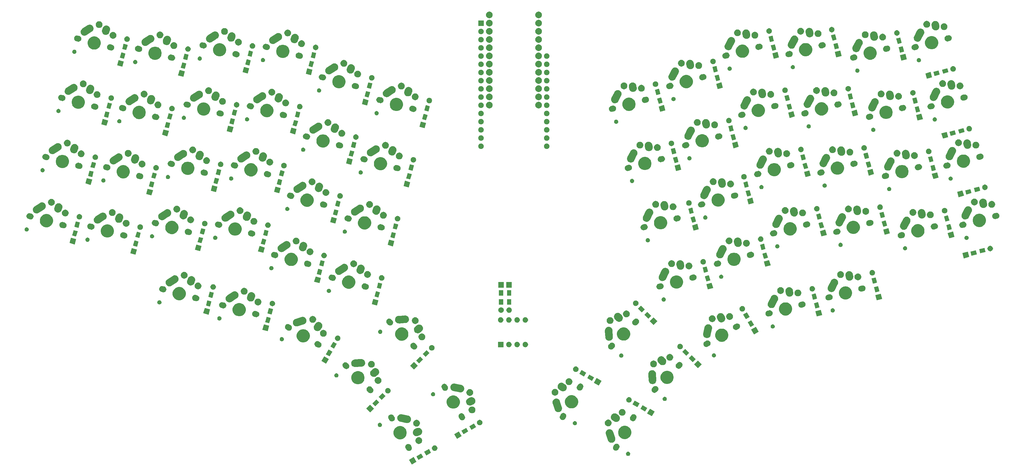
<source format=gbs>
G04 #@! TF.GenerationSoftware,KiCad,Pcbnew,(5.1.5)-3*
G04 #@! TF.CreationDate,2021-04-24T22:04:19+09:00*
G04 #@! TF.ProjectId,brimstone,6272696d-7374-46f6-9e65-2e6b69636164,rev?*
G04 #@! TF.SameCoordinates,Original*
G04 #@! TF.FileFunction,Soldermask,Bot*
G04 #@! TF.FilePolarity,Negative*
%FSLAX46Y46*%
G04 Gerber Fmt 4.6, Leading zero omitted, Abs format (unit mm)*
G04 Created by KiCad (PCBNEW (5.1.5)-3) date 2021-04-24 22:04:19*
%MOMM*%
%LPD*%
G04 APERTURE LIST*
%ADD10C,0.100000*%
G04 APERTURE END LIST*
D10*
G36*
X179134989Y-171011488D02*
G01*
X177661013Y-171862488D01*
X176810013Y-170388512D01*
X178283989Y-169537512D01*
X179134989Y-171011488D01*
G37*
G36*
X181200052Y-169588283D02*
G01*
X179726076Y-170439283D01*
X179075076Y-169311717D01*
X180549052Y-168460717D01*
X181200052Y-169588283D01*
G37*
G36*
X244691032Y-167911717D02*
G01*
X244725681Y-167918609D01*
X244844155Y-167967683D01*
X244950779Y-168038927D01*
X245041456Y-168129604D01*
X245112701Y-168236230D01*
X245161774Y-168354702D01*
X245182862Y-168460718D01*
X245186791Y-168480474D01*
X245186791Y-168608710D01*
X245161774Y-168734482D01*
X245112700Y-168852956D01*
X245041456Y-168959580D01*
X244950779Y-169050257D01*
X244844155Y-169121501D01*
X244844154Y-169121502D01*
X244844153Y-169121502D01*
X244725681Y-169170575D01*
X244599910Y-169195592D01*
X244471672Y-169195592D01*
X244345901Y-169170575D01*
X244227429Y-169121502D01*
X244227428Y-169121502D01*
X244227427Y-169121501D01*
X244120803Y-169050257D01*
X244030126Y-168959580D01*
X243958882Y-168852956D01*
X243909808Y-168734482D01*
X243884791Y-168608710D01*
X243884791Y-168480474D01*
X243888721Y-168460718D01*
X243909808Y-168354702D01*
X243958881Y-168236230D01*
X244030126Y-168129604D01*
X244120803Y-168038927D01*
X244227427Y-167967683D01*
X244345901Y-167918609D01*
X244380550Y-167911717D01*
X244471672Y-167893592D01*
X244599910Y-167893592D01*
X244691032Y-167911717D01*
G37*
G36*
X183624924Y-168188283D02*
G01*
X182150948Y-169039283D01*
X181499948Y-167911717D01*
X182973924Y-167060717D01*
X183624924Y-168188283D01*
G37*
G36*
X176836231Y-165511956D02*
G01*
X177004753Y-165581760D01*
X177156418Y-165683099D01*
X177285399Y-165812080D01*
X177386738Y-165963745D01*
X177456542Y-166132267D01*
X177460301Y-166151164D01*
X177467412Y-166174603D01*
X177478962Y-166196210D01*
X177574583Y-166339318D01*
X177642503Y-166503290D01*
X177677127Y-166677361D01*
X177677127Y-166854843D01*
X177642503Y-167028914D01*
X177574583Y-167192886D01*
X177475980Y-167340456D01*
X177350481Y-167465955D01*
X177202911Y-167564558D01*
X177038939Y-167632478D01*
X176889639Y-167662175D01*
X176864869Y-167667102D01*
X176687385Y-167667102D01*
X176662615Y-167662175D01*
X176513315Y-167632478D01*
X176349343Y-167564558D01*
X176201773Y-167465955D01*
X176076274Y-167340456D01*
X175977671Y-167192886D01*
X175938104Y-167097363D01*
X175926556Y-167075758D01*
X175911020Y-167056827D01*
X175846855Y-166992662D01*
X175745516Y-166840997D01*
X175675712Y-166672475D01*
X175640127Y-166493574D01*
X175640127Y-166311168D01*
X175675712Y-166132267D01*
X175745516Y-165963745D01*
X175846855Y-165812080D01*
X175975836Y-165683099D01*
X176127501Y-165581760D01*
X176296023Y-165511956D01*
X176474924Y-165476371D01*
X176657330Y-165476371D01*
X176836231Y-165511956D01*
G37*
G36*
X184975727Y-165981703D02*
G01*
X185130599Y-166045853D01*
X185269980Y-166138985D01*
X185388514Y-166257519D01*
X185481646Y-166396900D01*
X185545796Y-166551772D01*
X185578499Y-166716184D01*
X185578499Y-166883816D01*
X185545796Y-167048228D01*
X185481646Y-167203100D01*
X185388514Y-167342481D01*
X185269980Y-167461015D01*
X185130599Y-167554147D01*
X184975727Y-167618297D01*
X184811315Y-167651000D01*
X184643683Y-167651000D01*
X184479271Y-167618297D01*
X184324399Y-167554147D01*
X184185018Y-167461015D01*
X184066484Y-167342481D01*
X183973352Y-167203100D01*
X183909202Y-167048228D01*
X183876499Y-166883816D01*
X183876499Y-166716184D01*
X183909202Y-166551772D01*
X183973352Y-166396900D01*
X184066484Y-166257519D01*
X184185018Y-166138985D01*
X184324399Y-166045853D01*
X184479271Y-165981703D01*
X184643683Y-165949000D01*
X184811315Y-165949000D01*
X184975727Y-165981703D01*
G37*
G36*
X241238588Y-165432933D02*
G01*
X241407110Y-165502737D01*
X241558775Y-165604076D01*
X241687756Y-165733057D01*
X241789095Y-165884722D01*
X241858899Y-166053244D01*
X241894484Y-166232145D01*
X241894484Y-166414551D01*
X241858899Y-166593452D01*
X241789095Y-166761974D01*
X241687756Y-166913639D01*
X241623591Y-166977804D01*
X241608055Y-166996735D01*
X241596507Y-167018340D01*
X241556940Y-167113863D01*
X241458337Y-167261433D01*
X241332838Y-167386932D01*
X241185268Y-167485535D01*
X241021296Y-167553455D01*
X240871996Y-167583152D01*
X240847226Y-167588079D01*
X240669742Y-167588079D01*
X240644972Y-167583152D01*
X240495672Y-167553455D01*
X240331700Y-167485535D01*
X240184130Y-167386932D01*
X240058631Y-167261433D01*
X239960028Y-167113863D01*
X239892108Y-166949891D01*
X239857484Y-166775820D01*
X239857484Y-166598338D01*
X239892108Y-166424267D01*
X239960028Y-166260295D01*
X240055649Y-166117187D01*
X240067200Y-166095578D01*
X240074310Y-166072141D01*
X240078069Y-166053244D01*
X240147873Y-165884722D01*
X240249212Y-165733057D01*
X240378193Y-165604076D01*
X240529858Y-165502737D01*
X240698380Y-165432933D01*
X240877281Y-165397348D01*
X241059687Y-165397348D01*
X241238588Y-165432933D01*
G37*
G36*
X180123588Y-163422478D02*
G01*
X180314857Y-163501704D01*
X180314859Y-163501705D01*
X180486997Y-163616724D01*
X180633389Y-163763116D01*
X180718341Y-163890255D01*
X180748409Y-163935256D01*
X180827635Y-164126525D01*
X180868024Y-164329573D01*
X180868024Y-164536605D01*
X180827635Y-164739653D01*
X180768353Y-164882772D01*
X180748408Y-164930924D01*
X180633389Y-165103062D01*
X180486997Y-165249454D01*
X180314859Y-165364473D01*
X180314858Y-165364474D01*
X180314857Y-165364474D01*
X180123588Y-165443700D01*
X179920540Y-165484089D01*
X179713508Y-165484089D01*
X179510460Y-165443700D01*
X179319191Y-165364474D01*
X179319190Y-165364474D01*
X179319189Y-165364473D01*
X179147051Y-165249454D01*
X179000659Y-165103062D01*
X178885640Y-164930924D01*
X178865695Y-164882772D01*
X178806413Y-164739653D01*
X178766024Y-164536605D01*
X178766024Y-164329573D01*
X178806413Y-164126525D01*
X178885639Y-163935256D01*
X178915708Y-163890255D01*
X179000659Y-163763116D01*
X179147051Y-163616724D01*
X179319189Y-163501705D01*
X179319191Y-163501704D01*
X179510460Y-163422478D01*
X179713508Y-163382089D01*
X179920540Y-163382089D01*
X180123588Y-163422478D01*
G37*
G36*
X238886712Y-160911097D02*
G01*
X238908448Y-160913003D01*
X238910208Y-160913003D01*
X239010544Y-160932961D01*
X239012951Y-160933413D01*
X239113141Y-160951125D01*
X239113145Y-160951127D01*
X239113147Y-160951127D01*
X239114709Y-160951735D01*
X239135671Y-160957850D01*
X239137405Y-160958195D01*
X239137406Y-160958195D01*
X239137409Y-160958196D01*
X239231961Y-160997361D01*
X239234407Y-160998343D01*
X239256180Y-161006821D01*
X239329006Y-161035178D01*
X239330420Y-161036079D01*
X239349779Y-161046162D01*
X239351427Y-161046845D01*
X239368566Y-161058297D01*
X239436596Y-161103753D01*
X239438833Y-161105213D01*
X239524321Y-161159728D01*
X239524324Y-161159730D01*
X239525519Y-161160875D01*
X239542547Y-161174547D01*
X239544036Y-161175542D01*
X239616556Y-161248062D01*
X239618416Y-161249882D01*
X239691591Y-161319993D01*
X239692533Y-161321340D01*
X239706566Y-161338072D01*
X239707843Y-161339349D01*
X239764827Y-161424632D01*
X239766320Y-161426816D01*
X239824379Y-161509809D01*
X239825040Y-161511314D01*
X239835536Y-161530455D01*
X239836540Y-161531958D01*
X239875827Y-161626806D01*
X239876788Y-161629057D01*
X239894227Y-161668738D01*
X239894231Y-161668751D01*
X239896594Y-161675980D01*
X239899916Y-161684962D01*
X239925189Y-161745976D01*
X239930013Y-161770230D01*
X239932617Y-161783320D01*
X239936399Y-161797763D01*
X240539533Y-163643051D01*
X240577033Y-163812554D01*
X240581985Y-164044153D01*
X240541660Y-164272268D01*
X240457607Y-164488132D01*
X240333055Y-164683451D01*
X240172792Y-164850718D01*
X240103837Y-164898956D01*
X239982977Y-164983505D01*
X239889772Y-165024467D01*
X239770902Y-165076710D01*
X239544720Y-165126750D01*
X239371021Y-165130464D01*
X239313122Y-165131702D01*
X239313121Y-165131702D01*
X239085006Y-165091377D01*
X238869141Y-165007324D01*
X238673824Y-164882772D01*
X238506556Y-164722509D01*
X238373769Y-164532693D01*
X238303921Y-164373763D01*
X237692037Y-162501703D01*
X237688709Y-162492708D01*
X237663575Y-162432030D01*
X237643798Y-162332605D01*
X237643272Y-162330099D01*
X237621115Y-162229947D01*
X237621077Y-162228151D01*
X237618705Y-162206452D01*
X237618382Y-162204829D01*
X237618382Y-162103444D01*
X237618354Y-162100825D01*
X237616162Y-161998349D01*
X237616474Y-161996583D01*
X237618382Y-161974837D01*
X237618382Y-161973176D01*
X237638168Y-161873706D01*
X237638640Y-161871195D01*
X237656488Y-161770234D01*
X237657135Y-161768572D01*
X237663249Y-161747615D01*
X237663575Y-161745976D01*
X237702435Y-161652161D01*
X237703356Y-161649869D01*
X237740541Y-161554369D01*
X237740544Y-161554364D01*
X237741497Y-161552869D01*
X237751582Y-161533507D01*
X237752224Y-161531958D01*
X237808676Y-161447471D01*
X237810058Y-161445355D01*
X237865093Y-161359051D01*
X237866313Y-161357777D01*
X237879986Y-161340749D01*
X237880922Y-161339348D01*
X237952830Y-161267440D01*
X237954650Y-161265580D01*
X238025356Y-161191784D01*
X238026795Y-161190778D01*
X238043522Y-161176748D01*
X238044728Y-161175542D01*
X238129336Y-161119009D01*
X238131520Y-161117515D01*
X238215172Y-161058996D01*
X238216765Y-161058296D01*
X238235907Y-161047800D01*
X238237337Y-161046845D01*
X238331460Y-161007858D01*
X238333890Y-161006821D01*
X238353181Y-160998343D01*
X238427246Y-160965792D01*
X238428939Y-160965417D01*
X238449762Y-160958856D01*
X238451354Y-160958196D01*
X238551369Y-160938302D01*
X238553945Y-160937761D01*
X238653428Y-160915752D01*
X238653728Y-160915746D01*
X238655139Y-160915715D01*
X238676845Y-160913343D01*
X238678556Y-160913003D01*
X238780680Y-160913003D01*
X238783297Y-160912975D01*
X238885026Y-160910799D01*
X238886712Y-160911097D01*
G37*
G36*
X174622601Y-160036646D02*
G01*
X174785116Y-160103962D01*
X174994750Y-160190795D01*
X175329675Y-160414585D01*
X175614504Y-160699414D01*
X175838294Y-161034339D01*
X175890232Y-161159730D01*
X175992443Y-161406488D01*
X176071027Y-161801556D01*
X176071027Y-162204368D01*
X175992443Y-162599436D01*
X175953720Y-162692921D01*
X175838294Y-162971585D01*
X175614504Y-163306510D01*
X175329675Y-163591339D01*
X174994750Y-163815129D01*
X174840601Y-163878979D01*
X174622601Y-163969278D01*
X174227533Y-164047862D01*
X173824721Y-164047862D01*
X173429653Y-163969278D01*
X173211653Y-163878979D01*
X173057504Y-163815129D01*
X172722579Y-163591339D01*
X172437750Y-163306510D01*
X172213960Y-162971585D01*
X172098534Y-162692921D01*
X172059811Y-162599436D01*
X171981227Y-162204368D01*
X171981227Y-161801556D01*
X172059811Y-161406488D01*
X172162022Y-161159730D01*
X172213960Y-161034339D01*
X172437750Y-160699414D01*
X172722579Y-160414585D01*
X173057504Y-160190795D01*
X173267138Y-160103962D01*
X173429653Y-160036646D01*
X173824721Y-159958062D01*
X174227533Y-159958062D01*
X174622601Y-160036646D01*
G37*
G36*
X244104958Y-159957623D02*
G01*
X244322958Y-160047922D01*
X244477107Y-160111772D01*
X244812032Y-160335562D01*
X245096861Y-160620391D01*
X245320651Y-160955316D01*
X245384501Y-161109465D01*
X245474800Y-161327465D01*
X245553384Y-161722533D01*
X245553384Y-162125345D01*
X245474800Y-162520413D01*
X245423741Y-162643680D01*
X245320651Y-162892562D01*
X245096861Y-163227487D01*
X244812032Y-163512316D01*
X244477107Y-163736106D01*
X244322958Y-163799956D01*
X244104958Y-163890255D01*
X243709890Y-163968839D01*
X243307078Y-163968839D01*
X242912010Y-163890255D01*
X242694010Y-163799956D01*
X242539861Y-163736106D01*
X242204936Y-163512316D01*
X241920107Y-163227487D01*
X241696317Y-162892562D01*
X241593227Y-162643680D01*
X241542168Y-162520413D01*
X241463584Y-162125345D01*
X241463584Y-161722533D01*
X241542168Y-161327465D01*
X241632467Y-161109465D01*
X241696317Y-160955316D01*
X241920107Y-160620391D01*
X242204936Y-160335562D01*
X242539861Y-160111772D01*
X242694010Y-160047922D01*
X242912010Y-159957623D01*
X243307078Y-159879039D01*
X243709890Y-159879039D01*
X244104958Y-159957623D01*
G37*
G36*
X193065600Y-163078293D02*
G01*
X191591624Y-163929293D01*
X190740624Y-162455317D01*
X192214600Y-161604317D01*
X193065600Y-163078293D01*
G37*
G36*
X179725551Y-160486590D02*
G01*
X179729911Y-160486667D01*
X179811363Y-160486667D01*
X179819557Y-160488297D01*
X179839515Y-160490620D01*
X179852645Y-160491084D01*
X179953023Y-160514767D01*
X179957299Y-160515696D01*
X179997516Y-160523695D01*
X180038564Y-160531860D01*
X180046566Y-160535175D01*
X180065694Y-160541349D01*
X180078107Y-160544278D01*
X180078108Y-160544279D01*
X180078110Y-160544279D01*
X180170330Y-160586355D01*
X180174360Y-160588109D01*
X180252581Y-160620509D01*
X180252582Y-160620510D01*
X180260119Y-160625546D01*
X180277672Y-160635330D01*
X180288858Y-160640434D01*
X180369470Y-160698520D01*
X180373033Y-160700993D01*
X180445192Y-160749208D01*
X180451934Y-160755950D01*
X180467232Y-160768963D01*
X180476802Y-160775859D01*
X180542957Y-160846864D01*
X180545969Y-160849985D01*
X180608997Y-160913013D01*
X180614579Y-160921367D01*
X180627046Y-160937118D01*
X180634714Y-160945348D01*
X180684452Y-161025803D01*
X180686804Y-161029460D01*
X180737694Y-161105622D01*
X180741749Y-161115413D01*
X180750904Y-161133292D01*
X180756526Y-161142387D01*
X180756527Y-161142389D01*
X180788709Y-161228580D01*
X180790315Y-161232661D01*
X180826343Y-161319640D01*
X180827311Y-161324505D01*
X180828518Y-161330576D01*
X180834012Y-161349910D01*
X180837557Y-161359403D01*
X180851903Y-161447738D01*
X180852688Y-161452085D01*
X180871536Y-161546840D01*
X180871536Y-161558542D01*
X180873153Y-161578576D01*
X180874693Y-161588060D01*
X180871613Y-161675177D01*
X180871536Y-161679514D01*
X180871536Y-161778492D01*
X180869151Y-161790483D01*
X180866830Y-161810429D01*
X180866507Y-161819567D01*
X180846994Y-161902272D01*
X180846063Y-161906555D01*
X180828153Y-161996597D01*
X180826343Y-162005693D01*
X180821490Y-162017409D01*
X180815316Y-162036537D01*
X180813312Y-162045032D01*
X180778819Y-162120631D01*
X180777069Y-162124651D01*
X180737694Y-162219712D01*
X180730421Y-162230597D01*
X180720644Y-162248136D01*
X180717157Y-162255779D01*
X180669436Y-162322006D01*
X180666949Y-162325590D01*
X180617597Y-162399449D01*
X180608995Y-162412323D01*
X180599521Y-162421797D01*
X180586502Y-162437102D01*
X180581731Y-162443723D01*
X180522784Y-162498644D01*
X180519636Y-162501682D01*
X180445190Y-162576128D01*
X180433879Y-162583686D01*
X180418119Y-162596161D01*
X180412245Y-162601634D01*
X180412243Y-162601635D01*
X180344205Y-162643697D01*
X180340547Y-162646048D01*
X180252581Y-162704825D01*
X180176574Y-162736308D01*
X180169473Y-162739514D01*
X179638727Y-162999523D01*
X179594511Y-163016032D01*
X179476093Y-163060248D01*
X179324943Y-163084796D01*
X179247437Y-163097384D01*
X179015931Y-163089198D01*
X178790469Y-163036004D01*
X178579718Y-162939848D01*
X178391774Y-162804423D01*
X178233862Y-162634934D01*
X178112050Y-162437895D01*
X178072745Y-162332628D01*
X178031019Y-162220878D01*
X178002460Y-162045032D01*
X177993883Y-161992222D01*
X178002069Y-161760716D01*
X178055263Y-161535254D01*
X178148648Y-161330576D01*
X178151418Y-161324505D01*
X178153701Y-161321336D01*
X178286844Y-161136559D01*
X178456333Y-160978647D01*
X178603995Y-160887361D01*
X179102916Y-160642942D01*
X179117365Y-160634625D01*
X179130953Y-160625546D01*
X179138491Y-160620509D01*
X179201011Y-160594612D01*
X179208131Y-160591398D01*
X179229848Y-160580759D01*
X179274546Y-160564070D01*
X179278613Y-160562468D01*
X179352509Y-160531860D01*
X179360389Y-160530293D01*
X179379721Y-160524799D01*
X179392481Y-160520034D01*
X179496442Y-160503150D01*
X179500789Y-160502365D01*
X179579709Y-160486667D01*
X179587852Y-160486667D01*
X179607886Y-160485050D01*
X179621138Y-160482898D01*
X179725551Y-160486590D01*
G37*
G36*
X195130663Y-161655088D02*
G01*
X193656687Y-162506088D01*
X193005687Y-161378522D01*
X194479663Y-160527522D01*
X195130663Y-161655088D01*
G37*
G36*
X197555535Y-160255088D02*
G01*
X196081559Y-161106088D01*
X195430559Y-159978522D01*
X196904535Y-159127522D01*
X197555535Y-160255088D01*
G37*
G36*
X167968710Y-158956326D02*
G01*
X168086685Y-159005193D01*
X168087184Y-159005400D01*
X168193808Y-159076644D01*
X168284485Y-159167321D01*
X168353030Y-159269905D01*
X168355730Y-159273947D01*
X168358446Y-159280504D01*
X168404803Y-159392419D01*
X168429820Y-159518191D01*
X168429820Y-159646427D01*
X168404803Y-159772199D01*
X168355729Y-159890673D01*
X168284485Y-159997297D01*
X168193808Y-160087974D01*
X168087184Y-160159218D01*
X168087183Y-160159219D01*
X168087182Y-160159219D01*
X167968710Y-160208292D01*
X167842939Y-160233309D01*
X167714701Y-160233309D01*
X167588930Y-160208292D01*
X167470458Y-160159219D01*
X167470457Y-160159219D01*
X167470456Y-160159218D01*
X167363832Y-160087974D01*
X167273155Y-159997297D01*
X167201911Y-159890673D01*
X167152837Y-159772199D01*
X167127820Y-159646427D01*
X167127820Y-159518191D01*
X167152837Y-159392419D01*
X167199194Y-159280504D01*
X167201910Y-159273947D01*
X167204611Y-159269905D01*
X167273155Y-159167321D01*
X167363832Y-159076644D01*
X167470456Y-159005400D01*
X167470956Y-159005193D01*
X167588930Y-158956326D01*
X167714701Y-158931309D01*
X167842939Y-158931309D01*
X167968710Y-158956326D01*
G37*
G36*
X179442241Y-158042351D02*
G01*
X179633510Y-158121577D01*
X179633512Y-158121578D01*
X179805650Y-158236597D01*
X179952042Y-158382989D01*
X180041712Y-158517189D01*
X180067062Y-158555129D01*
X180146288Y-158746398D01*
X180186677Y-158949446D01*
X180186677Y-159156478D01*
X180146288Y-159359526D01*
X180067285Y-159550257D01*
X180067061Y-159550797D01*
X179952042Y-159722935D01*
X179805650Y-159869327D01*
X179633512Y-159984346D01*
X179633511Y-159984347D01*
X179633510Y-159984347D01*
X179442241Y-160063573D01*
X179239193Y-160103962D01*
X179032161Y-160103962D01*
X178829113Y-160063573D01*
X178637844Y-159984347D01*
X178637843Y-159984347D01*
X178637842Y-159984346D01*
X178465704Y-159869327D01*
X178319312Y-159722935D01*
X178204293Y-159550797D01*
X178204069Y-159550257D01*
X178125066Y-159359526D01*
X178084677Y-159156478D01*
X178084677Y-158949446D01*
X178125066Y-158746398D01*
X178204292Y-158555129D01*
X178229643Y-158517189D01*
X178319312Y-158382989D01*
X178465704Y-158236597D01*
X178637842Y-158121578D01*
X178637844Y-158121577D01*
X178829113Y-158042351D01*
X179032161Y-158001962D01*
X179239193Y-158001962D01*
X179442241Y-158042351D01*
G37*
G36*
X238705498Y-157963328D02*
G01*
X238896279Y-158042352D01*
X238896769Y-158042555D01*
X239068907Y-158157574D01*
X239215299Y-158303966D01*
X239324691Y-158467682D01*
X239330319Y-158476106D01*
X239409545Y-158667375D01*
X239449934Y-158870423D01*
X239449934Y-159077455D01*
X239409545Y-159280503D01*
X239376812Y-159359527D01*
X239330318Y-159471774D01*
X239215299Y-159643912D01*
X239068907Y-159790304D01*
X238896769Y-159905323D01*
X238896768Y-159905324D01*
X238896767Y-159905324D01*
X238705498Y-159984550D01*
X238502450Y-160024939D01*
X238295418Y-160024939D01*
X238092370Y-159984550D01*
X237901101Y-159905324D01*
X237901100Y-159905324D01*
X237901099Y-159905323D01*
X237728961Y-159790304D01*
X237582569Y-159643912D01*
X237467550Y-159471774D01*
X237421056Y-159359527D01*
X237388323Y-159280503D01*
X237347934Y-159077455D01*
X237347934Y-158870423D01*
X237388323Y-158667375D01*
X237467549Y-158476106D01*
X237473178Y-158467682D01*
X237582569Y-158303966D01*
X237728961Y-158157574D01*
X237901099Y-158042555D01*
X237901589Y-158042352D01*
X238092370Y-157963328D01*
X238295418Y-157922939D01*
X238502450Y-157922939D01*
X238705498Y-157963328D01*
G37*
G36*
X198906338Y-158048508D02*
G01*
X199061210Y-158112658D01*
X199200591Y-158205790D01*
X199319125Y-158324324D01*
X199412257Y-158463705D01*
X199476407Y-158618577D01*
X199509110Y-158782989D01*
X199509110Y-158950621D01*
X199476407Y-159115033D01*
X199412257Y-159269905D01*
X199319125Y-159409286D01*
X199200591Y-159527820D01*
X199061210Y-159620952D01*
X198906338Y-159685102D01*
X198741926Y-159717805D01*
X198574294Y-159717805D01*
X198409882Y-159685102D01*
X198255010Y-159620952D01*
X198115629Y-159527820D01*
X197997095Y-159409286D01*
X197903963Y-159269905D01*
X197839813Y-159115033D01*
X197807110Y-158950621D01*
X197807110Y-158782989D01*
X197839813Y-158618577D01*
X197903963Y-158463705D01*
X197997095Y-158324324D01*
X198115629Y-158205790D01*
X198255010Y-158112658D01*
X198409882Y-158048508D01*
X198574294Y-158015805D01*
X198741926Y-158015805D01*
X198906338Y-158048508D01*
G37*
G36*
X228271199Y-158418609D02*
G01*
X228380070Y-158463705D01*
X228389673Y-158467683D01*
X228496297Y-158538927D01*
X228586974Y-158629604D01*
X228627704Y-158690560D01*
X228658219Y-158736230D01*
X228707292Y-158854702D01*
X228725670Y-158947094D01*
X228732309Y-158980474D01*
X228732309Y-159108710D01*
X228707292Y-159234482D01*
X228658218Y-159352956D01*
X228586974Y-159459580D01*
X228496297Y-159550257D01*
X228389673Y-159621501D01*
X228389672Y-159621502D01*
X228389671Y-159621502D01*
X228271199Y-159670575D01*
X228145428Y-159695592D01*
X228017190Y-159695592D01*
X227891419Y-159670575D01*
X227772947Y-159621502D01*
X227772946Y-159621502D01*
X227772945Y-159621501D01*
X227666321Y-159550257D01*
X227575644Y-159459580D01*
X227504400Y-159352956D01*
X227455326Y-159234482D01*
X227430309Y-159108710D01*
X227430309Y-158980474D01*
X227436949Y-158947094D01*
X227455326Y-158854702D01*
X227504399Y-158736230D01*
X227534915Y-158690560D01*
X227575644Y-158629604D01*
X227666321Y-158538927D01*
X227772945Y-158467683D01*
X227782549Y-158463705D01*
X227891419Y-158418609D01*
X228017190Y-158393592D01*
X228145428Y-158393592D01*
X228271199Y-158418609D01*
G37*
G36*
X174506799Y-156270766D02*
G01*
X176222237Y-156632267D01*
X176476449Y-156685838D01*
X176477838Y-156686122D01*
X176583256Y-156707091D01*
X176637953Y-156729747D01*
X176648132Y-156733454D01*
X176704798Y-156751347D01*
X176721089Y-156760294D01*
X176743904Y-156772824D01*
X176756229Y-156778739D01*
X176797274Y-156795740D01*
X176846519Y-156828645D01*
X176855742Y-156834244D01*
X176907848Y-156862860D01*
X176941999Y-156891541D01*
X176952936Y-156899750D01*
X176989884Y-156924438D01*
X177031758Y-156966312D01*
X177039733Y-156973622D01*
X177085238Y-157011840D01*
X177113135Y-157046630D01*
X177122258Y-157056812D01*
X177153690Y-157088244D01*
X177186590Y-157137483D01*
X177192993Y-157146219D01*
X177230156Y-157192565D01*
X177250732Y-157232133D01*
X177257678Y-157243874D01*
X177282387Y-157280853D01*
X177305061Y-157335592D01*
X177309637Y-157345411D01*
X177337030Y-157398089D01*
X177349488Y-157440900D01*
X177354009Y-157453763D01*
X177371036Y-157494871D01*
X177377479Y-157527262D01*
X177382596Y-157552988D01*
X177385168Y-157563512D01*
X177401756Y-157620514D01*
X177405619Y-157664893D01*
X177407550Y-157678439D01*
X177416229Y-157722071D01*
X177416229Y-157781346D01*
X177416700Y-157792186D01*
X177421845Y-157851293D01*
X177416978Y-157895555D01*
X177416229Y-157909218D01*
X177416229Y-157953724D01*
X177404657Y-158011902D01*
X177403011Y-158022583D01*
X177396526Y-158081556D01*
X177383119Y-158124013D01*
X177379724Y-158137246D01*
X177371036Y-158180925D01*
X177348329Y-158235744D01*
X177344622Y-158245924D01*
X177326770Y-158302456D01*
X177315584Y-158322825D01*
X177305353Y-158341453D01*
X177299437Y-158353781D01*
X177282387Y-158394943D01*
X177249396Y-158444317D01*
X177243793Y-158453546D01*
X177215259Y-158505503D01*
X177186657Y-158539559D01*
X177178453Y-158550491D01*
X177153690Y-158587552D01*
X177111692Y-158629550D01*
X177104381Y-158637525D01*
X177066279Y-158682893D01*
X177031600Y-158710701D01*
X177021418Y-158719824D01*
X176989885Y-158751357D01*
X176942545Y-158782989D01*
X176940491Y-158784361D01*
X176931752Y-158790766D01*
X176885554Y-158827811D01*
X176846119Y-158848318D01*
X176834373Y-158855267D01*
X176797274Y-158880056D01*
X176742367Y-158902799D01*
X176732549Y-158907375D01*
X176680030Y-158934685D01*
X176637362Y-158947101D01*
X176624495Y-158951623D01*
X176583256Y-158968705D01*
X176527616Y-158979772D01*
X176524959Y-158980301D01*
X176514426Y-158982876D01*
X176457604Y-158999411D01*
X176430465Y-159001773D01*
X176413365Y-159003262D01*
X176399820Y-159005193D01*
X176356056Y-159013898D01*
X176296611Y-159013898D01*
X176285771Y-159014369D01*
X176226825Y-159019500D01*
X176182688Y-159014647D01*
X176169027Y-159013898D01*
X176124402Y-159013898D01*
X176066094Y-159002300D01*
X176055389Y-159000650D01*
X176054264Y-159000526D01*
X176005872Y-158990328D01*
X176004664Y-158990080D01*
X175897202Y-158968705D01*
X175897201Y-158968705D01*
X175893010Y-158967871D01*
X175879588Y-158963716D01*
X174021806Y-158572218D01*
X173918341Y-158539546D01*
X173856261Y-158519943D01*
X173671747Y-158418609D01*
X173653216Y-158408432D01*
X173475826Y-158259452D01*
X173330908Y-158078727D01*
X173224034Y-157873203D01*
X173224033Y-157873201D01*
X173159308Y-157650779D01*
X173139219Y-157419999D01*
X173141628Y-157398089D01*
X173164538Y-157189736D01*
X173209731Y-157046621D01*
X173234294Y-156968834D01*
X173329356Y-156795740D01*
X173345805Y-156765789D01*
X173494785Y-156588399D01*
X173675510Y-156443481D01*
X173881034Y-156336607D01*
X173881036Y-156336606D01*
X174103458Y-156271881D01*
X174334238Y-156251792D01*
X174506799Y-156270766D01*
G37*
G36*
X240428099Y-156007601D02*
G01*
X240440658Y-156008234D01*
X240494902Y-156008234D01*
X240551666Y-156019525D01*
X240563454Y-156021290D01*
X240612389Y-156026239D01*
X240656378Y-156039709D01*
X240668558Y-156042776D01*
X240722102Y-156053427D01*
X240775915Y-156075717D01*
X240787128Y-156079746D01*
X240833889Y-156094064D01*
X240874184Y-156115738D01*
X240885519Y-156121116D01*
X240936120Y-156142076D01*
X241135371Y-156275211D01*
X241141596Y-156280333D01*
X241565228Y-156565002D01*
X241699135Y-156675485D01*
X241845624Y-156854938D01*
X241954289Y-157059522D01*
X242020953Y-157281373D01*
X242043055Y-157511968D01*
X242019746Y-157742444D01*
X241951921Y-157963944D01*
X241842187Y-158167956D01*
X241694760Y-158346640D01*
X241515307Y-158493129D01*
X241310723Y-158601794D01*
X241122204Y-158658442D01*
X241088872Y-158668458D01*
X241066770Y-158670576D01*
X240858277Y-158690560D01*
X240627800Y-158667251D01*
X240406300Y-158599426D01*
X240253413Y-158517191D01*
X239674962Y-158128488D01*
X239674958Y-158128485D01*
X239672064Y-158126540D01*
X239667408Y-158123077D01*
X239629421Y-158097695D01*
X239594873Y-158063147D01*
X239586043Y-158055123D01*
X239541055Y-158018005D01*
X239506489Y-157975660D01*
X239498047Y-157966321D01*
X239465614Y-157933888D01*
X239438370Y-157893114D01*
X239431281Y-157883529D01*
X239394566Y-157838552D01*
X239369039Y-157790493D01*
X239362589Y-157779700D01*
X239337698Y-157742448D01*
X239336917Y-157741279D01*
X239318008Y-157695628D01*
X239312928Y-157684852D01*
X239285901Y-157633968D01*
X239270361Y-157582252D01*
X239266140Y-157570408D01*
X239248268Y-157527262D01*
X239241386Y-157492661D01*
X239238527Y-157478291D01*
X239235647Y-157466727D01*
X239219237Y-157412116D01*
X239214139Y-157358930D01*
X239212309Y-157346481D01*
X239212097Y-157345413D01*
X239203075Y-157300060D01*
X239203075Y-157249468D01*
X239202506Y-157237554D01*
X239197135Y-157181522D01*
X239202442Y-157129048D01*
X239203075Y-157116488D01*
X239203075Y-157068407D01*
X239213098Y-157018017D01*
X239214863Y-157006227D01*
X239220444Y-156951046D01*
X239235653Y-156901377D01*
X239238727Y-156889174D01*
X239246292Y-156851143D01*
X239248268Y-156841207D01*
X239268272Y-156792912D01*
X239272295Y-156781713D01*
X239288269Y-156729546D01*
X239312475Y-156684544D01*
X239317863Y-156673191D01*
X239336917Y-156627189D01*
X239366466Y-156582965D01*
X239372600Y-156572762D01*
X239398003Y-156525534D01*
X239429955Y-156486808D01*
X239437463Y-156476711D01*
X239465614Y-156434580D01*
X239503881Y-156396313D01*
X239511911Y-156387476D01*
X239523487Y-156373446D01*
X239545430Y-156346850D01*
X239583626Y-156315670D01*
X239592966Y-156307228D01*
X239629421Y-156270773D01*
X239675183Y-156240196D01*
X239684770Y-156233106D01*
X239724883Y-156200361D01*
X239767681Y-156177629D01*
X239778479Y-156171176D01*
X239822027Y-156142078D01*
X239822030Y-156142076D01*
X239873697Y-156120675D01*
X239884455Y-156115604D01*
X239929467Y-156091696D01*
X239975139Y-156077972D01*
X239986951Y-156073764D01*
X240036048Y-156053427D01*
X240091643Y-156042368D01*
X240103229Y-156039482D01*
X240151316Y-156025033D01*
X240151319Y-156025032D01*
X240198096Y-156020549D01*
X240210527Y-156018721D01*
X240263249Y-156008234D01*
X240320602Y-156008234D01*
X240332517Y-156007665D01*
X240381913Y-156002930D01*
X240428099Y-156007601D01*
G37*
G36*
X171389639Y-156343749D02*
G01*
X171538939Y-156373446D01*
X171702911Y-156441366D01*
X171850481Y-156539969D01*
X171975980Y-156665468D01*
X172074583Y-156813038D01*
X172114150Y-156908561D01*
X172125698Y-156930166D01*
X172141234Y-156949097D01*
X172205399Y-157013262D01*
X172306738Y-157164927D01*
X172376542Y-157333449D01*
X172412127Y-157512350D01*
X172412127Y-157694756D01*
X172376542Y-157873657D01*
X172306738Y-158042179D01*
X172205399Y-158193844D01*
X172076418Y-158322825D01*
X171924753Y-158424164D01*
X171756231Y-158493968D01*
X171577330Y-158529553D01*
X171394924Y-158529553D01*
X171216023Y-158493968D01*
X171047501Y-158424164D01*
X170895836Y-158322825D01*
X170766855Y-158193844D01*
X170665516Y-158042179D01*
X170595712Y-157873657D01*
X170591953Y-157854760D01*
X170584842Y-157831321D01*
X170573292Y-157809713D01*
X170563217Y-157794635D01*
X170477671Y-157666606D01*
X170409751Y-157502634D01*
X170375127Y-157328563D01*
X170375127Y-157151081D01*
X170409751Y-156977010D01*
X170477671Y-156813038D01*
X170576274Y-156665468D01*
X170701773Y-156539969D01*
X170849343Y-156441366D01*
X171013315Y-156373446D01*
X171162615Y-156343749D01*
X171187385Y-156338822D01*
X171364869Y-156338822D01*
X171389639Y-156343749D01*
G37*
G36*
X246371996Y-156264726D02*
G01*
X246521296Y-156294423D01*
X246685268Y-156362343D01*
X246832838Y-156460946D01*
X246958337Y-156586445D01*
X247056940Y-156734015D01*
X247124860Y-156897987D01*
X247146386Y-157006209D01*
X247156991Y-157059522D01*
X247159484Y-157072058D01*
X247159484Y-157249540D01*
X247124860Y-157423611D01*
X247056940Y-157587583D01*
X246985329Y-157694756D01*
X246961319Y-157730690D01*
X246949768Y-157752300D01*
X246942658Y-157775737D01*
X246938899Y-157794634D01*
X246869095Y-157963156D01*
X246767756Y-158114821D01*
X246638775Y-158243802D01*
X246487110Y-158345141D01*
X246318588Y-158414945D01*
X246139687Y-158450530D01*
X245957281Y-158450530D01*
X245778380Y-158414945D01*
X245609858Y-158345141D01*
X245458193Y-158243802D01*
X245329212Y-158114821D01*
X245227873Y-157963156D01*
X245158069Y-157794634D01*
X245122484Y-157615733D01*
X245122484Y-157433327D01*
X245158069Y-157254426D01*
X245227873Y-157085904D01*
X245329212Y-156934239D01*
X245393377Y-156870074D01*
X245408913Y-156851143D01*
X245420461Y-156829538D01*
X245460028Y-156734015D01*
X245558631Y-156586445D01*
X245684130Y-156460946D01*
X245831700Y-156362343D01*
X245995672Y-156294423D01*
X246144972Y-156264726D01*
X246169742Y-156259799D01*
X246347226Y-156259799D01*
X246371996Y-156264726D01*
G37*
G36*
X193290714Y-156011955D02*
G01*
X193459236Y-156081759D01*
X193610901Y-156183098D01*
X193739882Y-156312079D01*
X193841221Y-156463744D01*
X193911025Y-156632266D01*
X193914784Y-156651163D01*
X193921895Y-156674602D01*
X193933445Y-156696209D01*
X194029066Y-156839317D01*
X194096986Y-157003289D01*
X194115892Y-157098338D01*
X194131610Y-157177359D01*
X194131610Y-157354843D01*
X194126683Y-157379613D01*
X194096986Y-157528913D01*
X194029066Y-157692885D01*
X193930463Y-157840455D01*
X193804964Y-157965954D01*
X193657394Y-158064557D01*
X193493422Y-158132477D01*
X193344122Y-158162174D01*
X193319352Y-158167101D01*
X193141868Y-158167101D01*
X193117098Y-158162174D01*
X192967798Y-158132477D01*
X192803826Y-158064557D01*
X192656256Y-157965954D01*
X192530757Y-157840455D01*
X192432154Y-157692885D01*
X192392587Y-157597362D01*
X192381039Y-157575757D01*
X192365503Y-157556826D01*
X192301338Y-157492661D01*
X192199999Y-157340996D01*
X192130195Y-157172474D01*
X192094610Y-156993573D01*
X192094610Y-156811167D01*
X192130195Y-156632266D01*
X192199999Y-156463744D01*
X192301338Y-156312079D01*
X192430319Y-156183098D01*
X192581984Y-156081759D01*
X192750506Y-156011955D01*
X192929407Y-155976370D01*
X193111813Y-155976370D01*
X193290714Y-156011955D01*
G37*
G36*
X224784106Y-155932933D02*
G01*
X224952628Y-156002737D01*
X225104293Y-156104076D01*
X225233274Y-156233057D01*
X225334613Y-156384722D01*
X225404417Y-156553244D01*
X225440002Y-156732145D01*
X225440002Y-156914551D01*
X225404417Y-157093452D01*
X225334613Y-157261974D01*
X225233274Y-157413639D01*
X225169109Y-157477804D01*
X225153573Y-157496735D01*
X225142025Y-157518340D01*
X225102458Y-157613863D01*
X225003855Y-157761433D01*
X224878356Y-157886932D01*
X224730786Y-157985535D01*
X224566814Y-158053455D01*
X224425537Y-158081556D01*
X224392744Y-158088079D01*
X224215260Y-158088079D01*
X224182467Y-158081556D01*
X224041190Y-158053455D01*
X223877218Y-157985535D01*
X223729648Y-157886932D01*
X223604149Y-157761433D01*
X223505546Y-157613863D01*
X223437626Y-157449891D01*
X223407823Y-157300059D01*
X223403002Y-157275821D01*
X223403002Y-157098337D01*
X223408955Y-157068408D01*
X223437626Y-156924267D01*
X223505546Y-156760295D01*
X223601167Y-156617187D01*
X223612718Y-156595578D01*
X223619828Y-156572141D01*
X223623587Y-156553244D01*
X223693391Y-156384722D01*
X223794730Y-156233057D01*
X223923711Y-156104076D01*
X224075376Y-156002737D01*
X224243898Y-155932933D01*
X224422799Y-155897348D01*
X224605205Y-155897348D01*
X224784106Y-155932933D01*
G37*
G36*
X252748471Y-155421813D02*
G01*
X251897471Y-156895789D01*
X250423495Y-156044789D01*
X251274495Y-154570813D01*
X252748471Y-155421813D01*
G37*
G36*
X243024151Y-154683201D02*
G01*
X243215420Y-154762427D01*
X243215422Y-154762428D01*
X243387560Y-154877447D01*
X243533952Y-155023839D01*
X243648972Y-155195979D01*
X243728198Y-155387248D01*
X243768587Y-155590296D01*
X243768587Y-155797328D01*
X243728198Y-156000376D01*
X243654775Y-156177636D01*
X243648971Y-156191647D01*
X243533952Y-156363785D01*
X243387560Y-156510177D01*
X243215422Y-156625196D01*
X243215421Y-156625197D01*
X243215420Y-156625197D01*
X243024151Y-156704423D01*
X242821103Y-156744812D01*
X242614071Y-156744812D01*
X242411023Y-156704423D01*
X242219754Y-156625197D01*
X242219753Y-156625197D01*
X242219752Y-156625196D01*
X242047614Y-156510177D01*
X241901222Y-156363785D01*
X241786203Y-156191647D01*
X241780399Y-156177636D01*
X241706976Y-156000376D01*
X241666587Y-155797328D01*
X241666587Y-155590296D01*
X241706976Y-155387248D01*
X241786202Y-155195979D01*
X241901222Y-155023839D01*
X242047614Y-154877447D01*
X242219752Y-154762428D01*
X242219754Y-154762427D01*
X242411023Y-154683201D01*
X242614071Y-154642812D01*
X242821103Y-154642812D01*
X243024151Y-154683201D01*
G37*
G36*
X196578071Y-153922477D02*
G01*
X196769340Y-154001703D01*
X196769342Y-154001704D01*
X196941480Y-154116723D01*
X197087872Y-154263115D01*
X197172824Y-154390254D01*
X197202892Y-154435255D01*
X197282118Y-154626524D01*
X197322507Y-154829572D01*
X197322507Y-155036604D01*
X197282118Y-155239652D01*
X197206664Y-155421814D01*
X197202891Y-155430923D01*
X197087872Y-155603061D01*
X196941480Y-155749453D01*
X196769342Y-155864472D01*
X196769341Y-155864473D01*
X196769340Y-155864473D01*
X196578071Y-155943699D01*
X196375023Y-155984088D01*
X196167991Y-155984088D01*
X195964943Y-155943699D01*
X195773674Y-155864473D01*
X195773673Y-155864473D01*
X195773672Y-155864472D01*
X195601534Y-155749453D01*
X195455142Y-155603061D01*
X195340123Y-155430923D01*
X195336350Y-155421814D01*
X195260896Y-155239652D01*
X195220507Y-155036604D01*
X195220507Y-154829572D01*
X195260896Y-154626524D01*
X195340122Y-154435255D01*
X195370191Y-154390254D01*
X195455142Y-154263115D01*
X195601534Y-154116723D01*
X195773672Y-154001704D01*
X195773674Y-154001703D01*
X195964943Y-153922477D01*
X196167991Y-153882088D01*
X196375023Y-153882088D01*
X196578071Y-153922477D01*
G37*
G36*
X165949722Y-154509453D02*
G01*
X164746226Y-155712949D01*
X163542730Y-154509453D01*
X164746226Y-153305957D01*
X165949722Y-154509453D01*
G37*
G36*
X222432230Y-151411097D02*
G01*
X222453966Y-151413003D01*
X222455726Y-151413003D01*
X222556062Y-151432961D01*
X222558469Y-151433413D01*
X222658659Y-151451125D01*
X222658663Y-151451127D01*
X222658665Y-151451127D01*
X222660227Y-151451735D01*
X222681189Y-151457850D01*
X222682923Y-151458195D01*
X222682924Y-151458195D01*
X222682927Y-151458196D01*
X222777479Y-151497361D01*
X222779925Y-151498343D01*
X222801698Y-151506821D01*
X222874524Y-151535178D01*
X222875938Y-151536079D01*
X222895297Y-151546162D01*
X222896945Y-151546845D01*
X222914084Y-151558297D01*
X222982114Y-151603753D01*
X222984351Y-151605213D01*
X223033506Y-151636559D01*
X223069842Y-151659730D01*
X223071037Y-151660875D01*
X223088065Y-151674547D01*
X223089554Y-151675542D01*
X223162074Y-151748062D01*
X223163934Y-151749882D01*
X223237109Y-151819993D01*
X223238051Y-151821340D01*
X223252084Y-151838072D01*
X223253361Y-151839349D01*
X223310345Y-151924632D01*
X223311838Y-151926816D01*
X223369897Y-152009809D01*
X223370558Y-152011314D01*
X223381054Y-152030455D01*
X223382058Y-152031958D01*
X223421345Y-152126806D01*
X223422306Y-152129057D01*
X223439745Y-152168738D01*
X223439749Y-152168751D01*
X223442112Y-152175980D01*
X223445434Y-152184962D01*
X223470707Y-152245976D01*
X223477175Y-152278492D01*
X223478135Y-152283320D01*
X223481917Y-152297763D01*
X224085051Y-154143051D01*
X224122551Y-154312554D01*
X224127503Y-154544153D01*
X224088917Y-154762428D01*
X224087177Y-154772271D01*
X224046224Y-154877447D01*
X224003125Y-154988132D01*
X223878573Y-155183451D01*
X223718310Y-155350718D01*
X223666091Y-155387248D01*
X223528495Y-155483505D01*
X223435290Y-155524467D01*
X223316420Y-155576710D01*
X223090238Y-155626750D01*
X222916539Y-155630464D01*
X222858640Y-155631702D01*
X222858639Y-155631702D01*
X222630524Y-155591377D01*
X222414659Y-155507324D01*
X222219342Y-155382772D01*
X222052074Y-155222509D01*
X221919287Y-155032693D01*
X221849439Y-154873763D01*
X221237555Y-153001703D01*
X221234227Y-152992708D01*
X221209093Y-152932030D01*
X221189316Y-152832605D01*
X221188790Y-152830099D01*
X221166633Y-152729947D01*
X221166595Y-152728151D01*
X221164223Y-152706452D01*
X221163900Y-152704829D01*
X221163900Y-152603444D01*
X221163872Y-152600825D01*
X221161680Y-152498349D01*
X221161992Y-152496583D01*
X221163900Y-152474837D01*
X221163900Y-152473176D01*
X221183686Y-152373706D01*
X221184158Y-152371195D01*
X221202006Y-152270234D01*
X221202653Y-152268572D01*
X221208767Y-152247615D01*
X221209093Y-152245976D01*
X221247953Y-152152161D01*
X221248874Y-152149869D01*
X221286059Y-152054369D01*
X221286062Y-152054364D01*
X221287015Y-152052869D01*
X221297100Y-152033507D01*
X221297742Y-152031958D01*
X221354194Y-151947471D01*
X221355576Y-151945355D01*
X221410611Y-151859051D01*
X221411831Y-151857777D01*
X221425504Y-151840749D01*
X221426440Y-151839348D01*
X221498348Y-151767440D01*
X221500168Y-151765580D01*
X221570874Y-151691784D01*
X221572313Y-151690778D01*
X221589040Y-151676748D01*
X221590246Y-151675542D01*
X221674854Y-151619009D01*
X221677038Y-151617515D01*
X221760690Y-151558996D01*
X221762283Y-151558296D01*
X221781425Y-151547800D01*
X221782855Y-151546845D01*
X221876978Y-151507858D01*
X221879408Y-151506821D01*
X221898699Y-151498343D01*
X221972764Y-151465792D01*
X221974457Y-151465417D01*
X221995280Y-151458856D01*
X221996872Y-151458196D01*
X222096887Y-151438302D01*
X222099463Y-151437761D01*
X222198946Y-151415752D01*
X222199246Y-151415746D01*
X222200657Y-151415715D01*
X222222363Y-151413343D01*
X222224074Y-151413003D01*
X222326198Y-151413003D01*
X222328815Y-151412975D01*
X222430544Y-151410799D01*
X222432230Y-151411097D01*
G37*
G36*
X250483408Y-154345018D02*
G01*
X249832408Y-155472584D01*
X248358432Y-154621584D01*
X249009432Y-153494018D01*
X250483408Y-154345018D01*
G37*
G36*
X191077084Y-150536645D02*
G01*
X191239599Y-150603961D01*
X191449233Y-150690794D01*
X191784158Y-150914584D01*
X192068987Y-151199413D01*
X192292777Y-151534338D01*
X192344715Y-151659728D01*
X192446926Y-151906487D01*
X192525510Y-152301555D01*
X192525510Y-152704367D01*
X192446926Y-153099435D01*
X192396330Y-153221584D01*
X192292777Y-153471584D01*
X192068987Y-153806509D01*
X191784158Y-154091338D01*
X191449233Y-154315128D01*
X191377069Y-154345019D01*
X191077084Y-154469277D01*
X190682016Y-154547861D01*
X190279204Y-154547861D01*
X189884136Y-154469277D01*
X189584151Y-154345019D01*
X189511987Y-154315128D01*
X189177062Y-154091338D01*
X188892233Y-153806509D01*
X188668443Y-153471584D01*
X188564890Y-153221584D01*
X188514294Y-153099435D01*
X188435710Y-152704367D01*
X188435710Y-152301555D01*
X188514294Y-151906487D01*
X188616505Y-151659728D01*
X188668443Y-151534338D01*
X188892233Y-151199413D01*
X189177062Y-150914584D01*
X189511987Y-150690794D01*
X189721621Y-150603961D01*
X189884136Y-150536645D01*
X190279204Y-150458061D01*
X190682016Y-150458061D01*
X191077084Y-150536645D01*
G37*
G36*
X227650476Y-150457623D02*
G01*
X227841254Y-150536646D01*
X228022625Y-150611772D01*
X228357550Y-150835562D01*
X228642379Y-151120391D01*
X228866169Y-151455316D01*
X228883991Y-151498343D01*
X229020318Y-151827465D01*
X229098902Y-152222533D01*
X229098902Y-152625345D01*
X229020318Y-153020413D01*
X228936990Y-153221584D01*
X228866169Y-153392562D01*
X228642379Y-153727487D01*
X228357550Y-154012316D01*
X228022625Y-154236106D01*
X227957419Y-154263115D01*
X227650476Y-154390255D01*
X227255408Y-154468839D01*
X226852596Y-154468839D01*
X226457528Y-154390255D01*
X226150585Y-154263115D01*
X226085379Y-154236106D01*
X225750454Y-154012316D01*
X225465625Y-153727487D01*
X225241835Y-153392562D01*
X225171014Y-153221584D01*
X225087686Y-153020413D01*
X225009102Y-152625345D01*
X225009102Y-152222533D01*
X225087686Y-151827465D01*
X225224013Y-151498343D01*
X225241835Y-151455316D01*
X225465625Y-151120391D01*
X225750454Y-150835562D01*
X226085379Y-150611772D01*
X226266750Y-150536646D01*
X226457528Y-150457623D01*
X226852596Y-150379039D01*
X227255408Y-150379039D01*
X227650476Y-150457623D01*
G37*
G36*
X248058536Y-152945018D02*
G01*
X247407536Y-154072584D01*
X245933560Y-153221584D01*
X246584560Y-152094018D01*
X248058536Y-152945018D01*
G37*
G36*
X167576067Y-152600265D02*
G01*
X166372572Y-153803760D01*
X165451919Y-152883107D01*
X166655414Y-151679612D01*
X167576067Y-152600265D01*
G37*
G36*
X196180034Y-150986589D02*
G01*
X196184394Y-150986666D01*
X196265846Y-150986666D01*
X196274040Y-150988296D01*
X196293998Y-150990619D01*
X196307128Y-150991083D01*
X196407506Y-151014766D01*
X196411782Y-151015695D01*
X196451999Y-151023694D01*
X196493047Y-151031859D01*
X196501049Y-151035174D01*
X196520177Y-151041348D01*
X196532590Y-151044277D01*
X196532591Y-151044278D01*
X196532593Y-151044278D01*
X196624813Y-151086354D01*
X196628843Y-151088108D01*
X196707064Y-151120508D01*
X196707065Y-151120509D01*
X196714602Y-151125545D01*
X196732155Y-151135329D01*
X196743341Y-151140433D01*
X196823953Y-151198519D01*
X196827516Y-151200992D01*
X196899675Y-151249207D01*
X196906417Y-151255949D01*
X196921715Y-151268962D01*
X196931285Y-151275858D01*
X196997440Y-151346863D01*
X197000452Y-151349984D01*
X197063480Y-151413012D01*
X197069062Y-151421366D01*
X197081529Y-151437117D01*
X197089197Y-151445347D01*
X197138935Y-151525802D01*
X197141287Y-151529459D01*
X197192177Y-151605621D01*
X197196232Y-151615412D01*
X197205387Y-151633291D01*
X197211009Y-151642386D01*
X197211010Y-151642388D01*
X197243192Y-151728579D01*
X197244798Y-151732660D01*
X197280826Y-151819639D01*
X197282383Y-151827465D01*
X197283001Y-151830575D01*
X197288495Y-151849909D01*
X197292040Y-151859402D01*
X197306386Y-151947737D01*
X197307171Y-151952084D01*
X197326019Y-152046839D01*
X197326019Y-152058541D01*
X197327636Y-152078575D01*
X197329176Y-152088059D01*
X197326096Y-152175176D01*
X197326019Y-152179513D01*
X197326019Y-152278491D01*
X197323634Y-152290482D01*
X197321313Y-152310428D01*
X197320990Y-152319566D01*
X197301477Y-152402271D01*
X197300546Y-152406554D01*
X197282287Y-152498350D01*
X197280826Y-152505692D01*
X197275973Y-152517408D01*
X197269799Y-152536536D01*
X197267795Y-152545031D01*
X197233302Y-152620630D01*
X197231552Y-152624650D01*
X197192177Y-152719711D01*
X197184904Y-152730596D01*
X197175127Y-152748135D01*
X197171640Y-152755778D01*
X197123919Y-152822005D01*
X197121423Y-152825601D01*
X197063478Y-152912322D01*
X197054004Y-152921796D01*
X197040985Y-152937101D01*
X197036214Y-152943722D01*
X196977267Y-152998643D01*
X196974119Y-153001681D01*
X196899673Y-153076127D01*
X196888362Y-153083685D01*
X196872602Y-153096160D01*
X196866728Y-153101633D01*
X196866726Y-153101634D01*
X196798688Y-153143696D01*
X196795030Y-153146047D01*
X196707064Y-153204824D01*
X196631057Y-153236307D01*
X196623956Y-153239513D01*
X196093210Y-153499522D01*
X196048994Y-153516031D01*
X195930576Y-153560247D01*
X195779426Y-153584795D01*
X195701920Y-153597383D01*
X195470414Y-153589197D01*
X195244952Y-153536003D01*
X195034201Y-153439847D01*
X194846257Y-153304422D01*
X194688345Y-153134933D01*
X194566533Y-152937894D01*
X194498534Y-152755778D01*
X194485502Y-152720877D01*
X194456943Y-152545031D01*
X194448366Y-152492221D01*
X194456552Y-152260715D01*
X194509746Y-152035253D01*
X194604550Y-151827465D01*
X194605901Y-151824504D01*
X194605902Y-151824502D01*
X194741327Y-151636558D01*
X194910816Y-151478646D01*
X195058478Y-151387360D01*
X195557399Y-151142941D01*
X195571848Y-151134624D01*
X195585436Y-151125545D01*
X195592974Y-151120508D01*
X195655494Y-151094611D01*
X195662614Y-151091397D01*
X195684331Y-151080758D01*
X195729029Y-151064069D01*
X195733096Y-151062467D01*
X195806992Y-151031859D01*
X195814872Y-151030292D01*
X195834204Y-151024798D01*
X195846964Y-151020033D01*
X195950925Y-151003149D01*
X195955272Y-151002364D01*
X196034192Y-150986666D01*
X196042335Y-150986666D01*
X196062369Y-150985049D01*
X196075621Y-150982897D01*
X196180034Y-150986589D01*
G37*
G36*
X245079213Y-151015004D02*
G01*
X245234085Y-151079154D01*
X245373466Y-151172286D01*
X245492000Y-151290820D01*
X245585132Y-151430201D01*
X245649282Y-151585073D01*
X245681985Y-151749485D01*
X245681985Y-151917117D01*
X245649282Y-152081529D01*
X245585132Y-152236401D01*
X245492000Y-152375782D01*
X245373466Y-152494316D01*
X245234085Y-152587448D01*
X245079213Y-152651598D01*
X244914801Y-152684301D01*
X244747169Y-152684301D01*
X244582757Y-152651598D01*
X244427885Y-152587448D01*
X244288504Y-152494316D01*
X244169970Y-152375782D01*
X244076838Y-152236401D01*
X244012688Y-152081529D01*
X243979985Y-151917117D01*
X243979985Y-151749485D01*
X244012688Y-151585073D01*
X244076838Y-151430201D01*
X244169970Y-151290820D01*
X244288504Y-151172286D01*
X244427885Y-151079154D01*
X244582757Y-151015004D01*
X244747169Y-150982301D01*
X244914801Y-150982301D01*
X245079213Y-151015004D01*
G37*
G36*
X256057166Y-150896999D02*
G01*
X256175640Y-150946073D01*
X256282264Y-151017317D01*
X256372941Y-151107994D01*
X256415900Y-151172286D01*
X256444186Y-151214620D01*
X256493259Y-151333092D01*
X256518276Y-151458863D01*
X256518276Y-151587101D01*
X256493259Y-151712872D01*
X256444505Y-151830575D01*
X256444185Y-151831346D01*
X256372941Y-151937970D01*
X256282264Y-152028647D01*
X256175640Y-152099891D01*
X256175639Y-152099892D01*
X256175638Y-152099892D01*
X256057166Y-152148965D01*
X255931395Y-152173982D01*
X255803157Y-152173982D01*
X255677386Y-152148965D01*
X255558914Y-152099892D01*
X255558913Y-152099892D01*
X255558912Y-152099891D01*
X255452288Y-152028647D01*
X255361611Y-151937970D01*
X255290367Y-151831346D01*
X255290048Y-151830575D01*
X255241293Y-151712872D01*
X255216276Y-151587101D01*
X255216276Y-151458863D01*
X255241293Y-151333092D01*
X255290366Y-151214620D01*
X255318653Y-151172286D01*
X255361611Y-151107994D01*
X255452288Y-151017317D01*
X255558912Y-150946073D01*
X255677386Y-150896999D01*
X255803157Y-150871982D01*
X255931395Y-150871982D01*
X256057166Y-150896999D01*
G37*
G36*
X169555965Y-150620367D02*
G01*
X168352470Y-151823862D01*
X167431817Y-150903209D01*
X168635312Y-149699714D01*
X169555965Y-150620367D01*
G37*
G36*
X184423193Y-149456325D02*
G01*
X184541168Y-149505192D01*
X184541667Y-149505399D01*
X184648291Y-149576643D01*
X184738968Y-149667320D01*
X184810212Y-149773944D01*
X184859286Y-149892418D01*
X184884303Y-150018190D01*
X184884303Y-150146426D01*
X184859286Y-150272198D01*
X184810212Y-150390672D01*
X184738968Y-150497296D01*
X184648291Y-150587973D01*
X184541667Y-150659217D01*
X184541666Y-150659218D01*
X184541665Y-150659218D01*
X184423193Y-150708291D01*
X184297422Y-150733308D01*
X184169184Y-150733308D01*
X184043413Y-150708291D01*
X183924941Y-150659218D01*
X183924940Y-150659218D01*
X183924939Y-150659217D01*
X183818315Y-150587973D01*
X183727638Y-150497296D01*
X183656394Y-150390672D01*
X183607320Y-150272198D01*
X183582303Y-150146426D01*
X183582303Y-150018190D01*
X183607320Y-149892418D01*
X183656394Y-149773944D01*
X183727638Y-149667320D01*
X183818315Y-149576643D01*
X183924939Y-149505399D01*
X183925439Y-149505192D01*
X184043413Y-149456325D01*
X184169184Y-149431308D01*
X184297422Y-149431308D01*
X184423193Y-149456325D01*
G37*
G36*
X195896724Y-148542350D02*
G01*
X196087993Y-148621576D01*
X196087995Y-148621577D01*
X196260133Y-148736596D01*
X196406525Y-148882988D01*
X196496197Y-149017191D01*
X196521545Y-149055128D01*
X196600771Y-149246397D01*
X196641160Y-149449445D01*
X196641160Y-149656477D01*
X196600771Y-149859525D01*
X196587146Y-149892418D01*
X196521544Y-150050796D01*
X196406525Y-150222934D01*
X196260133Y-150369326D01*
X196087995Y-150484345D01*
X196087994Y-150484346D01*
X196087993Y-150484346D01*
X195896724Y-150563572D01*
X195693676Y-150603961D01*
X195486644Y-150603961D01*
X195283596Y-150563572D01*
X195092327Y-150484346D01*
X195092326Y-150484346D01*
X195092325Y-150484345D01*
X194920187Y-150369326D01*
X194773795Y-150222934D01*
X194658776Y-150050796D01*
X194593174Y-149892418D01*
X194579549Y-149859525D01*
X194539160Y-149656477D01*
X194539160Y-149449445D01*
X194579549Y-149246397D01*
X194658775Y-149055128D01*
X194684124Y-149017191D01*
X194773795Y-148882988D01*
X194920187Y-148736596D01*
X195092325Y-148621577D01*
X195092327Y-148621576D01*
X195283596Y-148542350D01*
X195486644Y-148501961D01*
X195693676Y-148501961D01*
X195896724Y-148542350D01*
G37*
G36*
X222251016Y-148463328D02*
G01*
X222442285Y-148542554D01*
X222442287Y-148542555D01*
X222614425Y-148657574D01*
X222760817Y-148803966D01*
X222831804Y-148910205D01*
X222875837Y-148976106D01*
X222955063Y-149167375D01*
X222995452Y-149370423D01*
X222995452Y-149577455D01*
X222955063Y-149780503D01*
X222908706Y-149892418D01*
X222875836Y-149971774D01*
X222760817Y-150143912D01*
X222614425Y-150290304D01*
X222442287Y-150405323D01*
X222442286Y-150405324D01*
X222442285Y-150405324D01*
X222251016Y-150484550D01*
X222047968Y-150524939D01*
X221840936Y-150524939D01*
X221637888Y-150484550D01*
X221446619Y-150405324D01*
X221446618Y-150405324D01*
X221446617Y-150405323D01*
X221274479Y-150290304D01*
X221128087Y-150143912D01*
X221013068Y-149971774D01*
X220980198Y-149892418D01*
X220933841Y-149780503D01*
X220893452Y-149577455D01*
X220893452Y-149370423D01*
X220933841Y-149167375D01*
X221013067Y-148976106D01*
X221057101Y-148910205D01*
X221128087Y-148803966D01*
X221274479Y-148657574D01*
X221446617Y-148542555D01*
X221446619Y-148542554D01*
X221637888Y-148463328D01*
X221840936Y-148422939D01*
X222047968Y-148422939D01*
X222251016Y-148463328D01*
G37*
G36*
X170509886Y-148175724D02*
G01*
X170664758Y-148239874D01*
X170804139Y-148333006D01*
X170922673Y-148451540D01*
X171015805Y-148590921D01*
X171079955Y-148745793D01*
X171112658Y-148910205D01*
X171112658Y-149077837D01*
X171079955Y-149242249D01*
X171015805Y-149397121D01*
X170922673Y-149536502D01*
X170804139Y-149655036D01*
X170664758Y-149748168D01*
X170509886Y-149812318D01*
X170345474Y-149845021D01*
X170177842Y-149845021D01*
X170013430Y-149812318D01*
X169858558Y-149748168D01*
X169719177Y-149655036D01*
X169600643Y-149536502D01*
X169507511Y-149397121D01*
X169443361Y-149242249D01*
X169410658Y-149077837D01*
X169410658Y-148910205D01*
X169443361Y-148745793D01*
X169507511Y-148590921D01*
X169600643Y-148451540D01*
X169719177Y-148333006D01*
X169858558Y-148239874D01*
X170013430Y-148175724D01*
X170177842Y-148143021D01*
X170345474Y-148143021D01*
X170509886Y-148175724D01*
G37*
G36*
X164860766Y-147665199D02*
G01*
X165029288Y-147735003D01*
X165180953Y-147836342D01*
X165309934Y-147965323D01*
X165399713Y-148099687D01*
X165415254Y-148118623D01*
X165434186Y-148134161D01*
X165462001Y-148152746D01*
X165587500Y-148278245D01*
X165686103Y-148425815D01*
X165754023Y-148589787D01*
X165780767Y-148724241D01*
X165787771Y-148759451D01*
X165788647Y-148763858D01*
X165788647Y-148941340D01*
X165754023Y-149115411D01*
X165686103Y-149279383D01*
X165587500Y-149426953D01*
X165462001Y-149552452D01*
X165314431Y-149651055D01*
X165150459Y-149718975D01*
X165003692Y-149748168D01*
X164976389Y-149753599D01*
X164798905Y-149753599D01*
X164771602Y-149748168D01*
X164624835Y-149718975D01*
X164460863Y-149651055D01*
X164313293Y-149552452D01*
X164187794Y-149426953D01*
X164169209Y-149399138D01*
X164153670Y-149380205D01*
X164134735Y-149364665D01*
X164000371Y-149274886D01*
X163871390Y-149145905D01*
X163770051Y-148994240D01*
X163700247Y-148825718D01*
X163664662Y-148646817D01*
X163664662Y-148464411D01*
X163700247Y-148285510D01*
X163770051Y-148116988D01*
X163871390Y-147965323D01*
X164000371Y-147836342D01*
X164152036Y-147735003D01*
X164320558Y-147665199D01*
X164499459Y-147629614D01*
X164681865Y-147629614D01*
X164860766Y-147665199D01*
G37*
G36*
X253266527Y-147563723D02*
G01*
X253435049Y-147633527D01*
X253586714Y-147734866D01*
X253715695Y-147863847D01*
X253817034Y-148015512D01*
X253886838Y-148184034D01*
X253922423Y-148362935D01*
X253922423Y-148545341D01*
X253886838Y-148724242D01*
X253817034Y-148892764D01*
X253715695Y-149044429D01*
X253586714Y-149173410D01*
X253452350Y-149263189D01*
X253433414Y-149278730D01*
X253417876Y-149297662D01*
X253399291Y-149325477D01*
X253273792Y-149450976D01*
X253126222Y-149549579D01*
X252962250Y-149617499D01*
X252812950Y-149647196D01*
X252788180Y-149652123D01*
X252610696Y-149652123D01*
X252585926Y-149647196D01*
X252436626Y-149617499D01*
X252272654Y-149549579D01*
X252125084Y-149450976D01*
X251999585Y-149325477D01*
X251900982Y-149177907D01*
X251833062Y-149013935D01*
X251802490Y-148860234D01*
X251798438Y-148839865D01*
X251798438Y-148662381D01*
X251806256Y-148623077D01*
X251833062Y-148488311D01*
X251900982Y-148324339D01*
X251999585Y-148176769D01*
X252125084Y-148051270D01*
X252152899Y-148032685D01*
X252171832Y-148017146D01*
X252187372Y-147998211D01*
X252277151Y-147863847D01*
X252406132Y-147734866D01*
X252557797Y-147633527D01*
X252726319Y-147563723D01*
X252905220Y-147528138D01*
X253087626Y-147528138D01*
X253266527Y-147563723D01*
G37*
G36*
X190961282Y-146770765D02*
G01*
X192685494Y-147134115D01*
X192930932Y-147185837D01*
X192932321Y-147186121D01*
X193037739Y-147207090D01*
X193092436Y-147229746D01*
X193102615Y-147233453D01*
X193159281Y-147251346D01*
X193180608Y-147263059D01*
X193198387Y-147272823D01*
X193210712Y-147278738D01*
X193251757Y-147295739D01*
X193301002Y-147328644D01*
X193310225Y-147334243D01*
X193362331Y-147362859D01*
X193396482Y-147391540D01*
X193407419Y-147399749D01*
X193444367Y-147424437D01*
X193486241Y-147466311D01*
X193494216Y-147473621D01*
X193539721Y-147511839D01*
X193567618Y-147546629D01*
X193576741Y-147556811D01*
X193608173Y-147588243D01*
X193641073Y-147637482D01*
X193647476Y-147646218D01*
X193684639Y-147692564D01*
X193705215Y-147732132D01*
X193712161Y-147743873D01*
X193736870Y-147780852D01*
X193759544Y-147835591D01*
X193764120Y-147845410D01*
X193791513Y-147898088D01*
X193803971Y-147940899D01*
X193808492Y-147953762D01*
X193825519Y-147994870D01*
X193837079Y-148052987D01*
X193839651Y-148063511D01*
X193856239Y-148120513D01*
X193859045Y-148152746D01*
X193860102Y-148164892D01*
X193862033Y-148178438D01*
X193870712Y-148222070D01*
X193870712Y-148281345D01*
X193871183Y-148292185D01*
X193876328Y-148351292D01*
X193871461Y-148395554D01*
X193870712Y-148409217D01*
X193870712Y-148453723D01*
X193859140Y-148511901D01*
X193857494Y-148522582D01*
X193851009Y-148581555D01*
X193837602Y-148624012D01*
X193834207Y-148637245D01*
X193825519Y-148680924D01*
X193802812Y-148735743D01*
X193799105Y-148745923D01*
X193781253Y-148802455D01*
X193770067Y-148822824D01*
X193759836Y-148841452D01*
X193753920Y-148853780D01*
X193736870Y-148894942D01*
X193703879Y-148944316D01*
X193698276Y-148953545D01*
X193669742Y-149005502D01*
X193641140Y-149039558D01*
X193632936Y-149050490D01*
X193608173Y-149087551D01*
X193566175Y-149129549D01*
X193558864Y-149137524D01*
X193520762Y-149182892D01*
X193486083Y-149210700D01*
X193475901Y-149219823D01*
X193444368Y-149251356D01*
X193394974Y-149284360D01*
X193386235Y-149290765D01*
X193340037Y-149327810D01*
X193300602Y-149348317D01*
X193288856Y-149355266D01*
X193251757Y-149380055D01*
X193196850Y-149402798D01*
X193187032Y-149407374D01*
X193134513Y-149434684D01*
X193091845Y-149447100D01*
X193078978Y-149451622D01*
X193037739Y-149468704D01*
X192982099Y-149479771D01*
X192979442Y-149480300D01*
X192968909Y-149482875D01*
X192912087Y-149499410D01*
X192884948Y-149501772D01*
X192867848Y-149503261D01*
X192854303Y-149505192D01*
X192810539Y-149513897D01*
X192751094Y-149513897D01*
X192740254Y-149514368D01*
X192681308Y-149519499D01*
X192637171Y-149514646D01*
X192623510Y-149513897D01*
X192578885Y-149513897D01*
X192520577Y-149502299D01*
X192509872Y-149500649D01*
X192508747Y-149500525D01*
X192460355Y-149490327D01*
X192459147Y-149490079D01*
X192351685Y-149468704D01*
X192351684Y-149468704D01*
X192347493Y-149467870D01*
X192334071Y-149463715D01*
X190476289Y-149072217D01*
X190388291Y-149044429D01*
X190310744Y-149019942D01*
X190136345Y-148924163D01*
X190107699Y-148908431D01*
X189930309Y-148759451D01*
X189785391Y-148578726D01*
X189678517Y-148373202D01*
X189674865Y-148360652D01*
X189613791Y-148150778D01*
X189593702Y-147919998D01*
X189596111Y-147898088D01*
X189619021Y-147689735D01*
X189673246Y-147518017D01*
X189688777Y-147468833D01*
X189791548Y-147281702D01*
X189800288Y-147265788D01*
X189949268Y-147088398D01*
X190129993Y-146943480D01*
X190335517Y-146836606D01*
X190335519Y-146836605D01*
X190557941Y-146771880D01*
X190788721Y-146751791D01*
X190961282Y-146770765D01*
G37*
G36*
X223973617Y-146507601D02*
G01*
X223986176Y-146508234D01*
X224040420Y-146508234D01*
X224097184Y-146519525D01*
X224108972Y-146521290D01*
X224157907Y-146526239D01*
X224201896Y-146539709D01*
X224214076Y-146542776D01*
X224267620Y-146553427D01*
X224321433Y-146575717D01*
X224332646Y-146579746D01*
X224379407Y-146594064D01*
X224419702Y-146615738D01*
X224431037Y-146621116D01*
X224475672Y-146639605D01*
X224481638Y-146642076D01*
X224680889Y-146775211D01*
X224687114Y-146780333D01*
X225110746Y-147065002D01*
X225244653Y-147175485D01*
X225391142Y-147354938D01*
X225499807Y-147559522D01*
X225566471Y-147781373D01*
X225588573Y-148011968D01*
X225565264Y-148242444D01*
X225497439Y-148463944D01*
X225387705Y-148667956D01*
X225240278Y-148846640D01*
X225060825Y-148993129D01*
X224856241Y-149101794D01*
X224667722Y-149158442D01*
X224634390Y-149168458D01*
X224612288Y-149170576D01*
X224403795Y-149190560D01*
X224173318Y-149167251D01*
X223951818Y-149099426D01*
X223798931Y-149017191D01*
X223220480Y-148628488D01*
X223220476Y-148628485D01*
X223217582Y-148626540D01*
X223212926Y-148623077D01*
X223174939Y-148597695D01*
X223140391Y-148563147D01*
X223131561Y-148555123D01*
X223086573Y-148518005D01*
X223052007Y-148475660D01*
X223043565Y-148466321D01*
X223011132Y-148433888D01*
X222983888Y-148393114D01*
X222976799Y-148383529D01*
X222940084Y-148338552D01*
X222914557Y-148290493D01*
X222908107Y-148279700D01*
X222883216Y-148242448D01*
X222882435Y-148241279D01*
X222863526Y-148195628D01*
X222858446Y-148184852D01*
X222831419Y-148133968D01*
X222815879Y-148082252D01*
X222811658Y-148070408D01*
X222793786Y-148027262D01*
X222788887Y-148002632D01*
X222784045Y-147978291D01*
X222781165Y-147966727D01*
X222764755Y-147912116D01*
X222759657Y-147858930D01*
X222757827Y-147846481D01*
X222755235Y-147833449D01*
X222748593Y-147800060D01*
X222748593Y-147749468D01*
X222748024Y-147737554D01*
X222742653Y-147681522D01*
X222747960Y-147629048D01*
X222748593Y-147616488D01*
X222748593Y-147568407D01*
X222758616Y-147518017D01*
X222760381Y-147506227D01*
X222765962Y-147451046D01*
X222781171Y-147401377D01*
X222784245Y-147389174D01*
X222793786Y-147341207D01*
X222813790Y-147292912D01*
X222817813Y-147281713D01*
X222833787Y-147229546D01*
X222857993Y-147184544D01*
X222863381Y-147173191D01*
X222882435Y-147127189D01*
X222911984Y-147082965D01*
X222918118Y-147072762D01*
X222943521Y-147025534D01*
X222975473Y-146986808D01*
X222982981Y-146976711D01*
X223011132Y-146934580D01*
X223049399Y-146896313D01*
X223057429Y-146887476D01*
X223068005Y-146874658D01*
X223090948Y-146846850D01*
X223129144Y-146815670D01*
X223138484Y-146807228D01*
X223174939Y-146770773D01*
X223220701Y-146740196D01*
X223230288Y-146733106D01*
X223270401Y-146700361D01*
X223313199Y-146677629D01*
X223323997Y-146671176D01*
X223367545Y-146642078D01*
X223367548Y-146642076D01*
X223419215Y-146620675D01*
X223429973Y-146615604D01*
X223474985Y-146591696D01*
X223520657Y-146577972D01*
X223532469Y-146573764D01*
X223581566Y-146553427D01*
X223637161Y-146542368D01*
X223648747Y-146539482D01*
X223696834Y-146525033D01*
X223696837Y-146525032D01*
X223743614Y-146520549D01*
X223756045Y-146518721D01*
X223808767Y-146508234D01*
X223866120Y-146508234D01*
X223878035Y-146507665D01*
X223927431Y-146502930D01*
X223973617Y-146507601D01*
G37*
G36*
X187844122Y-146843748D02*
G01*
X187993422Y-146873445D01*
X188157394Y-146941365D01*
X188304964Y-147039968D01*
X188430463Y-147165467D01*
X188529066Y-147313037D01*
X188568633Y-147408560D01*
X188580181Y-147430165D01*
X188595717Y-147449096D01*
X188659882Y-147513261D01*
X188761221Y-147664926D01*
X188831025Y-147833448D01*
X188866610Y-148012349D01*
X188866610Y-148194755D01*
X188831025Y-148373656D01*
X188761221Y-148542178D01*
X188659882Y-148693843D01*
X188530901Y-148822824D01*
X188379236Y-148924163D01*
X188210714Y-148993967D01*
X188031813Y-149029552D01*
X187849407Y-149029552D01*
X187670506Y-148993967D01*
X187501984Y-148924163D01*
X187350319Y-148822824D01*
X187221338Y-148693843D01*
X187119999Y-148542178D01*
X187050195Y-148373656D01*
X187046436Y-148354759D01*
X187039325Y-148331320D01*
X187027775Y-148309712D01*
X187017700Y-148294634D01*
X186932154Y-148166605D01*
X186864234Y-148002633D01*
X186829610Y-147828562D01*
X186829610Y-147651080D01*
X186864234Y-147477009D01*
X186932154Y-147313037D01*
X187030757Y-147165467D01*
X187156256Y-147039968D01*
X187303826Y-146941365D01*
X187467798Y-146873445D01*
X187617098Y-146843748D01*
X187641868Y-146838821D01*
X187819352Y-146838821D01*
X187844122Y-146843748D01*
G37*
G36*
X229917514Y-146764726D02*
G01*
X230066814Y-146794423D01*
X230230786Y-146862343D01*
X230378356Y-146960946D01*
X230503855Y-147086445D01*
X230602458Y-147234015D01*
X230670378Y-147397987D01*
X230693307Y-147513261D01*
X230702509Y-147559522D01*
X230705002Y-147572058D01*
X230705002Y-147749540D01*
X230670378Y-147923611D01*
X230602458Y-148087583D01*
X230538011Y-148184035D01*
X230506837Y-148230690D01*
X230495286Y-148252300D01*
X230488176Y-148275737D01*
X230484417Y-148294634D01*
X230414613Y-148463156D01*
X230313274Y-148614821D01*
X230184293Y-148743802D01*
X230032628Y-148845141D01*
X229864106Y-148914945D01*
X229685205Y-148950530D01*
X229502799Y-148950530D01*
X229323898Y-148914945D01*
X229155376Y-148845141D01*
X229003711Y-148743802D01*
X228874730Y-148614821D01*
X228773391Y-148463156D01*
X228703587Y-148294634D01*
X228668002Y-148115733D01*
X228668002Y-147933327D01*
X228703587Y-147754426D01*
X228773391Y-147585904D01*
X228874730Y-147434239D01*
X228938895Y-147370074D01*
X228954431Y-147351143D01*
X228965979Y-147329538D01*
X229005546Y-147234015D01*
X229104149Y-147086445D01*
X229229648Y-146960946D01*
X229377218Y-146862343D01*
X229541190Y-146794423D01*
X229690490Y-146764726D01*
X229715260Y-146759799D01*
X229892744Y-146759799D01*
X229917514Y-146764726D01*
G37*
G36*
X236293988Y-145921812D02*
G01*
X235442988Y-147395788D01*
X233969012Y-146544788D01*
X234820012Y-145070812D01*
X236293988Y-145921812D01*
G37*
G36*
X226569669Y-145183201D02*
G01*
X226760938Y-145262427D01*
X226760940Y-145262428D01*
X226933078Y-145377447D01*
X227079470Y-145523839D01*
X227194490Y-145695979D01*
X227273716Y-145887248D01*
X227314105Y-146090296D01*
X227314105Y-146297328D01*
X227273716Y-146500376D01*
X227200293Y-146677636D01*
X227194489Y-146691647D01*
X227079470Y-146863785D01*
X226933078Y-147010177D01*
X226760940Y-147125196D01*
X226760939Y-147125197D01*
X226760938Y-147125197D01*
X226569669Y-147204423D01*
X226366621Y-147244812D01*
X226159589Y-147244812D01*
X225956541Y-147204423D01*
X225765272Y-147125197D01*
X225765271Y-147125197D01*
X225765270Y-147125196D01*
X225593132Y-147010177D01*
X225446740Y-146863785D01*
X225331721Y-146691647D01*
X225325917Y-146677636D01*
X225252494Y-146500376D01*
X225212105Y-146297328D01*
X225212105Y-146090296D01*
X225252494Y-145887248D01*
X225331720Y-145695979D01*
X225446740Y-145523839D01*
X225593132Y-145377447D01*
X225765270Y-145262428D01*
X225765272Y-145262427D01*
X225956541Y-145183201D01*
X226159589Y-145142812D01*
X226366621Y-145142812D01*
X226569669Y-145183201D01*
G37*
G36*
X161595034Y-142997196D02*
G01*
X161726456Y-143051633D01*
X161967183Y-143151345D01*
X162302108Y-143375135D01*
X162586937Y-143659964D01*
X162810727Y-143994889D01*
X162846362Y-144080920D01*
X162964876Y-144367038D01*
X163043460Y-144762106D01*
X163043460Y-145164918D01*
X162964876Y-145559986D01*
X162884455Y-145754140D01*
X162810727Y-145932135D01*
X162586937Y-146267060D01*
X162302108Y-146551889D01*
X161967183Y-146775679D01*
X161820094Y-146836605D01*
X161595034Y-146929828D01*
X161199966Y-147008412D01*
X160797154Y-147008412D01*
X160402086Y-146929828D01*
X160177026Y-146836605D01*
X160029937Y-146775679D01*
X159695012Y-146551889D01*
X159410183Y-146267060D01*
X159186393Y-145932135D01*
X159112665Y-145754140D01*
X159032244Y-145559986D01*
X158953660Y-145164918D01*
X158953660Y-144762106D01*
X159032244Y-144367038D01*
X159150758Y-144080920D01*
X159186393Y-143994889D01*
X159410183Y-143659964D01*
X159695012Y-143375135D01*
X160029937Y-143151345D01*
X160270664Y-143051633D01*
X160402086Y-142997196D01*
X160797154Y-142918612D01*
X161199966Y-142918612D01*
X161595034Y-142997196D01*
G37*
G36*
X252015494Y-142625256D02*
G01*
X252020962Y-142625376D01*
X252108159Y-142625376D01*
X252124429Y-142628612D01*
X252143290Y-142630891D01*
X252159841Y-142631621D01*
X252244440Y-142652361D01*
X252249773Y-142653545D01*
X252264905Y-142656555D01*
X252335358Y-142670569D01*
X252350709Y-142676928D01*
X252368750Y-142682838D01*
X252384830Y-142686780D01*
X252463744Y-142723620D01*
X252468676Y-142725791D01*
X252549376Y-142759218D01*
X252563204Y-142768458D01*
X252579749Y-142777775D01*
X252594736Y-142784772D01*
X252652930Y-142827481D01*
X252664849Y-142836228D01*
X252669359Y-142839388D01*
X252741986Y-142887916D01*
X252753749Y-142899679D01*
X252768170Y-142912056D01*
X252781490Y-142921831D01*
X252840216Y-142985975D01*
X252843992Y-142989922D01*
X252905790Y-143051720D01*
X252915039Y-143065562D01*
X252926765Y-143080510D01*
X252937917Y-143092691D01*
X252982967Y-143167005D01*
X252985915Y-143171635D01*
X253034489Y-143244331D01*
X253040867Y-143259729D01*
X253049452Y-143276677D01*
X253058005Y-143290786D01*
X253087693Y-143372462D01*
X253089650Y-143377502D01*
X253123138Y-143458349D01*
X253125242Y-143468928D01*
X253126388Y-143474689D01*
X253131501Y-143492989D01*
X253137140Y-143508502D01*
X253150324Y-143594410D01*
X253151266Y-143599758D01*
X253168331Y-143685550D01*
X253168331Y-143766400D01*
X253168514Y-143773160D01*
X253275800Y-145754140D01*
X253275800Y-145754151D01*
X253268152Y-145927584D01*
X253212993Y-146152573D01*
X253115001Y-146362478D01*
X252977942Y-146549232D01*
X252807082Y-146705659D01*
X252608987Y-146825748D01*
X252391271Y-146904882D01*
X252162300Y-146940022D01*
X251930875Y-146929816D01*
X251705886Y-146874658D01*
X251495980Y-146776666D01*
X251309226Y-146639606D01*
X251152799Y-146468747D01*
X251032711Y-146270652D01*
X250953576Y-146052936D01*
X250941245Y-145972583D01*
X250927242Y-145881342D01*
X250823048Y-143957440D01*
X250820829Y-143939813D01*
X250819653Y-143933899D01*
X250816331Y-143917202D01*
X250816331Y-143836799D01*
X250816148Y-143830039D01*
X250814916Y-143807297D01*
X250814916Y-143807285D01*
X250816211Y-143777919D01*
X250816331Y-143772457D01*
X250816331Y-143685548D01*
X250819551Y-143669359D01*
X250821830Y-143650500D01*
X250822564Y-143633854D01*
X250843391Y-143548903D01*
X250844565Y-143543610D01*
X250851549Y-143508501D01*
X250861524Y-143458349D01*
X250867845Y-143443088D01*
X250873759Y-143425035D01*
X250877723Y-143408865D01*
X250914700Y-143329657D01*
X250916881Y-143324705D01*
X250950173Y-143244331D01*
X250959355Y-143230589D01*
X250968674Y-143214042D01*
X250975715Y-143198959D01*
X251027429Y-143128495D01*
X251030555Y-143124031D01*
X251078870Y-143051722D01*
X251090555Y-143040037D01*
X251102939Y-143025606D01*
X251105594Y-143021988D01*
X251112774Y-143012205D01*
X251177203Y-142953219D01*
X251181149Y-142949443D01*
X251242676Y-142887916D01*
X251256424Y-142878730D01*
X251271380Y-142866997D01*
X251283634Y-142855778D01*
X251358286Y-142810523D01*
X251362901Y-142807584D01*
X251407500Y-142777784D01*
X251435286Y-142759218D01*
X251450590Y-142752879D01*
X251467526Y-142744300D01*
X251481729Y-142735690D01*
X251563731Y-142705884D01*
X251568818Y-142703907D01*
X251649304Y-142670569D01*
X251665548Y-142667338D01*
X251683849Y-142662224D01*
X251699445Y-142656555D01*
X251785680Y-142643321D01*
X251791017Y-142642381D01*
X251876505Y-142625376D01*
X251893077Y-142625376D01*
X251912039Y-142623929D01*
X251928412Y-142621416D01*
X251928415Y-142621416D01*
X252015494Y-142625256D01*
G37*
G36*
X257184999Y-142895720D02*
G01*
X257402814Y-142985942D01*
X257557148Y-143049869D01*
X257892073Y-143273659D01*
X258176902Y-143558488D01*
X258400692Y-143893413D01*
X258455424Y-144025548D01*
X258554841Y-144265562D01*
X258633425Y-144660630D01*
X258633425Y-145063442D01*
X258554841Y-145458510D01*
X258464542Y-145676510D01*
X258400692Y-145830659D01*
X258176902Y-146165584D01*
X257892073Y-146450413D01*
X257557148Y-146674203D01*
X257481206Y-146705659D01*
X257184999Y-146828352D01*
X256789931Y-146906936D01*
X256387119Y-146906936D01*
X255992051Y-146828352D01*
X255695844Y-146705659D01*
X255619902Y-146674203D01*
X255284977Y-146450413D01*
X255000148Y-146165584D01*
X254776358Y-145830659D01*
X254712508Y-145676510D01*
X254622209Y-145458510D01*
X254543625Y-145063442D01*
X254543625Y-144660630D01*
X254622209Y-144265562D01*
X254721626Y-144025548D01*
X254776358Y-143893413D01*
X255000148Y-143558488D01*
X255284977Y-143273659D01*
X255619902Y-143049869D01*
X255774236Y-142985942D01*
X255992051Y-142895720D01*
X256387119Y-142817136D01*
X256789931Y-142817136D01*
X257184999Y-142895720D01*
G37*
G36*
X167527664Y-144801429D02*
G01*
X167718933Y-144880655D01*
X167718935Y-144880656D01*
X167891073Y-144995675D01*
X168037465Y-145142067D01*
X168117888Y-145262428D01*
X168152485Y-145314207D01*
X168231711Y-145505476D01*
X168272100Y-145708524D01*
X168272100Y-145915556D01*
X168231711Y-146118604D01*
X168168731Y-146270651D01*
X168152484Y-146309875D01*
X168037465Y-146482013D01*
X167891073Y-146628405D01*
X167718935Y-146743424D01*
X167718934Y-146743425D01*
X167718933Y-146743425D01*
X167527664Y-146822651D01*
X167324616Y-146863040D01*
X167117584Y-146863040D01*
X166914536Y-146822651D01*
X166723267Y-146743425D01*
X166723266Y-146743425D01*
X166723265Y-146743424D01*
X166551127Y-146628405D01*
X166404735Y-146482013D01*
X166289716Y-146309875D01*
X166273469Y-146270651D01*
X166210489Y-146118604D01*
X166170100Y-145915556D01*
X166170100Y-145708524D01*
X166210489Y-145505476D01*
X166289715Y-145314207D01*
X166324313Y-145262428D01*
X166404735Y-145142067D01*
X166551127Y-144995675D01*
X166723265Y-144880656D01*
X166723267Y-144880655D01*
X166914536Y-144801429D01*
X167117584Y-144761040D01*
X167324616Y-144761040D01*
X167527664Y-144801429D01*
G37*
G36*
X234028925Y-144845017D02*
G01*
X233377925Y-145972583D01*
X231903949Y-145121583D01*
X232554949Y-143994017D01*
X234028925Y-144845017D01*
G37*
G36*
X154527504Y-143616280D02*
G01*
X154569934Y-143633855D01*
X154645978Y-143665354D01*
X154752602Y-143736598D01*
X154843279Y-143827275D01*
X154903366Y-143917201D01*
X154914524Y-143933901D01*
X154963597Y-144052373D01*
X154981903Y-144144403D01*
X154988614Y-144178145D01*
X154988614Y-144306381D01*
X154963597Y-144432153D01*
X154914523Y-144550627D01*
X154843279Y-144657251D01*
X154752602Y-144747928D01*
X154645978Y-144819172D01*
X154645977Y-144819173D01*
X154645976Y-144819173D01*
X154527504Y-144868246D01*
X154401733Y-144893263D01*
X154273495Y-144893263D01*
X154147724Y-144868246D01*
X154029252Y-144819173D01*
X154029251Y-144819173D01*
X154029250Y-144819172D01*
X153922626Y-144747928D01*
X153831949Y-144657251D01*
X153760705Y-144550627D01*
X153711631Y-144432153D01*
X153686614Y-144306381D01*
X153686614Y-144178145D01*
X153693326Y-144144403D01*
X153711631Y-144052373D01*
X153760704Y-143933901D01*
X153771863Y-143917201D01*
X153831949Y-143827275D01*
X153922626Y-143736598D01*
X154029250Y-143665354D01*
X154105295Y-143633855D01*
X154147724Y-143616280D01*
X154273495Y-143591263D01*
X154401733Y-143591263D01*
X154527504Y-143616280D01*
G37*
G36*
X166476187Y-141989738D02*
G01*
X166496867Y-141991461D01*
X166502540Y-141991461D01*
X166587452Y-142008351D01*
X166591060Y-142009013D01*
X166695244Y-142026494D01*
X166703793Y-142029737D01*
X166723718Y-142035456D01*
X166729741Y-142036654D01*
X166812030Y-142070739D01*
X166815503Y-142072116D01*
X166911834Y-142108661D01*
X166919191Y-142113262D01*
X166937628Y-142122763D01*
X166943759Y-142125303D01*
X167020134Y-142176336D01*
X167023262Y-142178357D01*
X167108231Y-142231503D01*
X167114174Y-142237098D01*
X167130411Y-142250019D01*
X167136367Y-142253999D01*
X167203381Y-142321013D01*
X167206061Y-142323613D01*
X167276891Y-142390301D01*
X167281318Y-142396513D01*
X167294719Y-142412351D01*
X167300175Y-142417807D01*
X167354477Y-142499076D01*
X167356615Y-142502174D01*
X167411330Y-142578952D01*
X167414234Y-142585407D01*
X167424293Y-142603562D01*
X167428872Y-142610416D01*
X167467420Y-142703479D01*
X167468857Y-142706808D01*
X167506381Y-142790204D01*
X167507855Y-142796599D01*
X167514171Y-142816346D01*
X167517521Y-142824434D01*
X167537713Y-142925947D01*
X167538472Y-142929484D01*
X167558393Y-143015941D01*
X167558576Y-143022001D01*
X167560919Y-143042608D01*
X167562714Y-143051633D01*
X167562714Y-143157565D01*
X167562771Y-143161307D01*
X167565366Y-143247488D01*
X167564437Y-143253022D01*
X167562714Y-143273707D01*
X167562714Y-143283288D01*
X167541636Y-143389254D01*
X167540968Y-143392893D01*
X167527033Y-143475945D01*
X167525171Y-143480852D01*
X167519451Y-143500783D01*
X167517521Y-143510488D01*
X167475533Y-143611855D01*
X167474152Y-143615337D01*
X167444866Y-143692535D01*
X167442235Y-143696741D01*
X167432741Y-143715165D01*
X167428872Y-143724506D01*
X167428870Y-143724509D01*
X167367272Y-143816697D01*
X167365229Y-143819856D01*
X167322023Y-143888933D01*
X167318769Y-143892389D01*
X167305845Y-143908628D01*
X167300173Y-143917117D01*
X167221331Y-143995959D01*
X167218758Y-143998611D01*
X167203020Y-144015327D01*
X167197943Y-144019756D01*
X167191742Y-144025548D01*
X167136368Y-144080922D01*
X167106551Y-144100845D01*
X167093830Y-144110579D01*
X166916169Y-144265562D01*
X166677848Y-144473463D01*
X166536471Y-144574214D01*
X166461941Y-144607748D01*
X166325217Y-144669266D01*
X166099480Y-144721278D01*
X165885213Y-144727731D01*
X165867937Y-144728251D01*
X165867934Y-144728251D01*
X165639476Y-144689918D01*
X165422886Y-144607751D01*
X165305047Y-144534045D01*
X165226490Y-144484910D01*
X165170457Y-144432153D01*
X165057829Y-144326111D01*
X164974813Y-144209619D01*
X164923391Y-144137462D01*
X164884516Y-144051061D01*
X164828339Y-143926208D01*
X164776327Y-143700471D01*
X164769354Y-143468925D01*
X164807687Y-143240467D01*
X164889854Y-143023877D01*
X164974895Y-142887916D01*
X165012695Y-142827481D01*
X165031429Y-142807584D01*
X165131700Y-142701085D01*
X165585029Y-142305621D01*
X165591243Y-142299817D01*
X165637060Y-142254000D01*
X165704487Y-142208947D01*
X165707565Y-142206823D01*
X165798250Y-142142198D01*
X165807537Y-142138019D01*
X165825683Y-142127966D01*
X165829669Y-142125303D01*
X165905163Y-142094032D01*
X165908527Y-142092579D01*
X166009502Y-142047146D01*
X166019316Y-142044885D01*
X166039068Y-142038567D01*
X166043687Y-142036654D01*
X166124920Y-142020496D01*
X166128480Y-142019732D01*
X166235239Y-141995134D01*
X166245085Y-141994837D01*
X166265692Y-141992494D01*
X166270886Y-141991461D01*
X166355350Y-141991461D01*
X166359082Y-141991404D01*
X166449588Y-141988679D01*
X166466783Y-141988161D01*
X166466786Y-141988161D01*
X166476187Y-141989738D01*
G37*
G36*
X231604053Y-143445017D02*
G01*
X230953053Y-144572583D01*
X229479077Y-143721583D01*
X230130077Y-142594017D01*
X231604053Y-143445017D01*
G37*
G36*
X228624730Y-141515003D02*
G01*
X228779602Y-141579153D01*
X228918983Y-141672285D01*
X229037517Y-141790819D01*
X229130649Y-141930200D01*
X229194799Y-142085072D01*
X229227502Y-142249484D01*
X229227502Y-142417116D01*
X229194799Y-142581528D01*
X229130649Y-142736400D01*
X229037517Y-142875781D01*
X228918983Y-142994315D01*
X228779602Y-143087447D01*
X228624730Y-143151597D01*
X228460318Y-143184300D01*
X228292686Y-143184300D01*
X228128274Y-143151597D01*
X227973402Y-143087447D01*
X227834021Y-142994315D01*
X227715487Y-142875781D01*
X227622355Y-142736400D01*
X227558205Y-142581528D01*
X227525502Y-142417116D01*
X227525502Y-142249484D01*
X227558205Y-142085072D01*
X227622355Y-141930200D01*
X227715487Y-141790819D01*
X227834021Y-141672285D01*
X227973402Y-141579153D01*
X228128274Y-141515003D01*
X228292686Y-141482300D01*
X228460318Y-141482300D01*
X228624730Y-141515003D01*
G37*
G36*
X179526172Y-141215845D02*
G01*
X178322676Y-142419341D01*
X177119180Y-141215845D01*
X178322676Y-140012349D01*
X179526172Y-141215845D01*
G37*
G36*
X157222985Y-140178352D02*
G01*
X157372285Y-140208049D01*
X157536257Y-140275969D01*
X157683827Y-140374572D01*
X157809326Y-140500071D01*
X157827911Y-140527886D01*
X157843450Y-140546819D01*
X157862385Y-140562359D01*
X157996749Y-140652138D01*
X158125730Y-140781119D01*
X158227069Y-140932784D01*
X158296873Y-141101306D01*
X158332458Y-141280207D01*
X158332458Y-141462613D01*
X158296873Y-141641514D01*
X158227069Y-141810036D01*
X158125730Y-141961701D01*
X157996749Y-142090682D01*
X157845084Y-142192021D01*
X157676562Y-142261825D01*
X157497661Y-142297410D01*
X157315255Y-142297410D01*
X157136354Y-142261825D01*
X156967832Y-142192021D01*
X156816167Y-142090682D01*
X156687186Y-141961701D01*
X156597407Y-141827337D01*
X156581866Y-141808401D01*
X156562934Y-141792863D01*
X156535119Y-141774278D01*
X156409620Y-141648779D01*
X156311017Y-141501209D01*
X156243097Y-141337237D01*
X156208473Y-141163166D01*
X156208473Y-140985684D01*
X156243097Y-140811613D01*
X156311017Y-140647641D01*
X156409620Y-140500071D01*
X156535119Y-140374572D01*
X156682689Y-140275969D01*
X156846661Y-140208049D01*
X156995961Y-140178352D01*
X157020731Y-140173425D01*
X157198215Y-140173425D01*
X157222985Y-140178352D01*
G37*
G36*
X260591124Y-140076876D02*
G01*
X260740424Y-140106573D01*
X260904396Y-140174493D01*
X261051966Y-140273096D01*
X261177465Y-140398595D01*
X261276068Y-140546165D01*
X261343988Y-140710137D01*
X261378612Y-140884208D01*
X261378612Y-141061690D01*
X261343988Y-141235761D01*
X261276068Y-141399733D01*
X261177465Y-141547303D01*
X261051966Y-141672802D01*
X261024151Y-141691387D01*
X261005218Y-141706926D01*
X260989678Y-141725861D01*
X260899899Y-141860225D01*
X260770918Y-141989206D01*
X260619253Y-142090545D01*
X260450731Y-142160349D01*
X260271830Y-142195934D01*
X260089424Y-142195934D01*
X259910523Y-142160349D01*
X259742001Y-142090545D01*
X259590336Y-141989206D01*
X259461355Y-141860225D01*
X259360016Y-141708560D01*
X259290212Y-141540038D01*
X259254627Y-141361137D01*
X259254627Y-141178731D01*
X259290212Y-140999830D01*
X259360016Y-140831308D01*
X259461355Y-140679643D01*
X259590336Y-140550662D01*
X259724700Y-140460883D01*
X259743636Y-140445342D01*
X259759174Y-140426410D01*
X259777759Y-140398595D01*
X259903258Y-140273096D01*
X260050828Y-140174493D01*
X260214800Y-140106573D01*
X260364100Y-140076876D01*
X260388870Y-140071949D01*
X260566354Y-140071949D01*
X260591124Y-140076876D01*
G37*
G36*
X267337961Y-140831527D02*
G01*
X266134465Y-142035023D01*
X264930969Y-140831527D01*
X266134465Y-139628031D01*
X267337961Y-140831527D01*
G37*
G36*
X165477054Y-139780971D02*
G01*
X165659919Y-139856716D01*
X165668325Y-139860198D01*
X165840463Y-139975217D01*
X165986855Y-140121609D01*
X166089729Y-140275570D01*
X166101875Y-140293749D01*
X166181101Y-140485018D01*
X166221490Y-140688066D01*
X166221490Y-140895098D01*
X166181101Y-141098146D01*
X166124099Y-141235761D01*
X166101874Y-141289417D01*
X165986855Y-141461555D01*
X165840463Y-141607947D01*
X165668325Y-141722966D01*
X165668324Y-141722967D01*
X165668323Y-141722967D01*
X165477054Y-141802193D01*
X165274006Y-141842582D01*
X165066974Y-141842582D01*
X164863926Y-141802193D01*
X164672657Y-141722967D01*
X164672656Y-141722967D01*
X164672655Y-141722966D01*
X164500517Y-141607947D01*
X164354125Y-141461555D01*
X164239106Y-141289417D01*
X164216881Y-141235761D01*
X164159879Y-141098146D01*
X164119490Y-140895098D01*
X164119490Y-140688066D01*
X164159879Y-140485018D01*
X164239105Y-140293749D01*
X164251252Y-140275570D01*
X164354125Y-140121609D01*
X164500517Y-139975217D01*
X164672655Y-139860198D01*
X164681061Y-139856716D01*
X164863926Y-139780971D01*
X165066974Y-139740582D01*
X165274006Y-139740582D01*
X165477054Y-139780971D01*
G37*
G36*
X252723159Y-139679495D02*
G01*
X252870636Y-139740582D01*
X252914430Y-139758722D01*
X253086568Y-139873741D01*
X253232960Y-140020133D01*
X253330439Y-140166020D01*
X253347980Y-140192273D01*
X253427206Y-140383542D01*
X253467595Y-140586590D01*
X253467595Y-140793622D01*
X253427206Y-140996670D01*
X253372501Y-141128739D01*
X253347979Y-141187941D01*
X253232960Y-141360079D01*
X253086568Y-141506471D01*
X252914430Y-141621490D01*
X252914429Y-141621491D01*
X252914428Y-141621491D01*
X252723159Y-141700717D01*
X252520111Y-141741106D01*
X252313079Y-141741106D01*
X252110031Y-141700717D01*
X251918762Y-141621491D01*
X251918761Y-141621491D01*
X251918760Y-141621490D01*
X251746622Y-141506471D01*
X251600230Y-141360079D01*
X251485211Y-141187941D01*
X251460689Y-141128739D01*
X251405984Y-140996670D01*
X251365595Y-140793622D01*
X251365595Y-140586590D01*
X251405984Y-140383542D01*
X251485210Y-140192273D01*
X251502752Y-140166020D01*
X251600230Y-140020133D01*
X251746622Y-139873741D01*
X251918760Y-139758722D01*
X251962554Y-139740582D01*
X252110031Y-139679495D01*
X252313079Y-139639106D01*
X252520111Y-139639106D01*
X252723159Y-139679495D01*
G37*
G36*
X162082675Y-139191198D02*
G01*
X162088138Y-139191318D01*
X162175048Y-139191318D01*
X162191237Y-139194538D01*
X162210096Y-139196817D01*
X162226742Y-139197551D01*
X162311693Y-139218378D01*
X162316967Y-139219548D01*
X162402247Y-139236511D01*
X162417508Y-139242832D01*
X162435561Y-139248746D01*
X162451731Y-139252710D01*
X162530960Y-139289697D01*
X162535900Y-139291872D01*
X162616265Y-139325160D01*
X162616266Y-139325161D01*
X162629999Y-139334337D01*
X162646559Y-139343663D01*
X162661636Y-139350702D01*
X162732076Y-139402398D01*
X162736557Y-139405537D01*
X162808876Y-139453859D01*
X162820560Y-139465543D01*
X162834992Y-139477928D01*
X162848390Y-139487761D01*
X162891985Y-139535378D01*
X162907345Y-139552156D01*
X162911153Y-139556136D01*
X162972680Y-139617663D01*
X162981866Y-139631411D01*
X162993603Y-139646372D01*
X163004817Y-139658621D01*
X163050071Y-139733270D01*
X163053008Y-139737882D01*
X163101378Y-139810273D01*
X163107717Y-139825577D01*
X163116290Y-139842503D01*
X163124906Y-139856716D01*
X163154716Y-139938732D01*
X163156683Y-139943792D01*
X163190027Y-140024291D01*
X163193257Y-140040531D01*
X163198372Y-140058837D01*
X163204040Y-140074432D01*
X163204041Y-140074436D01*
X163204041Y-140074437D01*
X163217264Y-140160596D01*
X163218219Y-140166020D01*
X163235220Y-140251491D01*
X163235220Y-140268069D01*
X163236665Y-140287014D01*
X163239180Y-140303403D01*
X163235340Y-140390478D01*
X163235220Y-140395936D01*
X163235220Y-140483144D01*
X163231982Y-140499423D01*
X163229704Y-140518284D01*
X163228974Y-140534828D01*
X163211847Y-140604689D01*
X163208244Y-140619384D01*
X163207051Y-140624760D01*
X163203588Y-140642169D01*
X163190027Y-140710345D01*
X163183668Y-140725696D01*
X163177758Y-140743738D01*
X163173816Y-140759817D01*
X163136992Y-140838697D01*
X163134806Y-140843660D01*
X163101378Y-140924363D01*
X163092134Y-140938197D01*
X163082819Y-140954738D01*
X163075824Y-140969723D01*
X163024335Y-141039881D01*
X163021218Y-141044331D01*
X162972681Y-141116972D01*
X162960914Y-141128739D01*
X162948537Y-141143161D01*
X162938764Y-141156477D01*
X162874623Y-141215200D01*
X162870685Y-141218968D01*
X162808873Y-141280780D01*
X162795033Y-141290027D01*
X162780084Y-141301753D01*
X162767905Y-141312904D01*
X162693564Y-141357971D01*
X162688967Y-141360898D01*
X162616265Y-141409476D01*
X162600873Y-141415852D01*
X162583924Y-141424436D01*
X162569810Y-141432992D01*
X162488134Y-141462680D01*
X162483094Y-141464637D01*
X162402247Y-141498125D01*
X162385904Y-141501376D01*
X162367607Y-141506488D01*
X162352094Y-141512127D01*
X162266186Y-141525311D01*
X162260838Y-141526253D01*
X162175046Y-141543318D01*
X162094195Y-141543318D01*
X162087435Y-141543501D01*
X160106455Y-141650787D01*
X160106443Y-141650787D01*
X159933012Y-141643139D01*
X159708023Y-141587980D01*
X159498117Y-141489988D01*
X159311363Y-141352929D01*
X159154936Y-141182069D01*
X159034848Y-140983974D01*
X158955713Y-140766258D01*
X158946928Y-140709016D01*
X158920574Y-140537291D01*
X158920574Y-140537288D01*
X158930779Y-140305862D01*
X158985938Y-140080873D01*
X159083930Y-139870967D01*
X159220989Y-139684213D01*
X159391849Y-139527786D01*
X159589944Y-139407698D01*
X159807660Y-139328563D01*
X159860328Y-139320480D01*
X159979254Y-139302229D01*
X161903156Y-139198035D01*
X161920778Y-139195817D01*
X161943394Y-139191318D01*
X162023796Y-139191318D01*
X162030556Y-139191135D01*
X162053298Y-139189903D01*
X162053309Y-139189903D01*
X162082675Y-139191198D01*
G37*
G36*
X254878039Y-138296159D02*
G01*
X254898719Y-138297882D01*
X254908301Y-138297882D01*
X255014273Y-138318961D01*
X255017905Y-138319628D01*
X255100958Y-138333563D01*
X255105867Y-138335425D01*
X255125796Y-138341145D01*
X255135501Y-138343075D01*
X255236920Y-138385084D01*
X255240270Y-138386413D01*
X255317548Y-138415730D01*
X255321754Y-138418361D01*
X255340178Y-138427855D01*
X255349519Y-138431724D01*
X255349522Y-138431726D01*
X255441710Y-138493324D01*
X255444856Y-138495359D01*
X255458641Y-138503981D01*
X255513946Y-138538573D01*
X255517402Y-138541827D01*
X255533641Y-138554751D01*
X255542127Y-138560421D01*
X255542131Y-138560424D01*
X255620972Y-138639265D01*
X255623624Y-138641838D01*
X255640340Y-138657576D01*
X255644769Y-138662653D01*
X255650561Y-138668854D01*
X255705935Y-138724228D01*
X255725858Y-138754045D01*
X255735590Y-138766764D01*
X256098479Y-139182751D01*
X256114463Y-139205181D01*
X256199227Y-139324125D01*
X256211185Y-139350702D01*
X256294279Y-139535378D01*
X256346291Y-139761115D01*
X256353264Y-139992662D01*
X256314931Y-140221120D01*
X256232764Y-140437710D01*
X256162115Y-140550662D01*
X256109923Y-140634106D01*
X256109921Y-140634108D01*
X255951124Y-140802767D01*
X255856799Y-140869986D01*
X255762475Y-140937205D01*
X255690203Y-140969723D01*
X255551221Y-141032257D01*
X255325484Y-141084269D01*
X255111216Y-141090722D01*
X255093940Y-141091242D01*
X255093937Y-141091242D01*
X254865480Y-141052909D01*
X254648890Y-140970742D01*
X254510540Y-140884207D01*
X254452494Y-140847901D01*
X254434871Y-140831308D01*
X254326098Y-140728896D01*
X254024827Y-140383542D01*
X253930637Y-140275570D01*
X253924830Y-140269353D01*
X253879013Y-140223536D01*
X253833960Y-140156109D01*
X253831822Y-140153011D01*
X253767211Y-140062346D01*
X253763032Y-140053059D01*
X253752979Y-140034913D01*
X253750316Y-140030927D01*
X253719045Y-139955433D01*
X253717587Y-139952056D01*
X253672159Y-139851093D01*
X253669898Y-139841282D01*
X253663579Y-139821525D01*
X253661668Y-139816911D01*
X253661667Y-139816909D01*
X253645508Y-139735671D01*
X253644740Y-139732093D01*
X253620147Y-139625356D01*
X253619851Y-139615511D01*
X253617507Y-139594904D01*
X253616474Y-139589710D01*
X253616474Y-139505245D01*
X253616417Y-139501481D01*
X253616004Y-139487761D01*
X253613174Y-139393810D01*
X253614751Y-139384409D01*
X253616474Y-139363729D01*
X253616474Y-139358056D01*
X253626698Y-139306657D01*
X253633364Y-139273144D01*
X253634026Y-139269536D01*
X253651507Y-139165352D01*
X253654750Y-139156803D01*
X253660469Y-139136878D01*
X253661667Y-139130855D01*
X253695752Y-139048566D01*
X253697134Y-139045081D01*
X253733674Y-138948762D01*
X253738275Y-138941405D01*
X253747778Y-138922965D01*
X253750315Y-138916840D01*
X253750316Y-138916837D01*
X253801349Y-138840462D01*
X253803370Y-138837334D01*
X253856516Y-138752365D01*
X253862111Y-138746422D01*
X253875032Y-138730185D01*
X253879012Y-138724229D01*
X253946026Y-138657215D01*
X253948626Y-138654535D01*
X254015314Y-138583705D01*
X254021526Y-138579278D01*
X254037364Y-138565877D01*
X254042820Y-138560421D01*
X254124089Y-138506119D01*
X254127187Y-138503981D01*
X254203965Y-138449266D01*
X254210420Y-138446362D01*
X254228578Y-138436302D01*
X254235429Y-138431724D01*
X254328492Y-138393176D01*
X254331821Y-138391739D01*
X254415217Y-138354215D01*
X254421612Y-138352741D01*
X254441359Y-138346425D01*
X254449447Y-138343075D01*
X254550960Y-138322883D01*
X254554497Y-138322124D01*
X254640954Y-138302203D01*
X254647014Y-138302020D01*
X254667621Y-138299677D01*
X254676646Y-138297882D01*
X254782577Y-138297882D01*
X254786319Y-138297825D01*
X254849178Y-138295932D01*
X254872496Y-138295230D01*
X254872500Y-138295230D01*
X254878039Y-138296159D01*
G37*
G36*
X152006832Y-139168194D02*
G01*
X151155832Y-140642170D01*
X149681856Y-139791170D01*
X150532856Y-138317194D01*
X152006832Y-139168194D01*
G37*
G36*
X181152517Y-139306657D02*
G01*
X179949022Y-140510152D01*
X179028369Y-139589499D01*
X180231864Y-138386004D01*
X181152517Y-139306657D01*
G37*
G36*
X265428772Y-139205181D02*
G01*
X264508119Y-140125834D01*
X263304624Y-138922339D01*
X264225277Y-138001686D01*
X265428772Y-139205181D01*
G37*
G36*
X257743617Y-137628885D02*
G01*
X257934886Y-137708111D01*
X257934888Y-137708112D01*
X257961819Y-137726107D01*
X258107026Y-137823131D01*
X258253418Y-137969523D01*
X258368438Y-138141663D01*
X258447664Y-138332932D01*
X258488053Y-138535980D01*
X258488053Y-138743012D01*
X258447664Y-138946060D01*
X258368438Y-139137329D01*
X258368437Y-139137331D01*
X258253418Y-139309469D01*
X258107026Y-139455861D01*
X257934888Y-139570880D01*
X257934887Y-139570881D01*
X257934886Y-139570881D01*
X257743617Y-139650107D01*
X257540569Y-139690496D01*
X257333537Y-139690496D01*
X257130489Y-139650107D01*
X256939220Y-139570881D01*
X256939219Y-139570881D01*
X256939218Y-139570880D01*
X256767080Y-139455861D01*
X256620688Y-139309469D01*
X256505669Y-139137331D01*
X256505668Y-139137329D01*
X256426442Y-138946060D01*
X256386053Y-138743012D01*
X256386053Y-138535980D01*
X256426442Y-138332932D01*
X256505668Y-138141663D01*
X256620688Y-137969523D01*
X256767080Y-137823131D01*
X256912287Y-137726107D01*
X256939218Y-137708112D01*
X256939220Y-137708111D01*
X257130489Y-137628885D01*
X257333537Y-137588496D01*
X257540569Y-137588496D01*
X257743617Y-137628885D01*
G37*
G36*
X242622137Y-137461970D02*
G01*
X242740611Y-137511044D01*
X242847235Y-137582288D01*
X242937912Y-137672965D01*
X242961397Y-137708112D01*
X243009157Y-137779591D01*
X243058230Y-137898063D01*
X243083247Y-138023834D01*
X243083247Y-138152072D01*
X243058230Y-138277843D01*
X243027204Y-138352747D01*
X243009156Y-138396317D01*
X242937912Y-138502941D01*
X242847235Y-138593618D01*
X242740611Y-138664862D01*
X242740610Y-138664863D01*
X242740609Y-138664863D01*
X242622137Y-138713936D01*
X242496366Y-138738953D01*
X242368128Y-138738953D01*
X242242357Y-138713936D01*
X242123885Y-138664863D01*
X242123884Y-138664863D01*
X242123883Y-138664862D01*
X242017259Y-138593618D01*
X241926582Y-138502941D01*
X241855338Y-138396317D01*
X241837291Y-138352747D01*
X241806264Y-138277843D01*
X241781247Y-138152072D01*
X241781247Y-138023834D01*
X241806264Y-137898063D01*
X241855337Y-137779591D01*
X241903098Y-137708112D01*
X241926582Y-137672965D01*
X242017259Y-137582288D01*
X242123883Y-137511044D01*
X242242357Y-137461970D01*
X242368128Y-137436953D01*
X242496366Y-137436953D01*
X242622137Y-137461970D01*
G37*
G36*
X271268187Y-137413067D02*
G01*
X271386249Y-137461970D01*
X271386661Y-137462141D01*
X271493285Y-137533385D01*
X271583962Y-137624062D01*
X271652146Y-137726106D01*
X271655207Y-137730688D01*
X271704280Y-137849160D01*
X271729297Y-137974931D01*
X271729297Y-138103169D01*
X271704280Y-138228940D01*
X271660943Y-138333565D01*
X271655206Y-138347414D01*
X271583962Y-138454038D01*
X271493285Y-138544715D01*
X271386661Y-138615959D01*
X271386660Y-138615960D01*
X271386659Y-138615960D01*
X271268187Y-138665033D01*
X271142416Y-138690050D01*
X271014178Y-138690050D01*
X270888407Y-138665033D01*
X270769935Y-138615960D01*
X270769934Y-138615960D01*
X270769933Y-138615959D01*
X270663309Y-138544715D01*
X270572632Y-138454038D01*
X270501388Y-138347414D01*
X270495652Y-138333565D01*
X270452314Y-138228940D01*
X270427297Y-138103169D01*
X270427297Y-137974931D01*
X270452314Y-137849160D01*
X270501387Y-137730688D01*
X270504449Y-137726106D01*
X270572632Y-137624062D01*
X270663309Y-137533385D01*
X270769933Y-137462141D01*
X270770346Y-137461970D01*
X270888407Y-137413067D01*
X271014178Y-137388050D01*
X271142416Y-137388050D01*
X271268187Y-137413067D01*
G37*
G36*
X183132415Y-137326759D02*
G01*
X181928920Y-138530254D01*
X181008267Y-137609601D01*
X182211762Y-136406106D01*
X183132415Y-137326759D01*
G37*
G36*
X153083627Y-136903131D02*
G01*
X152232627Y-138377107D01*
X151105061Y-137726107D01*
X151956061Y-136252131D01*
X153083627Y-136903131D01*
G37*
G36*
X263448874Y-137225283D02*
G01*
X262528221Y-138145936D01*
X261324726Y-136942441D01*
X262245379Y-136021788D01*
X263448874Y-137225283D01*
G37*
G36*
X184086336Y-134882116D02*
G01*
X184241208Y-134946266D01*
X184380589Y-135039398D01*
X184499123Y-135157932D01*
X184592255Y-135297313D01*
X184656405Y-135452185D01*
X184689108Y-135616597D01*
X184689108Y-135784229D01*
X184656405Y-135948641D01*
X184592255Y-136103513D01*
X184499123Y-136242894D01*
X184380589Y-136361428D01*
X184241208Y-136454560D01*
X184086336Y-136518710D01*
X183921924Y-136551413D01*
X183754292Y-136551413D01*
X183589880Y-136518710D01*
X183435008Y-136454560D01*
X183295627Y-136361428D01*
X183177093Y-136242894D01*
X183083961Y-136103513D01*
X183019811Y-135948641D01*
X182987108Y-135784229D01*
X182987108Y-135616597D01*
X183019811Y-135452185D01*
X183083961Y-135297313D01*
X183177093Y-135157932D01*
X183295627Y-135039398D01*
X183435008Y-134946266D01*
X183589880Y-134882116D01*
X183754292Y-134849413D01*
X183921924Y-134849413D01*
X184086336Y-134882116D01*
G37*
G36*
X178409515Y-134153245D02*
G01*
X178578037Y-134223049D01*
X178729702Y-134324388D01*
X178858683Y-134453369D01*
X178948462Y-134587733D01*
X178964003Y-134606669D01*
X178982935Y-134622207D01*
X179010750Y-134640792D01*
X179136249Y-134766291D01*
X179234852Y-134913861D01*
X179302772Y-135077833D01*
X179321460Y-135171788D01*
X179335346Y-135241595D01*
X179337396Y-135251904D01*
X179337396Y-135429386D01*
X179302772Y-135603457D01*
X179234852Y-135767429D01*
X179136249Y-135914999D01*
X179010750Y-136040498D01*
X178863180Y-136139101D01*
X178699208Y-136207021D01*
X178549908Y-136236718D01*
X178525138Y-136241645D01*
X178347654Y-136241645D01*
X178322884Y-136236718D01*
X178173584Y-136207021D01*
X178009612Y-136139101D01*
X177862042Y-136040498D01*
X177736543Y-135914999D01*
X177717958Y-135887184D01*
X177702419Y-135868251D01*
X177683484Y-135852711D01*
X177549120Y-135762932D01*
X177420139Y-135633951D01*
X177318800Y-135482286D01*
X177248996Y-135313764D01*
X177213411Y-135134863D01*
X177213411Y-134952457D01*
X177248996Y-134773556D01*
X177318800Y-134605034D01*
X177420139Y-134453369D01*
X177549120Y-134324388D01*
X177700785Y-134223049D01*
X177869307Y-134153245D01*
X178048208Y-134117660D01*
X178230614Y-134117660D01*
X178409515Y-134153245D01*
G37*
G36*
X239831498Y-134128694D02*
G01*
X240000020Y-134198498D01*
X240151685Y-134299837D01*
X240280666Y-134428818D01*
X240382005Y-134580483D01*
X240451809Y-134749005D01*
X240487394Y-134927906D01*
X240487394Y-135110312D01*
X240451809Y-135289213D01*
X240382005Y-135457735D01*
X240280666Y-135609400D01*
X240151685Y-135738381D01*
X240017321Y-135828160D01*
X239998385Y-135843701D01*
X239982847Y-135862633D01*
X239964262Y-135890448D01*
X239838763Y-136015947D01*
X239691193Y-136114550D01*
X239527221Y-136182470D01*
X239377921Y-136212167D01*
X239353151Y-136217094D01*
X239175667Y-136217094D01*
X239150897Y-136212167D01*
X239001597Y-136182470D01*
X238837625Y-136114550D01*
X238690055Y-136015947D01*
X238564556Y-135890448D01*
X238465953Y-135742878D01*
X238398033Y-135578906D01*
X238363409Y-135404835D01*
X238363409Y-135227353D01*
X238366368Y-135212479D01*
X238368336Y-135202582D01*
X238398033Y-135053282D01*
X238465953Y-134889310D01*
X238564556Y-134741740D01*
X238690055Y-134616241D01*
X238717870Y-134597656D01*
X238736803Y-134582117D01*
X238752343Y-134563182D01*
X238842122Y-134428818D01*
X238971103Y-134299837D01*
X239122768Y-134198498D01*
X239291290Y-134128694D01*
X239470191Y-134093109D01*
X239652597Y-134093109D01*
X239831498Y-134128694D01*
G37*
G36*
X260867261Y-134497798D02*
G01*
X261022133Y-134561948D01*
X261161514Y-134655080D01*
X261280048Y-134773614D01*
X261373180Y-134912995D01*
X261437330Y-135067867D01*
X261470033Y-135232279D01*
X261470033Y-135399911D01*
X261437330Y-135564323D01*
X261373180Y-135719195D01*
X261280048Y-135858576D01*
X261161514Y-135977110D01*
X261022133Y-136070242D01*
X260867261Y-136134392D01*
X260702849Y-136167095D01*
X260535217Y-136167095D01*
X260370805Y-136134392D01*
X260215933Y-136070242D01*
X260076552Y-135977110D01*
X259958018Y-135858576D01*
X259864886Y-135719195D01*
X259800736Y-135564323D01*
X259768033Y-135399911D01*
X259768033Y-135232279D01*
X259800736Y-135067867D01*
X259864886Y-134912995D01*
X259958018Y-134773614D01*
X260076552Y-134655080D01*
X260215933Y-134561948D01*
X260370805Y-134497798D01*
X260535217Y-134465095D01*
X260702849Y-134465095D01*
X260867261Y-134497798D01*
G37*
G36*
X154483627Y-134478259D02*
G01*
X153632627Y-135952235D01*
X152505061Y-135301235D01*
X153356061Y-133827259D01*
X154483627Y-134478259D01*
G37*
G36*
X148750013Y-133644589D02*
G01*
X148918535Y-133714393D01*
X149070200Y-133815732D01*
X149134365Y-133879897D01*
X149153296Y-133895433D01*
X149174901Y-133906981D01*
X149270424Y-133946548D01*
X149417994Y-134045151D01*
X149543493Y-134170650D01*
X149642096Y-134318220D01*
X149710016Y-134482192D01*
X149744640Y-134656263D01*
X149744640Y-134833745D01*
X149710016Y-135007816D01*
X149642096Y-135171788D01*
X149543493Y-135319358D01*
X149417994Y-135444857D01*
X149270424Y-135543460D01*
X149106452Y-135611380D01*
X148957152Y-135641077D01*
X148932382Y-135646004D01*
X148754898Y-135646004D01*
X148730128Y-135641077D01*
X148580828Y-135611380D01*
X148416856Y-135543460D01*
X148273748Y-135447839D01*
X148252139Y-135436288D01*
X148228702Y-135429178D01*
X148209805Y-135425419D01*
X148041283Y-135355615D01*
X147889618Y-135254276D01*
X147760637Y-135125295D01*
X147659298Y-134973630D01*
X147589494Y-134805108D01*
X147553909Y-134626207D01*
X147553909Y-134443801D01*
X147589494Y-134264900D01*
X147659298Y-134096378D01*
X147760637Y-133944713D01*
X147889618Y-133815732D01*
X148041283Y-133714393D01*
X148209805Y-133644589D01*
X148388706Y-133609004D01*
X148571112Y-133609004D01*
X148750013Y-133644589D01*
G37*
G36*
X207926228Y-133851702D02*
G01*
X208081100Y-133915852D01*
X208220481Y-134008984D01*
X208339015Y-134127518D01*
X208432147Y-134266899D01*
X208496297Y-134421771D01*
X208529000Y-134586183D01*
X208529000Y-134753815D01*
X208496297Y-134918227D01*
X208432147Y-135073099D01*
X208339015Y-135212480D01*
X208220481Y-135331014D01*
X208081100Y-135424146D01*
X207926228Y-135488296D01*
X207761816Y-135520999D01*
X207594184Y-135520999D01*
X207429772Y-135488296D01*
X207274900Y-135424146D01*
X207135519Y-135331014D01*
X207016985Y-135212480D01*
X206923853Y-135073099D01*
X206859703Y-134918227D01*
X206827000Y-134753815D01*
X206827000Y-134586183D01*
X206859703Y-134421771D01*
X206923853Y-134266899D01*
X207016985Y-134127518D01*
X207135519Y-134008984D01*
X207274900Y-133915852D01*
X207429772Y-133851702D01*
X207594184Y-133818999D01*
X207761816Y-133818999D01*
X207926228Y-133851702D01*
G37*
G36*
X205989000Y-135520999D02*
G01*
X204287000Y-135520999D01*
X204287000Y-133818999D01*
X205989000Y-133818999D01*
X205989000Y-135520999D01*
G37*
G36*
X213006228Y-133851702D02*
G01*
X213161100Y-133915852D01*
X213300481Y-134008984D01*
X213419015Y-134127518D01*
X213512147Y-134266899D01*
X213576297Y-134421771D01*
X213609000Y-134586183D01*
X213609000Y-134753815D01*
X213576297Y-134918227D01*
X213512147Y-135073099D01*
X213419015Y-135212480D01*
X213300481Y-135331014D01*
X213161100Y-135424146D01*
X213006228Y-135488296D01*
X212841816Y-135520999D01*
X212674184Y-135520999D01*
X212509772Y-135488296D01*
X212354900Y-135424146D01*
X212215519Y-135331014D01*
X212096985Y-135212480D01*
X212003853Y-135073099D01*
X211939703Y-134918227D01*
X211907000Y-134753815D01*
X211907000Y-134586183D01*
X211939703Y-134421771D01*
X212003853Y-134266899D01*
X212096985Y-134127518D01*
X212215519Y-134008984D01*
X212354900Y-133915852D01*
X212509772Y-133851702D01*
X212674184Y-133818999D01*
X212841816Y-133818999D01*
X213006228Y-133851702D01*
G37*
G36*
X210466228Y-133851702D02*
G01*
X210621100Y-133915852D01*
X210760481Y-134008984D01*
X210879015Y-134127518D01*
X210972147Y-134266899D01*
X211036297Y-134421771D01*
X211069000Y-134586183D01*
X211069000Y-134753815D01*
X211036297Y-134918227D01*
X210972147Y-135073099D01*
X210879015Y-135212480D01*
X210760481Y-135331014D01*
X210621100Y-135424146D01*
X210466228Y-135488296D01*
X210301816Y-135520999D01*
X210134184Y-135520999D01*
X209969772Y-135488296D01*
X209814900Y-135424146D01*
X209675519Y-135331014D01*
X209556985Y-135212480D01*
X209463853Y-135073099D01*
X209399703Y-134918227D01*
X209367000Y-134753815D01*
X209367000Y-134586183D01*
X209399703Y-134421771D01*
X209463853Y-134266899D01*
X209556985Y-134127518D01*
X209675519Y-134008984D01*
X209814900Y-133915852D01*
X209969772Y-133851702D01*
X210134184Y-133818999D01*
X210301816Y-133818999D01*
X210466228Y-133851702D01*
G37*
G36*
X269369645Y-133441328D02*
G01*
X269538167Y-133511132D01*
X269689832Y-133612471D01*
X269818813Y-133741452D01*
X269920152Y-133893117D01*
X269989956Y-134061639D01*
X270025541Y-134240540D01*
X270025541Y-134422946D01*
X269989956Y-134601847D01*
X269920152Y-134770369D01*
X269818813Y-134922034D01*
X269689832Y-135051015D01*
X269538167Y-135152354D01*
X269369645Y-135222158D01*
X269350748Y-135225917D01*
X269327309Y-135233028D01*
X269305702Y-135244578D01*
X269162594Y-135340199D01*
X268998622Y-135408119D01*
X268857003Y-135436288D01*
X268824552Y-135442743D01*
X268647068Y-135442743D01*
X268614617Y-135436288D01*
X268472998Y-135408119D01*
X268309026Y-135340199D01*
X268161456Y-135241596D01*
X268035957Y-135116097D01*
X267937354Y-134968527D01*
X267869434Y-134804555D01*
X267834810Y-134630484D01*
X267834810Y-134453002D01*
X267869434Y-134278931D01*
X267937354Y-134114959D01*
X268035957Y-133967389D01*
X268161456Y-133841890D01*
X268309026Y-133743287D01*
X268404549Y-133703720D01*
X268426154Y-133692172D01*
X268445085Y-133676636D01*
X268509250Y-133612471D01*
X268660915Y-133511132D01*
X268829437Y-133441328D01*
X269008338Y-133405743D01*
X269190744Y-133405743D01*
X269369645Y-133441328D01*
G37*
G36*
X144676974Y-130028688D02*
G01*
X144808152Y-130083024D01*
X145049123Y-130182837D01*
X145384048Y-130406627D01*
X145668877Y-130691456D01*
X145892667Y-131026381D01*
X145923406Y-131100593D01*
X146046816Y-131398530D01*
X146125400Y-131793598D01*
X146125400Y-132196410D01*
X146046816Y-132591478D01*
X145976860Y-132760366D01*
X145892667Y-132963627D01*
X145668877Y-133298552D01*
X145384048Y-133583381D01*
X145049123Y-133807171D01*
X144941615Y-133851702D01*
X144676974Y-133961320D01*
X144281906Y-134039904D01*
X143879094Y-134039904D01*
X143484026Y-133961320D01*
X143219385Y-133851702D01*
X143111877Y-133807171D01*
X142776952Y-133583381D01*
X142492123Y-133298552D01*
X142268333Y-132963627D01*
X142184140Y-132760366D01*
X142114184Y-132591478D01*
X142035600Y-132196410D01*
X142035600Y-131793598D01*
X142114184Y-131398530D01*
X142237594Y-131100593D01*
X142268333Y-131026381D01*
X142492123Y-130691456D01*
X142776952Y-130406627D01*
X143111877Y-130182837D01*
X143352848Y-130083024D01*
X143484026Y-130028688D01*
X143879094Y-129950104D01*
X144281906Y-129950104D01*
X144676974Y-130028688D01*
G37*
G36*
X274095424Y-129825427D02*
G01*
X274292018Y-129906859D01*
X274467573Y-129979576D01*
X274802498Y-130203366D01*
X275087327Y-130488195D01*
X275311117Y-130823120D01*
X275314591Y-130831507D01*
X275465266Y-131195269D01*
X275543850Y-131590337D01*
X275543850Y-131993149D01*
X275465266Y-132388217D01*
X275381072Y-132591478D01*
X275311117Y-132760366D01*
X275087327Y-133095291D01*
X274802498Y-133380120D01*
X274467573Y-133603910D01*
X274369362Y-133644590D01*
X274095424Y-133758059D01*
X273700356Y-133836643D01*
X273297544Y-133836643D01*
X272902476Y-133758059D01*
X272628538Y-133644590D01*
X272530327Y-133603910D01*
X272195402Y-133380120D01*
X271910573Y-133095291D01*
X271686783Y-132760366D01*
X271616828Y-132591478D01*
X271532634Y-132388217D01*
X271454050Y-131993149D01*
X271454050Y-131590337D01*
X271532634Y-131195269D01*
X271683309Y-130831507D01*
X271686783Y-130823120D01*
X271910573Y-130488195D01*
X272195402Y-130203366D01*
X272530327Y-129979576D01*
X272705882Y-129906859D01*
X272902476Y-129825427D01*
X273297544Y-129746843D01*
X273700356Y-129746843D01*
X274095424Y-129825427D01*
G37*
G36*
X137646223Y-132395629D02*
G01*
X137649737Y-132396328D01*
X137768211Y-132445402D01*
X137874835Y-132516646D01*
X137965512Y-132607323D01*
X137996254Y-132653331D01*
X138036757Y-132713949D01*
X138085830Y-132832421D01*
X138110847Y-132958192D01*
X138110847Y-133086430D01*
X138102622Y-133127781D01*
X138085830Y-133212201D01*
X138036756Y-133330675D01*
X137965512Y-133437299D01*
X137874835Y-133527976D01*
X137768211Y-133599220D01*
X137768210Y-133599221D01*
X137768209Y-133599221D01*
X137649737Y-133648294D01*
X137523966Y-133673311D01*
X137395728Y-133673311D01*
X137269957Y-133648294D01*
X137151485Y-133599221D01*
X137151484Y-133599221D01*
X137151483Y-133599220D01*
X137044859Y-133527976D01*
X136954182Y-133437299D01*
X136882938Y-133330675D01*
X136833864Y-133212201D01*
X136817072Y-133127781D01*
X136808847Y-133086430D01*
X136808847Y-132958192D01*
X136833864Y-132832421D01*
X136882937Y-132713949D01*
X136923441Y-132653331D01*
X136954182Y-132607323D01*
X137044859Y-132516646D01*
X137151483Y-132445402D01*
X137269957Y-132396328D01*
X137273471Y-132395629D01*
X137395728Y-132371311D01*
X137523966Y-132371311D01*
X137646223Y-132395629D01*
G37*
G36*
X154992572Y-131906387D02*
G01*
X155147444Y-131970537D01*
X155286825Y-132063669D01*
X155405359Y-132182203D01*
X155498491Y-132321584D01*
X155562641Y-132476456D01*
X155595344Y-132640868D01*
X155595344Y-132808500D01*
X155562641Y-132972912D01*
X155498491Y-133127784D01*
X155405359Y-133267165D01*
X155286825Y-133385699D01*
X155147444Y-133478831D01*
X154992572Y-133542981D01*
X154828160Y-133575684D01*
X154660528Y-133575684D01*
X154496116Y-133542981D01*
X154341244Y-133478831D01*
X154201863Y-133385699D01*
X154083329Y-133267165D01*
X153990197Y-133127784D01*
X153926047Y-132972912D01*
X153893344Y-132808500D01*
X153893344Y-132640868D01*
X153926047Y-132476456D01*
X153990197Y-132321584D01*
X154083329Y-132182203D01*
X154201863Y-132063669D01*
X154341244Y-131970537D01*
X154496116Y-131906387D01*
X154660528Y-131873684D01*
X154828160Y-131873684D01*
X154992572Y-131906387D01*
G37*
G36*
X238580465Y-129190227D02*
G01*
X238585933Y-129190347D01*
X238673130Y-129190347D01*
X238689400Y-129193583D01*
X238708261Y-129195862D01*
X238724812Y-129196592D01*
X238809411Y-129217332D01*
X238814744Y-129218516D01*
X238829876Y-129221526D01*
X238900329Y-129235540D01*
X238915680Y-129241899D01*
X238933721Y-129247809D01*
X238949801Y-129251751D01*
X239028715Y-129288591D01*
X239033647Y-129290762D01*
X239114347Y-129324189D01*
X239128175Y-129333429D01*
X239144720Y-129342746D01*
X239159707Y-129349743D01*
X239228891Y-129400517D01*
X239229820Y-129401199D01*
X239234330Y-129404359D01*
X239306957Y-129452887D01*
X239318720Y-129464650D01*
X239333141Y-129477027D01*
X239346461Y-129486802D01*
X239405187Y-129550946D01*
X239408963Y-129554893D01*
X239470761Y-129616691D01*
X239480010Y-129630533D01*
X239491736Y-129645481D01*
X239502888Y-129657662D01*
X239547938Y-129731976D01*
X239550886Y-129736606D01*
X239554220Y-129741596D01*
X239599460Y-129809302D01*
X239605838Y-129824700D01*
X239614423Y-129841648D01*
X239622976Y-129855757D01*
X239652664Y-129937433D01*
X239654621Y-129942473D01*
X239688109Y-130023320D01*
X239691359Y-130039660D01*
X239696472Y-130057960D01*
X239702111Y-130073473D01*
X239715295Y-130159381D01*
X239716237Y-130164729D01*
X239733302Y-130250521D01*
X239733302Y-130331371D01*
X239733485Y-130338131D01*
X239840771Y-132319111D01*
X239840771Y-132319122D01*
X239833123Y-132492555D01*
X239777964Y-132717544D01*
X239679972Y-132927449D01*
X239542913Y-133114203D01*
X239372053Y-133270630D01*
X239173958Y-133390719D01*
X238956242Y-133469853D01*
X238727271Y-133504993D01*
X238495846Y-133494787D01*
X238270857Y-133439629D01*
X238060951Y-133341637D01*
X237874197Y-133204577D01*
X237717770Y-133033718D01*
X237597682Y-132835623D01*
X237518547Y-132617907D01*
X237499310Y-132492555D01*
X237492213Y-132446313D01*
X237388019Y-130522411D01*
X237385800Y-130504784D01*
X237385520Y-130503375D01*
X237381302Y-130482173D01*
X237381302Y-130401770D01*
X237381119Y-130395010D01*
X237379887Y-130372268D01*
X237379887Y-130372256D01*
X237381182Y-130342890D01*
X237381302Y-130337428D01*
X237381302Y-130250519D01*
X237384522Y-130234330D01*
X237386801Y-130215471D01*
X237387535Y-130198825D01*
X237408362Y-130113874D01*
X237409536Y-130108581D01*
X237410567Y-130103399D01*
X237426495Y-130023320D01*
X237432816Y-130008059D01*
X237438730Y-129990006D01*
X237442694Y-129973836D01*
X237479671Y-129894628D01*
X237481852Y-129889676D01*
X237515144Y-129809302D01*
X237524326Y-129795560D01*
X237533645Y-129779013D01*
X237540686Y-129763930D01*
X237592400Y-129693466D01*
X237595526Y-129689002D01*
X237643841Y-129616693D01*
X237655526Y-129605008D01*
X237667910Y-129590577D01*
X237677743Y-129577179D01*
X237677745Y-129577176D01*
X237742174Y-129518190D01*
X237746120Y-129514414D01*
X237807647Y-129452887D01*
X237821395Y-129443701D01*
X237836351Y-129431968D01*
X237848605Y-129420749D01*
X237923257Y-129375494D01*
X237927872Y-129372555D01*
X237974468Y-129341421D01*
X238000257Y-129324189D01*
X238015561Y-129317850D01*
X238032497Y-129309271D01*
X238046700Y-129300661D01*
X238128702Y-129270855D01*
X238133789Y-129268878D01*
X238214275Y-129235540D01*
X238230519Y-129232309D01*
X238248820Y-129227195D01*
X238264416Y-129221526D01*
X238350651Y-129208292D01*
X238355988Y-129207352D01*
X238441476Y-129190347D01*
X238458048Y-129190347D01*
X238477010Y-129188900D01*
X238493383Y-129186387D01*
X238493386Y-129186387D01*
X238580465Y-129190227D01*
G37*
G36*
X175143783Y-129485242D02*
G01*
X175311935Y-129554893D01*
X175515932Y-129639391D01*
X175850857Y-129863181D01*
X176135686Y-130148010D01*
X176359476Y-130482935D01*
X176395111Y-130568966D01*
X176513625Y-130855084D01*
X176592209Y-131250152D01*
X176592209Y-131652964D01*
X176513625Y-132048032D01*
X176444582Y-132214717D01*
X176359476Y-132420181D01*
X176135686Y-132755106D01*
X175850857Y-133039935D01*
X175515932Y-133263725D01*
X175402533Y-133310696D01*
X175143783Y-133417874D01*
X174748715Y-133496458D01*
X174345903Y-133496458D01*
X173950835Y-133417874D01*
X173692085Y-133310696D01*
X173578686Y-133263725D01*
X173243761Y-133039935D01*
X172958932Y-132755106D01*
X172735142Y-132420181D01*
X172650036Y-132214717D01*
X172580993Y-132048032D01*
X172502409Y-131652964D01*
X172502409Y-131250152D01*
X172580993Y-130855084D01*
X172699507Y-130568966D01*
X172735142Y-130482935D01*
X172958932Y-130148010D01*
X173243761Y-129863181D01*
X173578686Y-129639391D01*
X173782683Y-129554893D01*
X173950835Y-129485242D01*
X174345903Y-129406658D01*
X174748715Y-129406658D01*
X175143783Y-129485242D01*
G37*
G36*
X243749970Y-129460691D02*
G01*
X243967785Y-129550913D01*
X244122119Y-129614840D01*
X244457044Y-129838630D01*
X244741873Y-130123459D01*
X244965663Y-130458384D01*
X245023754Y-130598629D01*
X245119812Y-130830533D01*
X245198396Y-131225601D01*
X245198396Y-131628413D01*
X245119812Y-132023481D01*
X245061336Y-132164654D01*
X244965663Y-132395630D01*
X244741873Y-132730555D01*
X244457044Y-133015384D01*
X244122119Y-133239174D01*
X243978767Y-133298552D01*
X243749970Y-133393323D01*
X243354902Y-133471907D01*
X242952090Y-133471907D01*
X242557022Y-133393323D01*
X242328225Y-133298552D01*
X242184873Y-133239174D01*
X241849948Y-133015384D01*
X241565119Y-132730555D01*
X241341329Y-132395630D01*
X241245656Y-132164654D01*
X241187180Y-132023481D01*
X241108596Y-131628413D01*
X241108596Y-131225601D01*
X241187180Y-130830533D01*
X241283238Y-130598629D01*
X241341329Y-130458384D01*
X241565119Y-130123459D01*
X241849948Y-129838630D01*
X242184873Y-129614840D01*
X242339207Y-129550913D01*
X242557022Y-129460691D01*
X242952090Y-129382107D01*
X243354902Y-129382107D01*
X243749970Y-129460691D01*
G37*
G36*
X181076413Y-131289475D02*
G01*
X181267682Y-131368701D01*
X181267684Y-131368702D01*
X181439822Y-131483721D01*
X181586214Y-131630113D01*
X181697098Y-131796062D01*
X181701234Y-131802253D01*
X181780460Y-131993522D01*
X181820849Y-132196570D01*
X181820849Y-132403602D01*
X181780460Y-132606650D01*
X181716789Y-132760365D01*
X181701233Y-132797921D01*
X181586214Y-132970059D01*
X181439822Y-133116451D01*
X181267684Y-133231470D01*
X181267683Y-133231471D01*
X181267682Y-133231471D01*
X181076413Y-133310697D01*
X180873365Y-133351086D01*
X180666333Y-133351086D01*
X180463285Y-133310697D01*
X180272016Y-133231471D01*
X180272015Y-133231471D01*
X180272014Y-133231470D01*
X180099876Y-133116451D01*
X179953484Y-132970059D01*
X179838465Y-132797921D01*
X179822909Y-132760365D01*
X179759238Y-132606650D01*
X179718849Y-132403602D01*
X179718849Y-132196570D01*
X179759238Y-131993522D01*
X179838464Y-131802253D01*
X179842601Y-131796062D01*
X179953484Y-131630113D01*
X180099876Y-131483721D01*
X180272014Y-131368702D01*
X180272016Y-131368701D01*
X180463285Y-131289475D01*
X180666333Y-131249086D01*
X180873365Y-131249086D01*
X181076413Y-131289475D01*
G37*
G36*
X269391545Y-128400892D02*
G01*
X269405206Y-128401641D01*
X269449712Y-128401641D01*
X269507890Y-128413213D01*
X269518571Y-128414859D01*
X269577544Y-128421344D01*
X269620001Y-128434751D01*
X269633234Y-128438146D01*
X269676913Y-128446834D01*
X269731732Y-128469541D01*
X269741912Y-128473248D01*
X269753411Y-128476880D01*
X269798442Y-128491099D01*
X269798444Y-128491100D01*
X269837445Y-128512519D01*
X269849769Y-128518433D01*
X269890931Y-128535483D01*
X269940305Y-128568474D01*
X269949534Y-128574077D01*
X270001491Y-128602611D01*
X270035556Y-128631220D01*
X270046478Y-128639416D01*
X270083540Y-128664180D01*
X270125538Y-128706178D01*
X270133513Y-128713489D01*
X270178881Y-128751591D01*
X270206689Y-128786270D01*
X270215812Y-128796452D01*
X270247345Y-128827985D01*
X270279346Y-128875877D01*
X270280349Y-128877379D01*
X270286754Y-128886118D01*
X270323799Y-128932316D01*
X270344306Y-128971751D01*
X270351255Y-128983497D01*
X270376044Y-129020596D01*
X270397938Y-129073453D01*
X270398783Y-129075494D01*
X270403363Y-129085321D01*
X270430673Y-129137840D01*
X270443089Y-129180508D01*
X270447611Y-129193375D01*
X270464693Y-129234614D01*
X270472459Y-129273658D01*
X270476289Y-129292911D01*
X270478864Y-129303444D01*
X270495399Y-129360266D01*
X270497282Y-129381894D01*
X270499250Y-129404505D01*
X270501181Y-129418050D01*
X270509886Y-129461814D01*
X270509886Y-129521259D01*
X270510357Y-129532099D01*
X270515447Y-129590577D01*
X270515488Y-129591045D01*
X270511412Y-129628119D01*
X270510635Y-129635180D01*
X270509886Y-129648843D01*
X270509886Y-129693468D01*
X270498288Y-129751776D01*
X270496638Y-129762481D01*
X270496514Y-129763606D01*
X270486884Y-129809304D01*
X270486334Y-129811911D01*
X270486068Y-129813206D01*
X270467440Y-129906859D01*
X270463859Y-129924860D01*
X270459704Y-129938282D01*
X270068206Y-131796064D01*
X270043695Y-131873684D01*
X270015931Y-131961609D01*
X269968467Y-132048033D01*
X269904420Y-132164654D01*
X269755440Y-132342044D01*
X269574715Y-132486962D01*
X269373724Y-132591479D01*
X269369189Y-132593837D01*
X269146767Y-132658562D01*
X268915987Y-132678651D01*
X268685724Y-132653332D01*
X268570852Y-132617058D01*
X268464822Y-132583576D01*
X268299087Y-132492555D01*
X268261777Y-132472065D01*
X268084387Y-132323085D01*
X267939469Y-132142360D01*
X267832595Y-131936836D01*
X267832594Y-131936834D01*
X267767869Y-131714412D01*
X267747780Y-131483632D01*
X267756041Y-131408505D01*
X267766754Y-131311071D01*
X268181826Y-129341421D01*
X268182110Y-129340032D01*
X268189387Y-129303449D01*
X268203079Y-129234614D01*
X268225735Y-129179917D01*
X268229442Y-129169738D01*
X268247335Y-129113072D01*
X268268810Y-129073970D01*
X268274730Y-129061634D01*
X268291728Y-129020596D01*
X268324633Y-128971351D01*
X268330232Y-128962128D01*
X268358848Y-128910022D01*
X268387529Y-128875871D01*
X268395738Y-128864934D01*
X268420426Y-128827986D01*
X268462300Y-128786112D01*
X268469610Y-128778137D01*
X268507828Y-128732632D01*
X268542618Y-128704735D01*
X268552800Y-128695612D01*
X268584232Y-128664180D01*
X268633471Y-128631280D01*
X268642207Y-128624877D01*
X268688553Y-128587714D01*
X268728121Y-128567138D01*
X268739862Y-128560192D01*
X268776841Y-128535483D01*
X268831580Y-128512809D01*
X268841401Y-128508232D01*
X268842322Y-128507753D01*
X268894077Y-128480840D01*
X268936888Y-128468382D01*
X268949751Y-128463861D01*
X268990859Y-128446834D01*
X269048980Y-128435273D01*
X269059500Y-128432702D01*
X269116502Y-128416114D01*
X269160883Y-128412251D01*
X269174427Y-128410320D01*
X269218059Y-128401641D01*
X269277334Y-128401641D01*
X269288174Y-128401170D01*
X269347281Y-128396025D01*
X269391545Y-128400892D01*
G37*
G36*
X150617191Y-130193496D02*
G01*
X150754864Y-130250522D01*
X150808462Y-130272723D01*
X150980600Y-130387742D01*
X151126992Y-130534134D01*
X151224944Y-130680729D01*
X151242012Y-130706274D01*
X151321238Y-130897543D01*
X151361627Y-131100591D01*
X151361627Y-131307623D01*
X151321238Y-131510671D01*
X151262299Y-131652963D01*
X151242011Y-131701942D01*
X151126992Y-131874080D01*
X150980600Y-132020472D01*
X150808462Y-132135491D01*
X150808461Y-132135492D01*
X150808460Y-132135492D01*
X150617191Y-132214718D01*
X150414143Y-132255107D01*
X150207111Y-132255107D01*
X150004063Y-132214718D01*
X149812794Y-132135492D01*
X149812793Y-132135492D01*
X149812792Y-132135491D01*
X149640654Y-132020472D01*
X149494262Y-131874080D01*
X149379243Y-131701942D01*
X149358955Y-131652963D01*
X149300016Y-131510671D01*
X149259627Y-131307623D01*
X149259627Y-131100591D01*
X149300016Y-130897543D01*
X149379242Y-130706274D01*
X149396311Y-130680729D01*
X149494262Y-130534134D01*
X149640654Y-130387742D01*
X149812792Y-130272723D01*
X149866390Y-130250522D01*
X150004063Y-130193496D01*
X150207111Y-130153107D01*
X150414143Y-130153107D01*
X150617191Y-130193496D01*
G37*
G36*
X284925282Y-130680730D02*
G01*
X283451306Y-131531730D01*
X282600306Y-130057754D01*
X284074282Y-129206754D01*
X284925282Y-130680730D01*
G37*
G36*
X168076253Y-130104326D02*
G01*
X168167585Y-130142157D01*
X168194727Y-130153400D01*
X168301351Y-130224644D01*
X168392028Y-130315321D01*
X168452059Y-130405163D01*
X168463273Y-130421947D01*
X168512346Y-130540419D01*
X168537363Y-130666190D01*
X168537363Y-130794428D01*
X168530181Y-130830533D01*
X168512346Y-130920199D01*
X168463272Y-131038673D01*
X168392028Y-131145297D01*
X168301351Y-131235974D01*
X168194727Y-131307218D01*
X168194726Y-131307219D01*
X168194725Y-131307219D01*
X168076253Y-131356292D01*
X167950482Y-131381309D01*
X167822244Y-131381309D01*
X167696473Y-131356292D01*
X167578001Y-131307219D01*
X167578000Y-131307219D01*
X167577999Y-131307218D01*
X167471375Y-131235974D01*
X167380698Y-131145297D01*
X167309454Y-131038673D01*
X167260380Y-130920199D01*
X167242545Y-130830533D01*
X167235363Y-130794428D01*
X167235363Y-130666190D01*
X167260380Y-130540419D01*
X167309453Y-130421947D01*
X167320668Y-130405163D01*
X167380698Y-130315321D01*
X167471375Y-130224644D01*
X167577999Y-130153400D01*
X167605142Y-130142157D01*
X167696473Y-130104326D01*
X167822244Y-130079309D01*
X167950482Y-130079309D01*
X168076253Y-130104326D01*
G37*
G36*
X180024936Y-128477784D02*
G01*
X180045616Y-128479507D01*
X180051289Y-128479507D01*
X180136201Y-128496397D01*
X180139809Y-128497059D01*
X180243993Y-128514540D01*
X180252542Y-128517783D01*
X180272467Y-128523502D01*
X180278490Y-128524700D01*
X180360779Y-128558785D01*
X180364252Y-128560162D01*
X180460583Y-128596707D01*
X180467940Y-128601308D01*
X180486377Y-128610809D01*
X180492508Y-128613349D01*
X180568883Y-128664382D01*
X180572011Y-128666403D01*
X180656980Y-128719549D01*
X180662923Y-128725144D01*
X180679160Y-128738065D01*
X180685116Y-128742045D01*
X180752130Y-128809059D01*
X180754810Y-128811659D01*
X180825640Y-128878347D01*
X180830067Y-128884559D01*
X180843468Y-128900397D01*
X180848924Y-128905853D01*
X180903226Y-128987122D01*
X180905364Y-128990220D01*
X180960079Y-129066998D01*
X180962983Y-129073453D01*
X180973042Y-129091608D01*
X180977621Y-129098462D01*
X181016169Y-129191525D01*
X181017606Y-129194854D01*
X181055130Y-129278250D01*
X181056604Y-129284645D01*
X181062920Y-129304392D01*
X181066270Y-129312480D01*
X181086462Y-129413993D01*
X181087221Y-129417530D01*
X181107142Y-129503987D01*
X181107325Y-129510047D01*
X181109668Y-129530654D01*
X181111463Y-129539679D01*
X181111463Y-129645611D01*
X181111520Y-129649353D01*
X181114115Y-129735534D01*
X181113935Y-129736606D01*
X181113186Y-129741068D01*
X181111463Y-129761753D01*
X181111463Y-129771334D01*
X181090385Y-129877300D01*
X181089717Y-129880939D01*
X181075782Y-129963991D01*
X181073920Y-129968898D01*
X181068200Y-129988829D01*
X181066270Y-129998534D01*
X181024310Y-130099834D01*
X181024282Y-130099901D01*
X181022901Y-130103383D01*
X180993615Y-130180581D01*
X180990984Y-130184787D01*
X180981490Y-130203211D01*
X180977621Y-130212552D01*
X180977619Y-130212555D01*
X180916021Y-130304743D01*
X180913986Y-130307889D01*
X180892066Y-130342935D01*
X180870772Y-130376979D01*
X180867518Y-130380435D01*
X180854594Y-130396674D01*
X180851189Y-130401770D01*
X180848921Y-130405164D01*
X180770080Y-130484005D01*
X180767507Y-130486657D01*
X180751769Y-130503373D01*
X180746692Y-130507802D01*
X180740491Y-130513594D01*
X180685117Y-130568968D01*
X180655300Y-130588891D01*
X180642579Y-130598625D01*
X180439498Y-130775784D01*
X180226597Y-130961509D01*
X180085220Y-131062260D01*
X180010690Y-131095794D01*
X179873966Y-131157312D01*
X179648229Y-131209324D01*
X179433962Y-131215777D01*
X179416686Y-131216297D01*
X179416683Y-131216297D01*
X179188225Y-131177964D01*
X178971635Y-131095797D01*
X178853796Y-131022091D01*
X178775239Y-130972956D01*
X178695142Y-130897542D01*
X178606578Y-130814157D01*
X178519137Y-130691456D01*
X178472140Y-130625508D01*
X178425753Y-130522411D01*
X178377088Y-130414254D01*
X178325076Y-130188517D01*
X178318103Y-129956971D01*
X178356436Y-129728513D01*
X178438603Y-129511923D01*
X178519800Y-129382107D01*
X178561444Y-129315527D01*
X178571775Y-129304555D01*
X178680449Y-129189131D01*
X179133778Y-128793667D01*
X179139992Y-128787863D01*
X179185809Y-128742046D01*
X179253236Y-128696993D01*
X179256314Y-128694869D01*
X179346999Y-128630244D01*
X179356286Y-128626065D01*
X179374432Y-128616012D01*
X179378418Y-128613349D01*
X179453912Y-128582078D01*
X179457276Y-128580625D01*
X179558251Y-128535192D01*
X179568065Y-128532931D01*
X179587817Y-128526613D01*
X179592436Y-128524700D01*
X179673669Y-128508542D01*
X179677229Y-128507778D01*
X179783988Y-128483180D01*
X179793834Y-128482883D01*
X179814441Y-128480540D01*
X179819635Y-128479507D01*
X179904099Y-128479507D01*
X179907831Y-128479450D01*
X179998337Y-128476725D01*
X180015532Y-128476207D01*
X180015535Y-128476207D01*
X180024936Y-128477784D01*
G37*
G36*
X133552278Y-128896338D02*
G01*
X133111768Y-130540344D01*
X131467762Y-130099834D01*
X131908272Y-128455828D01*
X133552278Y-128896338D01*
G37*
G36*
X148875391Y-127688962D02*
G01*
X148887951Y-127689595D01*
X148936032Y-127689595D01*
X148986421Y-127699618D01*
X148998209Y-127701383D01*
X149053393Y-127706964D01*
X149103071Y-127722176D01*
X149115261Y-127725246D01*
X149163232Y-127734788D01*
X149184752Y-127743702D01*
X149211500Y-127754781D01*
X149222732Y-127758817D01*
X149274893Y-127774789D01*
X149319895Y-127798995D01*
X149331248Y-127804383D01*
X149377250Y-127823437D01*
X149421474Y-127852986D01*
X149431677Y-127859120D01*
X149478905Y-127884523D01*
X149517631Y-127916475D01*
X149527728Y-127923983D01*
X149569859Y-127952134D01*
X149608126Y-127990401D01*
X149616959Y-127998427D01*
X149650991Y-128026506D01*
X149657589Y-128031950D01*
X149688766Y-128070143D01*
X149697211Y-128079486D01*
X149733666Y-128115941D01*
X149764243Y-128161703D01*
X149771333Y-128171290D01*
X149804078Y-128211403D01*
X149826810Y-128254201D01*
X149833263Y-128264998D01*
X149862363Y-128308550D01*
X149883764Y-128360217D01*
X149888835Y-128370975D01*
X149912743Y-128415987D01*
X149926463Y-128461648D01*
X149930686Y-128473496D01*
X149951012Y-128522567D01*
X149951816Y-128526611D01*
X149961261Y-128574092D01*
X149962070Y-128578162D01*
X149964954Y-128589739D01*
X149972847Y-128616009D01*
X149979407Y-128637838D01*
X149983889Y-128684601D01*
X149985721Y-128697059D01*
X149996205Y-128749767D01*
X149996205Y-128807122D01*
X149996774Y-128819037D01*
X150001509Y-128868433D01*
X149996838Y-128914618D01*
X149996205Y-128927179D01*
X149996205Y-128981422D01*
X149984914Y-129038185D01*
X149983150Y-129049969D01*
X149978200Y-129098910D01*
X149964733Y-129142890D01*
X149961660Y-129155090D01*
X149951076Y-129208303D01*
X149951012Y-129208622D01*
X149928717Y-129262448D01*
X149924696Y-129273643D01*
X149910375Y-129320410D01*
X149888706Y-129360696D01*
X149883320Y-129372046D01*
X149868983Y-129406658D01*
X149862363Y-129422640D01*
X149729229Y-129621889D01*
X149724108Y-129628113D01*
X149439437Y-130051748D01*
X149328954Y-130185655D01*
X149149501Y-130332144D01*
X148944917Y-130440809D01*
X148723065Y-130507473D01*
X148492471Y-130529575D01*
X148261995Y-130506266D01*
X148040495Y-130438441D01*
X147836483Y-130328707D01*
X147657799Y-130181280D01*
X147511310Y-130001827D01*
X147402645Y-129797243D01*
X147335981Y-129575391D01*
X147313879Y-129344797D01*
X147337188Y-129114321D01*
X147405013Y-128892821D01*
X147487248Y-128739933D01*
X147875951Y-128161482D01*
X147875954Y-128161478D01*
X147877899Y-128158584D01*
X147881362Y-128153928D01*
X147906744Y-128115941D01*
X147941296Y-128081389D01*
X147949312Y-128072567D01*
X147986434Y-128027575D01*
X148028782Y-127993006D01*
X148038115Y-127984570D01*
X148070549Y-127952136D01*
X148111327Y-127924889D01*
X148120914Y-127917798D01*
X148165887Y-127881086D01*
X148213946Y-127855559D01*
X148224739Y-127849109D01*
X148243905Y-127836303D01*
X148263160Y-127823437D01*
X148308811Y-127804528D01*
X148319587Y-127799448D01*
X148370471Y-127772421D01*
X148422188Y-127756880D01*
X148434019Y-127752665D01*
X148477178Y-127734788D01*
X148526138Y-127725049D01*
X148537724Y-127722163D01*
X148552734Y-127717653D01*
X148592322Y-127705757D01*
X148645511Y-127700659D01*
X148657949Y-127698830D01*
X148704379Y-127689595D01*
X148754970Y-127689595D01*
X148766885Y-127689026D01*
X148822917Y-127683655D01*
X148875391Y-127688962D01*
G37*
G36*
X139430872Y-128348931D02*
G01*
X139580172Y-128378628D01*
X139744144Y-128446548D01*
X139873430Y-128532934D01*
X139887251Y-128542169D01*
X139908861Y-128553720D01*
X139932298Y-128560830D01*
X139951195Y-128564589D01*
X140119717Y-128634393D01*
X140271382Y-128735732D01*
X140400363Y-128864713D01*
X140501702Y-129016378D01*
X140571506Y-129184900D01*
X140607091Y-129363801D01*
X140607091Y-129546207D01*
X140571506Y-129725108D01*
X140501702Y-129893630D01*
X140400363Y-130045295D01*
X140271382Y-130174276D01*
X140119717Y-130275615D01*
X139951195Y-130345419D01*
X139772294Y-130381004D01*
X139589888Y-130381004D01*
X139410987Y-130345419D01*
X139242465Y-130275615D01*
X139090800Y-130174276D01*
X139026635Y-130110111D01*
X139007704Y-130094575D01*
X138986099Y-130083027D01*
X138890576Y-130043460D01*
X138743006Y-129944857D01*
X138617507Y-129819358D01*
X138518904Y-129671788D01*
X138450984Y-129507816D01*
X138419542Y-129349743D01*
X138416360Y-129333746D01*
X138416360Y-129156262D01*
X138424952Y-129113069D01*
X138450984Y-128982192D01*
X138518904Y-128818220D01*
X138617507Y-128670650D01*
X138743006Y-128545151D01*
X138890576Y-128446548D01*
X139054548Y-128378628D01*
X139203848Y-128348931D01*
X139228618Y-128344004D01*
X139406102Y-128344004D01*
X139430872Y-128348931D01*
G37*
G36*
X278375602Y-128145670D02*
G01*
X278524902Y-128175367D01*
X278688874Y-128243287D01*
X278836444Y-128341890D01*
X278961943Y-128467389D01*
X279060546Y-128614959D01*
X279128466Y-128778931D01*
X279151819Y-128896338D01*
X279163090Y-128953001D01*
X279163090Y-129130485D01*
X279161627Y-129137840D01*
X279128466Y-129304555D01*
X279060546Y-129468527D01*
X278961943Y-129616097D01*
X278836444Y-129741596D01*
X278688874Y-129840199D01*
X278593351Y-129879766D01*
X278571746Y-129891314D01*
X278552815Y-129906850D01*
X278488650Y-129971015D01*
X278336985Y-130072354D01*
X278168463Y-130142158D01*
X277989562Y-130177743D01*
X277807156Y-130177743D01*
X277628255Y-130142158D01*
X277459733Y-130072354D01*
X277308068Y-129971015D01*
X277179087Y-129842034D01*
X277077748Y-129690369D01*
X277007944Y-129521847D01*
X276972359Y-129342946D01*
X276972359Y-129160540D01*
X277007944Y-128981639D01*
X277077748Y-128813117D01*
X277179087Y-128661452D01*
X277308068Y-128532471D01*
X277459733Y-128431132D01*
X277628255Y-128361328D01*
X277647152Y-128357569D01*
X277670591Y-128350458D01*
X277692199Y-128338908D01*
X277733134Y-128311556D01*
X277835306Y-128243287D01*
X277999278Y-128175367D01*
X278148578Y-128145670D01*
X278173348Y-128140743D01*
X278350832Y-128140743D01*
X278375602Y-128145670D01*
G37*
G36*
X289457267Y-128447547D02*
G01*
X289575196Y-128496395D01*
X289575741Y-128496621D01*
X289682365Y-128567865D01*
X289773042Y-128658542D01*
X289834066Y-128749870D01*
X289844287Y-128765168D01*
X289893360Y-128883640D01*
X289918377Y-129009411D01*
X289918377Y-129137649D01*
X289893360Y-129263420D01*
X289848155Y-129372555D01*
X289844286Y-129381894D01*
X289773042Y-129488518D01*
X289682365Y-129579195D01*
X289575741Y-129650439D01*
X289575740Y-129650440D01*
X289575739Y-129650440D01*
X289457267Y-129699513D01*
X289331496Y-129724530D01*
X289203258Y-129724530D01*
X289077487Y-129699513D01*
X288959015Y-129650440D01*
X288959014Y-129650440D01*
X288959013Y-129650439D01*
X288852389Y-129579195D01*
X288761712Y-129488518D01*
X288690468Y-129381894D01*
X288686600Y-129372555D01*
X288641394Y-129263420D01*
X288616377Y-129137649D01*
X288616377Y-129009411D01*
X288641394Y-128883640D01*
X288690467Y-128765168D01*
X288700689Y-128749870D01*
X288761712Y-128658542D01*
X288852389Y-128567865D01*
X288959013Y-128496621D01*
X288959559Y-128496395D01*
X289077487Y-128447547D01*
X289203258Y-128422530D01*
X289331496Y-128422530D01*
X289457267Y-128447547D01*
G37*
G36*
X283502077Y-128615667D02*
G01*
X282374511Y-129266667D01*
X281523511Y-127792691D01*
X282651077Y-127141691D01*
X283502077Y-128615667D01*
G37*
G36*
X144007845Y-126102993D02*
G01*
X144029602Y-126104902D01*
X144031262Y-126104902D01*
X144130758Y-126124693D01*
X144133262Y-126125164D01*
X144234205Y-126143008D01*
X144235870Y-126143656D01*
X144256831Y-126149770D01*
X144258463Y-126150095D01*
X144352212Y-126188927D01*
X144354667Y-126189913D01*
X144450072Y-126227062D01*
X144451570Y-126228017D01*
X144470932Y-126238102D01*
X144472481Y-126238744D01*
X144556968Y-126295196D01*
X144559102Y-126296590D01*
X144645388Y-126351613D01*
X144646662Y-126352833D01*
X144663690Y-126366506D01*
X144665091Y-126367442D01*
X144736999Y-126439350D01*
X144738859Y-126441170D01*
X144812655Y-126511876D01*
X144813661Y-126513315D01*
X144827691Y-126530042D01*
X144828897Y-126531248D01*
X144885430Y-126615856D01*
X144886939Y-126618063D01*
X144945443Y-126701692D01*
X144946142Y-126703283D01*
X144956639Y-126722427D01*
X144957594Y-126723857D01*
X144996262Y-126817211D01*
X144996569Y-126817952D01*
X144997618Y-126820410D01*
X145038647Y-126913766D01*
X145039022Y-126915459D01*
X145045583Y-126936282D01*
X145046243Y-126937874D01*
X145066137Y-127037889D01*
X145066678Y-127040465D01*
X145088687Y-127139948D01*
X145088687Y-127139952D01*
X145088724Y-127141659D01*
X145091096Y-127163368D01*
X145091436Y-127165077D01*
X145091436Y-127267200D01*
X145091465Y-127269871D01*
X145093639Y-127371547D01*
X145093343Y-127373221D01*
X145091436Y-127394969D01*
X145091436Y-127396728D01*
X145076460Y-127472020D01*
X145071487Y-127497018D01*
X145071005Y-127499583D01*
X145053314Y-127599662D01*
X145052699Y-127601241D01*
X145046588Y-127622193D01*
X145046243Y-127623929D01*
X145007082Y-127718473D01*
X145006111Y-127720889D01*
X144969261Y-127815527D01*
X144968359Y-127816941D01*
X144958275Y-127836303D01*
X144957594Y-127837947D01*
X144900638Y-127923187D01*
X144899294Y-127925246D01*
X144844709Y-128010844D01*
X144843564Y-128012039D01*
X144829892Y-128029067D01*
X144828897Y-128030556D01*
X144756377Y-128103076D01*
X144754583Y-128104909D01*
X144684446Y-128178112D01*
X144683092Y-128179059D01*
X144666367Y-128193086D01*
X144665092Y-128194361D01*
X144600122Y-128237773D01*
X144579793Y-128251356D01*
X144577645Y-128252825D01*
X144494630Y-128310899D01*
X144493120Y-128311563D01*
X144473985Y-128322055D01*
X144472481Y-128323060D01*
X144377658Y-128362337D01*
X144375301Y-128363343D01*
X144335700Y-128380747D01*
X144335695Y-128380748D01*
X144335692Y-128380750D01*
X144328459Y-128383114D01*
X144319477Y-128386436D01*
X144258463Y-128411709D01*
X144221116Y-128419138D01*
X144206672Y-128422920D01*
X143947125Y-128507753D01*
X142361386Y-129026053D01*
X142191884Y-129063553D01*
X141960286Y-129068506D01*
X141732171Y-129028180D01*
X141732170Y-129028179D01*
X141732167Y-129028179D01*
X141516309Y-128944128D01*
X141516310Y-128944128D01*
X141516306Y-128944127D01*
X141320988Y-128819575D01*
X141153721Y-128659312D01*
X141020933Y-128469496D01*
X140927729Y-128257422D01*
X140877689Y-128031240D01*
X140872736Y-127799642D01*
X140913062Y-127571527D01*
X140913063Y-127571526D01*
X140913063Y-127571523D01*
X140986358Y-127383289D01*
X140997115Y-127355662D01*
X141121667Y-127160344D01*
X141281930Y-126993077D01*
X141471746Y-126860289D01*
X141630675Y-126790441D01*
X143502762Y-126178548D01*
X143511711Y-126175237D01*
X143572409Y-126150095D01*
X143671844Y-126130316D01*
X143674300Y-126129801D01*
X143774491Y-126107635D01*
X143776288Y-126107597D01*
X143797995Y-126105223D01*
X143799610Y-126104902D01*
X143900995Y-126104902D01*
X143903666Y-126104873D01*
X143943209Y-126104028D01*
X144006089Y-126102683D01*
X144006090Y-126102683D01*
X144007845Y-126102993D01*
G37*
G36*
X170771734Y-126666398D02*
G01*
X170921034Y-126696095D01*
X171085006Y-126764015D01*
X171232576Y-126862618D01*
X171358075Y-126988117D01*
X171376660Y-127015932D01*
X171392199Y-127034865D01*
X171411134Y-127050405D01*
X171545498Y-127140184D01*
X171674479Y-127269165D01*
X171775818Y-127420830D01*
X171845622Y-127589352D01*
X171881207Y-127768253D01*
X171881207Y-127950659D01*
X171845622Y-128129560D01*
X171775818Y-128298082D01*
X171674479Y-128449747D01*
X171545498Y-128578728D01*
X171393833Y-128680067D01*
X171225311Y-128749871D01*
X171046410Y-128785456D01*
X170864004Y-128785456D01*
X170685103Y-128749871D01*
X170516581Y-128680067D01*
X170364916Y-128578728D01*
X170235935Y-128449747D01*
X170146156Y-128315383D01*
X170130615Y-128296447D01*
X170111683Y-128280909D01*
X170083868Y-128262324D01*
X169958369Y-128136825D01*
X169859766Y-127989255D01*
X169791846Y-127825283D01*
X169757222Y-127651212D01*
X169757222Y-127473730D01*
X169791846Y-127299659D01*
X169859766Y-127135687D01*
X169958369Y-126988117D01*
X170083868Y-126862618D01*
X170231438Y-126764015D01*
X170395410Y-126696095D01*
X170544710Y-126666398D01*
X170569480Y-126661471D01*
X170746964Y-126661471D01*
X170771734Y-126666398D01*
G37*
G36*
X247156095Y-126641847D02*
G01*
X247305395Y-126671544D01*
X247469367Y-126739464D01*
X247616937Y-126838067D01*
X247742436Y-126963566D01*
X247841039Y-127111136D01*
X247908959Y-127275108D01*
X247930477Y-127383289D01*
X247942315Y-127442801D01*
X247943583Y-127449179D01*
X247943583Y-127626661D01*
X247908959Y-127800732D01*
X247841039Y-127964704D01*
X247742436Y-128112274D01*
X247616937Y-128237773D01*
X247589122Y-128256358D01*
X247570189Y-128271897D01*
X247554649Y-128290832D01*
X247464870Y-128425196D01*
X247335889Y-128554177D01*
X247184224Y-128655516D01*
X247015702Y-128725320D01*
X246836801Y-128760905D01*
X246654395Y-128760905D01*
X246475494Y-128725320D01*
X246306972Y-128655516D01*
X246155307Y-128554177D01*
X246026326Y-128425196D01*
X245924987Y-128273531D01*
X245855183Y-128105009D01*
X245819598Y-127926108D01*
X245819598Y-127743702D01*
X245855183Y-127564801D01*
X245924987Y-127396279D01*
X246026326Y-127244614D01*
X246155307Y-127115633D01*
X246289671Y-127025854D01*
X246308607Y-127010313D01*
X246324145Y-126991381D01*
X246342730Y-126963566D01*
X246468229Y-126838067D01*
X246615799Y-126739464D01*
X246779771Y-126671544D01*
X246929071Y-126641847D01*
X246953841Y-126636920D01*
X247131325Y-126636920D01*
X247156095Y-126641847D01*
G37*
G36*
X253620090Y-127396498D02*
G01*
X252416594Y-128599994D01*
X251213098Y-127396498D01*
X252416594Y-126193002D01*
X253620090Y-127396498D01*
G37*
G36*
X179025803Y-126269017D02*
G01*
X179174422Y-126330577D01*
X179217074Y-126348244D01*
X179389212Y-126463263D01*
X179535604Y-126609655D01*
X179644998Y-126773374D01*
X179650624Y-126781795D01*
X179729850Y-126973064D01*
X179770239Y-127176112D01*
X179770239Y-127383144D01*
X179729850Y-127586192D01*
X179652711Y-127772422D01*
X179650623Y-127777463D01*
X179535604Y-127949601D01*
X179389212Y-128095993D01*
X179217074Y-128211012D01*
X179217073Y-128211013D01*
X179217072Y-128211013D01*
X179025803Y-128290239D01*
X178822755Y-128330628D01*
X178615723Y-128330628D01*
X178412675Y-128290239D01*
X178221406Y-128211013D01*
X178221405Y-128211013D01*
X178221404Y-128211012D01*
X178049266Y-128095993D01*
X177902874Y-127949601D01*
X177787855Y-127777463D01*
X177785767Y-127772422D01*
X177708628Y-127586192D01*
X177668239Y-127383144D01*
X177668239Y-127176112D01*
X177708628Y-126973064D01*
X177787854Y-126781795D01*
X177793481Y-126773374D01*
X177902874Y-126609655D01*
X178049266Y-126463263D01*
X178221404Y-126348244D01*
X178264056Y-126330577D01*
X178412675Y-126269017D01*
X178615723Y-126228628D01*
X178822755Y-126228628D01*
X179025803Y-126269017D01*
G37*
G36*
X239288130Y-126244466D02*
G01*
X239479399Y-126323692D01*
X239479401Y-126323693D01*
X239651539Y-126438712D01*
X239797931Y-126585104D01*
X239901121Y-126739538D01*
X239912951Y-126757244D01*
X239992177Y-126948513D01*
X240032566Y-127151561D01*
X240032566Y-127358593D01*
X239992177Y-127561641D01*
X239912951Y-127752910D01*
X239912950Y-127752912D01*
X239797931Y-127925050D01*
X239651539Y-128071442D01*
X239479401Y-128186461D01*
X239479400Y-128186462D01*
X239479399Y-128186462D01*
X239288130Y-128265688D01*
X239085082Y-128306077D01*
X238878050Y-128306077D01*
X238675002Y-128265688D01*
X238483733Y-128186462D01*
X238483732Y-128186462D01*
X238483731Y-128186461D01*
X238311593Y-128071442D01*
X238165201Y-127925050D01*
X238050182Y-127752912D01*
X238050181Y-127752910D01*
X237970955Y-127561641D01*
X237930566Y-127358593D01*
X237930566Y-127151561D01*
X237970955Y-126948513D01*
X238050181Y-126757244D01*
X238062012Y-126739538D01*
X238165201Y-126585104D01*
X238311593Y-126438712D01*
X238483731Y-126323693D01*
X238483733Y-126323692D01*
X238675002Y-126244466D01*
X238878050Y-126204077D01*
X239085082Y-126204077D01*
X239288130Y-126244466D01*
G37*
G36*
X175631424Y-125679244D02*
G01*
X175636887Y-125679364D01*
X175723797Y-125679364D01*
X175739986Y-125682584D01*
X175758845Y-125684863D01*
X175775491Y-125685597D01*
X175860442Y-125706424D01*
X175865716Y-125707594D01*
X175950996Y-125724557D01*
X175966257Y-125730878D01*
X175984310Y-125736792D01*
X176000480Y-125740756D01*
X176079709Y-125777743D01*
X176084649Y-125779918D01*
X176165014Y-125813206D01*
X176165015Y-125813207D01*
X176178748Y-125822383D01*
X176195308Y-125831709D01*
X176210385Y-125838748D01*
X176280825Y-125890444D01*
X176285301Y-125893579D01*
X176357625Y-125941905D01*
X176369309Y-125953589D01*
X176383741Y-125965974D01*
X176397139Y-125975807D01*
X176438361Y-126020832D01*
X176456094Y-126040202D01*
X176459902Y-126044182D01*
X176521429Y-126105709D01*
X176530615Y-126119457D01*
X176542352Y-126134418D01*
X176553566Y-126146667D01*
X176598820Y-126221316D01*
X176601757Y-126225928D01*
X176614144Y-126244467D01*
X176650127Y-126298319D01*
X176656466Y-126313623D01*
X176665039Y-126330549D01*
X176673655Y-126344762D01*
X176703465Y-126426778D01*
X176705432Y-126431838D01*
X176738776Y-126512337D01*
X176738776Y-126512339D01*
X176742006Y-126528577D01*
X176747121Y-126546883D01*
X176752789Y-126562478D01*
X176752790Y-126562482D01*
X176752790Y-126562483D01*
X176766013Y-126648642D01*
X176766968Y-126654066D01*
X176783969Y-126739537D01*
X176783969Y-126756115D01*
X176785414Y-126775060D01*
X176787929Y-126791449D01*
X176784089Y-126878524D01*
X176783969Y-126883982D01*
X176783969Y-126971190D01*
X176780731Y-126987469D01*
X176778453Y-127006330D01*
X176777723Y-127022874D01*
X176770972Y-127050410D01*
X176756993Y-127107430D01*
X176755800Y-127112806D01*
X176738776Y-127198391D01*
X176732417Y-127213742D01*
X176726507Y-127231784D01*
X176722565Y-127247863D01*
X176685741Y-127326743D01*
X176683555Y-127331706D01*
X176650127Y-127412409D01*
X176640883Y-127426243D01*
X176631568Y-127442784D01*
X176624573Y-127457769D01*
X176573084Y-127527927D01*
X176569967Y-127532377D01*
X176521430Y-127605018D01*
X176509663Y-127616785D01*
X176497286Y-127631207D01*
X176487513Y-127644523D01*
X176423372Y-127703246D01*
X176419434Y-127707014D01*
X176357622Y-127768826D01*
X176343782Y-127778073D01*
X176328833Y-127789799D01*
X176316654Y-127800950D01*
X176242313Y-127846017D01*
X176237716Y-127848944D01*
X176165014Y-127897522D01*
X176149622Y-127903898D01*
X176132673Y-127912482D01*
X176118559Y-127921038D01*
X176036883Y-127950726D01*
X176031843Y-127952683D01*
X175950996Y-127986171D01*
X175934653Y-127989422D01*
X175916356Y-127994534D01*
X175900843Y-128000173D01*
X175814935Y-128013357D01*
X175809587Y-128014299D01*
X175723795Y-128031364D01*
X175642944Y-128031364D01*
X175636184Y-128031547D01*
X173655204Y-128138833D01*
X173655192Y-128138833D01*
X173481761Y-128131185D01*
X173256772Y-128076026D01*
X173046866Y-127978034D01*
X172860112Y-127840975D01*
X172703685Y-127670115D01*
X172583597Y-127472020D01*
X172504462Y-127254304D01*
X172493063Y-127180026D01*
X172469323Y-127025337D01*
X172469323Y-127025334D01*
X172479528Y-126793908D01*
X172534687Y-126568919D01*
X172632679Y-126359013D01*
X172769738Y-126172259D01*
X172940598Y-126015832D01*
X173138693Y-125895744D01*
X173356409Y-125816609D01*
X173409077Y-125808526D01*
X173528003Y-125790275D01*
X175451905Y-125686081D01*
X175469527Y-125683863D01*
X175492143Y-125679364D01*
X175572545Y-125679364D01*
X175579305Y-125679181D01*
X175602047Y-125677949D01*
X175602058Y-125677949D01*
X175631424Y-125679244D01*
G37*
G36*
X132949625Y-126146667D02*
G01*
X134006140Y-126429759D01*
X134006140Y-126429760D01*
X133929721Y-126714959D01*
X133565630Y-128073765D01*
X133565629Y-128073765D01*
X133299860Y-128002552D01*
X132307994Y-127736783D01*
X132308529Y-127734788D01*
X132425476Y-127298334D01*
X132748504Y-126092777D01*
X132748505Y-126092777D01*
X132949625Y-126146667D01*
G37*
G36*
X147337064Y-125874843D02*
G01*
X147527174Y-125953589D01*
X147528335Y-125954070D01*
X147700473Y-126069089D01*
X147846865Y-126215481D01*
X147961134Y-126386496D01*
X147961885Y-126387621D01*
X148041111Y-126578890D01*
X148081500Y-126781938D01*
X148081500Y-126988970D01*
X148041111Y-127192018D01*
X147966748Y-127371547D01*
X147961884Y-127383289D01*
X147846865Y-127555427D01*
X147700473Y-127701819D01*
X147528335Y-127816838D01*
X147528334Y-127816839D01*
X147528333Y-127816839D01*
X147337064Y-127896065D01*
X147134016Y-127936454D01*
X146926984Y-127936454D01*
X146723936Y-127896065D01*
X146532667Y-127816839D01*
X146532666Y-127816839D01*
X146532665Y-127816838D01*
X146360527Y-127701819D01*
X146214135Y-127555427D01*
X146099116Y-127383289D01*
X146094252Y-127371547D01*
X146019889Y-127192018D01*
X145979500Y-126988970D01*
X145979500Y-126781938D01*
X146019889Y-126578890D01*
X146099115Y-126387621D01*
X146099867Y-126386496D01*
X146214135Y-126215481D01*
X146360527Y-126069089D01*
X146532665Y-125954070D01*
X146533826Y-125953589D01*
X146723936Y-125874843D01*
X146926984Y-125834454D01*
X147134016Y-125834454D01*
X147337064Y-125874843D01*
G37*
G36*
X213006228Y-126231702D02*
G01*
X213161100Y-126295852D01*
X213300481Y-126388984D01*
X213419015Y-126507518D01*
X213512147Y-126646899D01*
X213576297Y-126801771D01*
X213609000Y-126966183D01*
X213609000Y-127133815D01*
X213576297Y-127298227D01*
X213512147Y-127453099D01*
X213419015Y-127592480D01*
X213300481Y-127711014D01*
X213161100Y-127804146D01*
X213006228Y-127868296D01*
X212841816Y-127900999D01*
X212674184Y-127900999D01*
X212509772Y-127868296D01*
X212354900Y-127804146D01*
X212215519Y-127711014D01*
X212096985Y-127592480D01*
X212003853Y-127453099D01*
X211939703Y-127298227D01*
X211907000Y-127133815D01*
X211907000Y-126966183D01*
X211939703Y-126801771D01*
X212003853Y-126646899D01*
X212096985Y-126507518D01*
X212215519Y-126388984D01*
X212354900Y-126295852D01*
X212509772Y-126231702D01*
X212674184Y-126198999D01*
X212841816Y-126198999D01*
X213006228Y-126231702D01*
G37*
G36*
X210466228Y-126231702D02*
G01*
X210621100Y-126295852D01*
X210760481Y-126388984D01*
X210879015Y-126507518D01*
X210972147Y-126646899D01*
X211036297Y-126801771D01*
X211069000Y-126966183D01*
X211069000Y-127133815D01*
X211036297Y-127298227D01*
X210972147Y-127453099D01*
X210879015Y-127592480D01*
X210760481Y-127711014D01*
X210621100Y-127804146D01*
X210466228Y-127868296D01*
X210301816Y-127900999D01*
X210134184Y-127900999D01*
X209969772Y-127868296D01*
X209814900Y-127804146D01*
X209675519Y-127711014D01*
X209556985Y-127592480D01*
X209463853Y-127453099D01*
X209399703Y-127298227D01*
X209367000Y-127133815D01*
X209367000Y-126966183D01*
X209399703Y-126801771D01*
X209463853Y-126646899D01*
X209556985Y-126507518D01*
X209675519Y-126388984D01*
X209814900Y-126295852D01*
X209969772Y-126231702D01*
X210134184Y-126198999D01*
X210301816Y-126198999D01*
X210466228Y-126231702D01*
G37*
G36*
X207926228Y-126231702D02*
G01*
X208081100Y-126295852D01*
X208220481Y-126388984D01*
X208339015Y-126507518D01*
X208432147Y-126646899D01*
X208496297Y-126801771D01*
X208529000Y-126966183D01*
X208529000Y-127133815D01*
X208496297Y-127298227D01*
X208432147Y-127453099D01*
X208339015Y-127592480D01*
X208220481Y-127711014D01*
X208081100Y-127804146D01*
X207926228Y-127868296D01*
X207761816Y-127900999D01*
X207594184Y-127900999D01*
X207429772Y-127868296D01*
X207274900Y-127804146D01*
X207135519Y-127711014D01*
X207016985Y-127592480D01*
X206923853Y-127453099D01*
X206859703Y-127298227D01*
X206827000Y-127133815D01*
X206827000Y-126966183D01*
X206859703Y-126801771D01*
X206923853Y-126646899D01*
X207016985Y-126507518D01*
X207135519Y-126388984D01*
X207274900Y-126295852D01*
X207429772Y-126231702D01*
X207594184Y-126198999D01*
X207761816Y-126198999D01*
X207926228Y-126231702D01*
G37*
G36*
X205386228Y-126231702D02*
G01*
X205541100Y-126295852D01*
X205680481Y-126388984D01*
X205799015Y-126507518D01*
X205892147Y-126646899D01*
X205956297Y-126801771D01*
X205989000Y-126966183D01*
X205989000Y-127133815D01*
X205956297Y-127298227D01*
X205892147Y-127453099D01*
X205799015Y-127592480D01*
X205680481Y-127711014D01*
X205541100Y-127804146D01*
X205386228Y-127868296D01*
X205221816Y-127900999D01*
X205054184Y-127900999D01*
X204889772Y-127868296D01*
X204734900Y-127804146D01*
X204595519Y-127711014D01*
X204476985Y-127592480D01*
X204383853Y-127453099D01*
X204319703Y-127298227D01*
X204287000Y-127133815D01*
X204287000Y-126966183D01*
X204319703Y-126801771D01*
X204383853Y-126646899D01*
X204476985Y-126507518D01*
X204595519Y-126388984D01*
X204734900Y-126295852D01*
X204889772Y-126231702D01*
X205054184Y-126198999D01*
X205221816Y-126198999D01*
X205386228Y-126231702D01*
G37*
G36*
X273171153Y-124946257D02*
G01*
X273175513Y-124946334D01*
X273274481Y-124946334D01*
X273286466Y-124948718D01*
X273306422Y-124951040D01*
X273315554Y-124951363D01*
X273398273Y-124970879D01*
X273402549Y-124971808D01*
X273501682Y-124991527D01*
X273513402Y-124996382D01*
X273532521Y-125002553D01*
X273541016Y-125004557D01*
X273541020Y-125004558D01*
X273616619Y-125039051D01*
X273620639Y-125040801D01*
X273715700Y-125080176D01*
X273726585Y-125087449D01*
X273744124Y-125097226D01*
X273751767Y-125100713D01*
X273818007Y-125148443D01*
X273821578Y-125150921D01*
X273866861Y-125181179D01*
X273908311Y-125208875D01*
X273917785Y-125218349D01*
X273933082Y-125231361D01*
X273939711Y-125236138D01*
X273994650Y-125295105D01*
X273997670Y-125298234D01*
X274072116Y-125372680D01*
X274079674Y-125383991D01*
X274092149Y-125399751D01*
X274097622Y-125405625D01*
X274097623Y-125405627D01*
X274139685Y-125473665D01*
X274142036Y-125477323D01*
X274200813Y-125565289D01*
X274232291Y-125641283D01*
X274235507Y-125648407D01*
X274495511Y-126179142D01*
X274499862Y-126190795D01*
X274556236Y-126341776D01*
X274572386Y-126441219D01*
X274593372Y-126570432D01*
X274585186Y-126801939D01*
X274531992Y-127027401D01*
X274435836Y-127238152D01*
X274300411Y-127426096D01*
X274130922Y-127584008D01*
X273938111Y-127703206D01*
X273933881Y-127705821D01*
X273716866Y-127786851D01*
X273547537Y-127814351D01*
X273488210Y-127823987D01*
X273256703Y-127815801D01*
X273031242Y-127762607D01*
X273031241Y-127762606D01*
X273031239Y-127762606D01*
X272820493Y-127666452D01*
X272820491Y-127666451D01*
X272632547Y-127531025D01*
X272474635Y-127361537D01*
X272383349Y-127213875D01*
X272138928Y-126714949D01*
X272130620Y-126700516D01*
X272116497Y-126679379D01*
X272090599Y-126616854D01*
X272087384Y-126609733D01*
X272076747Y-126588021D01*
X272060064Y-126543339D01*
X272058466Y-126539279D01*
X272027848Y-126465361D01*
X272026279Y-126457473D01*
X272020787Y-126438145D01*
X272017656Y-126429760D01*
X272016023Y-126425387D01*
X272014509Y-126416064D01*
X271999139Y-126321432D01*
X271998354Y-126317085D01*
X271982655Y-126238161D01*
X271982655Y-126230017D01*
X271981038Y-126209979D01*
X271978886Y-126196731D01*
X271982578Y-126092319D01*
X271982655Y-126087958D01*
X271982655Y-126006507D01*
X271984285Y-125998313D01*
X271986608Y-125978355D01*
X271987072Y-125965225D01*
X272010755Y-125864847D01*
X272011686Y-125860560D01*
X272016025Y-125838748D01*
X272025927Y-125788963D01*
X272027848Y-125779306D01*
X272031163Y-125771304D01*
X272037338Y-125752174D01*
X272040266Y-125739764D01*
X272040266Y-125739763D01*
X272082358Y-125647507D01*
X272084108Y-125643484D01*
X272116497Y-125565289D01*
X272121533Y-125557752D01*
X272131316Y-125540203D01*
X272136422Y-125529012D01*
X272194493Y-125448421D01*
X272196986Y-125444829D01*
X272245196Y-125372678D01*
X272251938Y-125365936D01*
X272264951Y-125350638D01*
X272271847Y-125341068D01*
X272342846Y-125274919D01*
X272345979Y-125271895D01*
X272409001Y-125208873D01*
X272417352Y-125203293D01*
X272433110Y-125190820D01*
X272441336Y-125183156D01*
X272521754Y-125133441D01*
X272525460Y-125131058D01*
X272542421Y-125119725D01*
X272601610Y-125080176D01*
X272611401Y-125076121D01*
X272629280Y-125066966D01*
X272638375Y-125061344D01*
X272638376Y-125061344D01*
X272638377Y-125061343D01*
X272724568Y-125029161D01*
X272728649Y-125027555D01*
X272815628Y-124991527D01*
X272826568Y-124989351D01*
X272845898Y-124983858D01*
X272855391Y-124980313D01*
X272943726Y-124965967D01*
X272948073Y-124965182D01*
X273042828Y-124946334D01*
X273054530Y-124946334D01*
X273074564Y-124944717D01*
X273084048Y-124943177D01*
X273171153Y-124946257D01*
G37*
G36*
X270855514Y-125671582D02*
G01*
X271046783Y-125750808D01*
X271046785Y-125750809D01*
X271218923Y-125865828D01*
X271365315Y-126012220D01*
X271477753Y-126180495D01*
X271480335Y-126184360D01*
X271559561Y-126375629D01*
X271599950Y-126578677D01*
X271599950Y-126785709D01*
X271559561Y-126988757D01*
X271488467Y-127160393D01*
X271480334Y-127180028D01*
X271365315Y-127352166D01*
X271218923Y-127498558D01*
X271046785Y-127613577D01*
X271046784Y-127613578D01*
X271046783Y-127613578D01*
X270855514Y-127692804D01*
X270652466Y-127733193D01*
X270445434Y-127733193D01*
X270242386Y-127692804D01*
X270051117Y-127613578D01*
X270051116Y-127613578D01*
X270051115Y-127613577D01*
X269878977Y-127498558D01*
X269732585Y-127352166D01*
X269617566Y-127180028D01*
X269609433Y-127160393D01*
X269538339Y-126988757D01*
X269497950Y-126785709D01*
X269497950Y-126578677D01*
X269538339Y-126375629D01*
X269617565Y-126184360D01*
X269620148Y-126180495D01*
X269732585Y-126012220D01*
X269878977Y-125865828D01*
X270051115Y-125750809D01*
X270051117Y-125750808D01*
X270242386Y-125671582D01*
X270445434Y-125631193D01*
X270652466Y-125631193D01*
X270855514Y-125671582D01*
G37*
G36*
X241443010Y-124861130D02*
G01*
X241463690Y-124862853D01*
X241473272Y-124862853D01*
X241579244Y-124883932D01*
X241582876Y-124884599D01*
X241665929Y-124898534D01*
X241670838Y-124900396D01*
X241690767Y-124906116D01*
X241700472Y-124908046D01*
X241801891Y-124950055D01*
X241805241Y-124951384D01*
X241882519Y-124980701D01*
X241886725Y-124983332D01*
X241905149Y-124992826D01*
X241914490Y-124996695D01*
X241914493Y-124996697D01*
X242006681Y-125058295D01*
X242009827Y-125060330D01*
X242074391Y-125100713D01*
X242078917Y-125103544D01*
X242082373Y-125106798D01*
X242098612Y-125119722D01*
X242107098Y-125125392D01*
X242107102Y-125125395D01*
X242185943Y-125204236D01*
X242188595Y-125206809D01*
X242205311Y-125222547D01*
X242209740Y-125227624D01*
X242215532Y-125233825D01*
X242270906Y-125289199D01*
X242290829Y-125319016D01*
X242300561Y-125331735D01*
X242663450Y-125747722D01*
X242712541Y-125816609D01*
X242764198Y-125889096D01*
X242779465Y-125923027D01*
X242859250Y-126100349D01*
X242911262Y-126326086D01*
X242918235Y-126557633D01*
X242879902Y-126786091D01*
X242797735Y-127002681D01*
X242729897Y-127111138D01*
X242674894Y-127199077D01*
X242674892Y-127199079D01*
X242516095Y-127367738D01*
X242434204Y-127426096D01*
X242327446Y-127502176D01*
X242252916Y-127535710D01*
X242116192Y-127597228D01*
X241890455Y-127649240D01*
X241676187Y-127655693D01*
X241658911Y-127656213D01*
X241658908Y-127656213D01*
X241430451Y-127617880D01*
X241213861Y-127535713D01*
X241075511Y-127449178D01*
X241017465Y-127412872D01*
X241000320Y-127396729D01*
X240891069Y-127293867D01*
X240621120Y-126984418D01*
X240495608Y-126840541D01*
X240489801Y-126834324D01*
X240443984Y-126788507D01*
X240398931Y-126721080D01*
X240396793Y-126717982D01*
X240332182Y-126627317D01*
X240328003Y-126618030D01*
X240317950Y-126599884D01*
X240315287Y-126595898D01*
X240284016Y-126520404D01*
X240282558Y-126517027D01*
X240237130Y-126416064D01*
X240234869Y-126406253D01*
X240228550Y-126386496D01*
X240226639Y-126381882D01*
X240226638Y-126381880D01*
X240210479Y-126300642D01*
X240209711Y-126297064D01*
X240185118Y-126190327D01*
X240184822Y-126180482D01*
X240182478Y-126159875D01*
X240181445Y-126154681D01*
X240181445Y-126070216D01*
X240181388Y-126066452D01*
X240179755Y-126012220D01*
X240178145Y-125958781D01*
X240179722Y-125949380D01*
X240181445Y-125928700D01*
X240181445Y-125923027D01*
X240183697Y-125911704D01*
X240198335Y-125838115D01*
X240198997Y-125834507D01*
X240216478Y-125730323D01*
X240219721Y-125721774D01*
X240225440Y-125701849D01*
X240226638Y-125695826D01*
X240260723Y-125613537D01*
X240262105Y-125610052D01*
X240298645Y-125513733D01*
X240303246Y-125506376D01*
X240312749Y-125487936D01*
X240315286Y-125481811D01*
X240315287Y-125481808D01*
X240366320Y-125405433D01*
X240368341Y-125402305D01*
X240421487Y-125317336D01*
X240427082Y-125311393D01*
X240440003Y-125295156D01*
X240443983Y-125289200D01*
X240510997Y-125222186D01*
X240513597Y-125219506D01*
X240580285Y-125148676D01*
X240586497Y-125144249D01*
X240602335Y-125130848D01*
X240607791Y-125125392D01*
X240689060Y-125071090D01*
X240692158Y-125068952D01*
X240768936Y-125014237D01*
X240775391Y-125011333D01*
X240793549Y-125001273D01*
X240800400Y-124996695D01*
X240893463Y-124958147D01*
X240896792Y-124956710D01*
X240980188Y-124919186D01*
X240986583Y-124917712D01*
X241006330Y-124911396D01*
X241014418Y-124908046D01*
X241115931Y-124887854D01*
X241119468Y-124887095D01*
X241205925Y-124867174D01*
X241211985Y-124866991D01*
X241232592Y-124864648D01*
X241241617Y-124862853D01*
X241347548Y-124862853D01*
X241351290Y-124862796D01*
X241414149Y-124860903D01*
X241437467Y-124860201D01*
X241437471Y-124860201D01*
X241443010Y-124861130D01*
G37*
G36*
X118345137Y-125957501D02*
G01*
X118463450Y-126006508D01*
X118463611Y-126006575D01*
X118570235Y-126077819D01*
X118660912Y-126168496D01*
X118728079Y-126269018D01*
X118732157Y-126275122D01*
X118781230Y-126393594D01*
X118806247Y-126519365D01*
X118806247Y-126647603D01*
X118781230Y-126773374D01*
X118755984Y-126834324D01*
X118732156Y-126891848D01*
X118660912Y-126998472D01*
X118570235Y-127089149D01*
X118463611Y-127160393D01*
X118463610Y-127160394D01*
X118463609Y-127160394D01*
X118345137Y-127209467D01*
X118219366Y-127234484D01*
X118091128Y-127234484D01*
X117965357Y-127209467D01*
X117846885Y-127160394D01*
X117846884Y-127160394D01*
X117846883Y-127160393D01*
X117740259Y-127089149D01*
X117649582Y-126998472D01*
X117578338Y-126891848D01*
X117554511Y-126834324D01*
X117529264Y-126773374D01*
X117504247Y-126647603D01*
X117504247Y-126519365D01*
X117529264Y-126393594D01*
X117578337Y-126275122D01*
X117582416Y-126269018D01*
X117649582Y-126168496D01*
X117740259Y-126077819D01*
X117846883Y-126006575D01*
X117847045Y-126006508D01*
X117965357Y-125957501D01*
X118091128Y-125932484D01*
X118219366Y-125932484D01*
X118345137Y-125957501D01*
G37*
G36*
X276235641Y-124990235D02*
G01*
X276425681Y-125068952D01*
X276426912Y-125069462D01*
X276599050Y-125184481D01*
X276745442Y-125330873D01*
X276846296Y-125481811D01*
X276860462Y-125503013D01*
X276939688Y-125694282D01*
X276980077Y-125897330D01*
X276980077Y-126104362D01*
X276939688Y-126307410D01*
X276874262Y-126465363D01*
X276860461Y-126498681D01*
X276745442Y-126670819D01*
X276599050Y-126817211D01*
X276426912Y-126932230D01*
X276426911Y-126932231D01*
X276426910Y-126932231D01*
X276235641Y-127011457D01*
X276032593Y-127051846D01*
X275825561Y-127051846D01*
X275622513Y-127011457D01*
X275431244Y-126932231D01*
X275431243Y-126932231D01*
X275431242Y-126932230D01*
X275259104Y-126817211D01*
X275112712Y-126670819D01*
X274997693Y-126498681D01*
X274983892Y-126465363D01*
X274918466Y-126307410D01*
X274878077Y-126104362D01*
X274878077Y-125897330D01*
X274918466Y-125694282D01*
X274997692Y-125503013D01*
X275011859Y-125481811D01*
X275112712Y-125330873D01*
X275259104Y-125184481D01*
X275431242Y-125069462D01*
X275432473Y-125068952D01*
X275622513Y-124990235D01*
X275825561Y-124949846D01*
X276032593Y-124949846D01*
X276235641Y-124990235D01*
G37*
G36*
X282102077Y-126190795D02*
G01*
X280974511Y-126841795D01*
X280123511Y-125367819D01*
X281251077Y-124716819D01*
X282102077Y-126190795D01*
G37*
G36*
X251710901Y-125770152D02*
G01*
X250790248Y-126690805D01*
X249586753Y-125487310D01*
X250507406Y-124566657D01*
X251710901Y-125770152D01*
G37*
G36*
X244308588Y-124193856D02*
G01*
X244473298Y-124262081D01*
X244499859Y-124273083D01*
X244671997Y-124388102D01*
X244818389Y-124534494D01*
X244903806Y-124662329D01*
X244933409Y-124706634D01*
X245012635Y-124897903D01*
X245053024Y-125100951D01*
X245053024Y-125307983D01*
X245012635Y-125511031D01*
X244933409Y-125702300D01*
X244933408Y-125702302D01*
X244818389Y-125874440D01*
X244671997Y-126020832D01*
X244499859Y-126135851D01*
X244499858Y-126135852D01*
X244499857Y-126135852D01*
X244308588Y-126215078D01*
X244105540Y-126255467D01*
X243898508Y-126255467D01*
X243695460Y-126215078D01*
X243504191Y-126135852D01*
X243504190Y-126135852D01*
X243504189Y-126135851D01*
X243332051Y-126020832D01*
X243185659Y-125874440D01*
X243070640Y-125702302D01*
X243070639Y-125702300D01*
X242991413Y-125511031D01*
X242951024Y-125307983D01*
X242951024Y-125100951D01*
X242991413Y-124897903D01*
X243070639Y-124706634D01*
X243100243Y-124662329D01*
X243185659Y-124534494D01*
X243332051Y-124388102D01*
X243504189Y-124273083D01*
X243530750Y-124262081D01*
X243695460Y-124193856D01*
X243898508Y-124153467D01*
X244105540Y-124153467D01*
X244308588Y-124193856D01*
G37*
G36*
X129461427Y-124302017D02*
G01*
X129629949Y-124371821D01*
X129645967Y-124382524D01*
X129667569Y-124394070D01*
X129691018Y-124401183D01*
X129719870Y-124406922D01*
X129859824Y-124434760D01*
X130023796Y-124502680D01*
X130171366Y-124601283D01*
X130296865Y-124726782D01*
X130395468Y-124874352D01*
X130463388Y-125038324D01*
X130484458Y-125144255D01*
X130497312Y-125208873D01*
X130498012Y-125212395D01*
X130498012Y-125389877D01*
X130463388Y-125563948D01*
X130395468Y-125727920D01*
X130296865Y-125875490D01*
X130171366Y-126000989D01*
X130023796Y-126099592D01*
X129859824Y-126167512D01*
X129712926Y-126196731D01*
X129685754Y-126202136D01*
X129508270Y-126202136D01*
X129481098Y-126196731D01*
X129334200Y-126167512D01*
X129238675Y-126127944D01*
X129215236Y-126120834D01*
X129190850Y-126118432D01*
X129100120Y-126118432D01*
X128921219Y-126082847D01*
X128752697Y-126013043D01*
X128601032Y-125911704D01*
X128472051Y-125782723D01*
X128370712Y-125631058D01*
X128300908Y-125462536D01*
X128265323Y-125283635D01*
X128265323Y-125101229D01*
X128300908Y-124922328D01*
X128370712Y-124753806D01*
X128472051Y-124602141D01*
X128601032Y-124473160D01*
X128752697Y-124371821D01*
X128921219Y-124302017D01*
X129100120Y-124266432D01*
X129282526Y-124266432D01*
X129461427Y-124302017D01*
G37*
G36*
X304547010Y-125549802D02*
G01*
X302903004Y-125990312D01*
X302462494Y-124346306D01*
X304106500Y-123905796D01*
X304547010Y-125549802D01*
G37*
G36*
X288585671Y-124089992D02*
G01*
X288754193Y-124159796D01*
X288905858Y-124261135D01*
X289034839Y-124390116D01*
X289136178Y-124541781D01*
X289205982Y-124710303D01*
X289241567Y-124889204D01*
X289241567Y-125071610D01*
X289205982Y-125250511D01*
X289136178Y-125419033D01*
X289034839Y-125570698D01*
X288905858Y-125699679D01*
X288754193Y-125801018D01*
X288585671Y-125870822D01*
X288406770Y-125906407D01*
X288316040Y-125906407D01*
X288291654Y-125908809D01*
X288268215Y-125915919D01*
X288172690Y-125955487D01*
X288023390Y-125985184D01*
X287998620Y-125990111D01*
X287821136Y-125990111D01*
X287796366Y-125985184D01*
X287647066Y-125955487D01*
X287483094Y-125887567D01*
X287335524Y-125788964D01*
X287210025Y-125663465D01*
X287111422Y-125515895D01*
X287043502Y-125351923D01*
X287011457Y-125190817D01*
X287008878Y-125177853D01*
X287008878Y-125000369D01*
X287024401Y-124922329D01*
X287043502Y-124826299D01*
X287111422Y-124662327D01*
X287210025Y-124514757D01*
X287335524Y-124389258D01*
X287483094Y-124290655D01*
X287647066Y-124222735D01*
X287792254Y-124193856D01*
X287815872Y-124189158D01*
X287839321Y-124182045D01*
X287860923Y-124170499D01*
X287876941Y-124159796D01*
X288045463Y-124089992D01*
X288224364Y-124054407D01*
X288406770Y-124054407D01*
X288585671Y-124089992D01*
G37*
G36*
X124880894Y-121911315D02*
G01*
X125028704Y-121972540D01*
X125253043Y-122065464D01*
X125587968Y-122289254D01*
X125872797Y-122574083D01*
X126096587Y-122909008D01*
X126134880Y-123001456D01*
X126250736Y-123281157D01*
X126329320Y-123676225D01*
X126329320Y-124079037D01*
X126250736Y-124474105D01*
X126160437Y-124692105D01*
X126096587Y-124846254D01*
X125872797Y-125181179D01*
X125587968Y-125466008D01*
X125253043Y-125689798D01*
X125132416Y-125739763D01*
X124880894Y-125843947D01*
X124485826Y-125922531D01*
X124083014Y-125922531D01*
X123687946Y-125843947D01*
X123436424Y-125739763D01*
X123315797Y-125689798D01*
X122980872Y-125466008D01*
X122696043Y-125181179D01*
X122472253Y-124846254D01*
X122408403Y-124692105D01*
X122318104Y-124474105D01*
X122239520Y-124079037D01*
X122239520Y-123676225D01*
X122318104Y-123281157D01*
X122433960Y-123001456D01*
X122472253Y-122909008D01*
X122696043Y-122574083D01*
X122980872Y-122289254D01*
X123315797Y-122065464D01*
X123540136Y-121972540D01*
X123687946Y-121911315D01*
X124083014Y-121832731D01*
X124485826Y-121832731D01*
X124880894Y-121911315D01*
G37*
G36*
X293818944Y-121699290D02*
G01*
X293966754Y-121760515D01*
X294191093Y-121853439D01*
X294526018Y-122077229D01*
X294810847Y-122362058D01*
X295034637Y-122696983D01*
X295072930Y-122789431D01*
X295188786Y-123069132D01*
X295267370Y-123464200D01*
X295267370Y-123867012D01*
X295188786Y-124262080D01*
X295117259Y-124434760D01*
X295034637Y-124634229D01*
X294810847Y-124969154D01*
X294526018Y-125253983D01*
X294191093Y-125477773D01*
X294040390Y-125540196D01*
X293818944Y-125631922D01*
X293423876Y-125710506D01*
X293021064Y-125710506D01*
X292625996Y-125631922D01*
X292404550Y-125540196D01*
X292253847Y-125477773D01*
X291918922Y-125253983D01*
X291634093Y-124969154D01*
X291410303Y-124634229D01*
X291327681Y-124434760D01*
X291256154Y-124262080D01*
X291177570Y-123867012D01*
X291177570Y-123464200D01*
X291256154Y-123069132D01*
X291372010Y-122789431D01*
X291410303Y-122696983D01*
X291634093Y-122362058D01*
X291918922Y-122077229D01*
X292253847Y-121853439D01*
X292478186Y-121760515D01*
X292625996Y-121699290D01*
X293021064Y-121620706D01*
X293423876Y-121620706D01*
X293818944Y-121699290D01*
G37*
G36*
X115251451Y-123785591D02*
G01*
X114810941Y-125429597D01*
X113166935Y-124989087D01*
X113607445Y-123345081D01*
X115251451Y-123785591D01*
G37*
G36*
X133715856Y-123453205D02*
G01*
X134730834Y-123725167D01*
X134730834Y-123725168D01*
X134694043Y-123862472D01*
X134290324Y-125369173D01*
X134290323Y-125369173D01*
X133991860Y-125289200D01*
X133032688Y-125032191D01*
X133040093Y-125004557D01*
X133148149Y-124601283D01*
X133473198Y-123388185D01*
X133473199Y-123388185D01*
X133715856Y-123453205D01*
G37*
G36*
X205498228Y-123181703D02*
G01*
X205653100Y-123245853D01*
X205792481Y-123338985D01*
X205911015Y-123457519D01*
X206004147Y-123596900D01*
X206068297Y-123751772D01*
X206101000Y-123916184D01*
X206101000Y-124083816D01*
X206068297Y-124248228D01*
X206004147Y-124403100D01*
X205911015Y-124542481D01*
X205792481Y-124661015D01*
X205653100Y-124754147D01*
X205498228Y-124818297D01*
X205333816Y-124851000D01*
X205166184Y-124851000D01*
X205001772Y-124818297D01*
X204846900Y-124754147D01*
X204707519Y-124661015D01*
X204588985Y-124542481D01*
X204495853Y-124403100D01*
X204431703Y-124248228D01*
X204399000Y-124083816D01*
X204399000Y-123916184D01*
X204431703Y-123751772D01*
X204495853Y-123596900D01*
X204588985Y-123457519D01*
X204707519Y-123338985D01*
X204846900Y-123245853D01*
X205001772Y-123181703D01*
X205166184Y-123149000D01*
X205333816Y-123149000D01*
X205498228Y-123181703D01*
G37*
G36*
X207998228Y-123181703D02*
G01*
X208153100Y-123245853D01*
X208292481Y-123338985D01*
X208411015Y-123457519D01*
X208504147Y-123596900D01*
X208568297Y-123751772D01*
X208601000Y-123916184D01*
X208601000Y-124083816D01*
X208568297Y-124248228D01*
X208504147Y-124403100D01*
X208411015Y-124542481D01*
X208292481Y-124661015D01*
X208153100Y-124754147D01*
X207998228Y-124818297D01*
X207833816Y-124851000D01*
X207666184Y-124851000D01*
X207501772Y-124818297D01*
X207346900Y-124754147D01*
X207207519Y-124661015D01*
X207088985Y-124542481D01*
X206995853Y-124403100D01*
X206931703Y-124248228D01*
X206899000Y-124083816D01*
X206899000Y-123916184D01*
X206931703Y-123751772D01*
X206995853Y-123596900D01*
X207088985Y-123457519D01*
X207207519Y-123338985D01*
X207346900Y-123245853D01*
X207501772Y-123181703D01*
X207666184Y-123149000D01*
X207833816Y-123149000D01*
X207998228Y-123181703D01*
G37*
G36*
X308003042Y-123478222D02*
G01*
X308112915Y-123523733D01*
X308121516Y-123527296D01*
X308225686Y-123596900D01*
X308228140Y-123598540D01*
X308318817Y-123689217D01*
X308390062Y-123795843D01*
X308439135Y-123914315D01*
X308464152Y-124040086D01*
X308464152Y-124168324D01*
X308439135Y-124294095D01*
X308393985Y-124403097D01*
X308390061Y-124412569D01*
X308318817Y-124519193D01*
X308228140Y-124609870D01*
X308121516Y-124681114D01*
X308121515Y-124681115D01*
X308121514Y-124681115D01*
X308003042Y-124730188D01*
X307877271Y-124755205D01*
X307749033Y-124755205D01*
X307623262Y-124730188D01*
X307504790Y-124681115D01*
X307504789Y-124681115D01*
X307504788Y-124681114D01*
X307398164Y-124609870D01*
X307307487Y-124519193D01*
X307236243Y-124412569D01*
X307232320Y-124403097D01*
X307187169Y-124294095D01*
X307162152Y-124168324D01*
X307162152Y-124040086D01*
X307187169Y-123914315D01*
X307236242Y-123795843D01*
X307307487Y-123689217D01*
X307398164Y-123598540D01*
X307400618Y-123596900D01*
X307504788Y-123527296D01*
X307513390Y-123523733D01*
X307623262Y-123478222D01*
X307749033Y-123453205D01*
X307877271Y-123453205D01*
X308003042Y-123478222D01*
G37*
G36*
X249731003Y-123790254D02*
G01*
X248810350Y-124710907D01*
X247606855Y-123507412D01*
X248527508Y-122586759D01*
X249731003Y-123790254D01*
G37*
G36*
X280111022Y-122795947D02*
G01*
X280265894Y-122860097D01*
X280405275Y-122953229D01*
X280523809Y-123071763D01*
X280616941Y-123211144D01*
X280681091Y-123366016D01*
X280713794Y-123530428D01*
X280713794Y-123698060D01*
X280681091Y-123862472D01*
X280616941Y-124017344D01*
X280523809Y-124156725D01*
X280405275Y-124275259D01*
X280265894Y-124368391D01*
X280111022Y-124432541D01*
X279946610Y-124465244D01*
X279778978Y-124465244D01*
X279614566Y-124432541D01*
X279459694Y-124368391D01*
X279320313Y-124275259D01*
X279201779Y-124156725D01*
X279108647Y-124017344D01*
X279044497Y-123862472D01*
X279011794Y-123698060D01*
X279011794Y-123530428D01*
X279044497Y-123366016D01*
X279108647Y-123211144D01*
X279201779Y-123071763D01*
X279320313Y-122953229D01*
X279459694Y-122860097D01*
X279614566Y-122795947D01*
X279778978Y-122763244D01*
X279946610Y-122763244D01*
X280111022Y-122795947D01*
G37*
G36*
X303611973Y-122832933D02*
G01*
X303705426Y-123181703D01*
X303706778Y-123186751D01*
X302714912Y-123452520D01*
X302449143Y-123523733D01*
X302449142Y-123523733D01*
X302081951Y-122153359D01*
X302008632Y-121879728D01*
X302008632Y-121879727D01*
X303098303Y-121587751D01*
X303266267Y-121542745D01*
X303266268Y-121542745D01*
X303611973Y-122832933D01*
G37*
G36*
X119085340Y-121558053D02*
G01*
X119234640Y-121587750D01*
X119330165Y-121627318D01*
X119353604Y-121634428D01*
X119377990Y-121636830D01*
X119468720Y-121636830D01*
X119647621Y-121672415D01*
X119816143Y-121742219D01*
X119967808Y-121843558D01*
X120096789Y-121972539D01*
X120198128Y-122124204D01*
X120267932Y-122292726D01*
X120303517Y-122471627D01*
X120303517Y-122654033D01*
X120267932Y-122832934D01*
X120198128Y-123001456D01*
X120096789Y-123153121D01*
X119967808Y-123282102D01*
X119816143Y-123383441D01*
X119647621Y-123453245D01*
X119468720Y-123488830D01*
X119286314Y-123488830D01*
X119107413Y-123453245D01*
X118938891Y-123383441D01*
X118922873Y-123372738D01*
X118901271Y-123361192D01*
X118877822Y-123354079D01*
X118848970Y-123348340D01*
X118709016Y-123320502D01*
X118545044Y-123252582D01*
X118397474Y-123153979D01*
X118271975Y-123028480D01*
X118173372Y-122880910D01*
X118105452Y-122716938D01*
X118070828Y-122542867D01*
X118070828Y-122365385D01*
X118071490Y-122362059D01*
X118080338Y-122317573D01*
X118105452Y-122191314D01*
X118173372Y-122027342D01*
X118271975Y-121879772D01*
X118397474Y-121754273D01*
X118545044Y-121655670D01*
X118709016Y-121587750D01*
X118858316Y-121558053D01*
X118883086Y-121553126D01*
X119060570Y-121553126D01*
X119085340Y-121558053D01*
G37*
G36*
X289864747Y-119271043D02*
G01*
X289886493Y-119272950D01*
X289888206Y-119272950D01*
X289949292Y-119285101D01*
X289987777Y-119292756D01*
X289988093Y-119292819D01*
X289990639Y-119293298D01*
X290091141Y-119311064D01*
X290092755Y-119311692D01*
X290113716Y-119317807D01*
X290115406Y-119318143D01*
X290209621Y-119357168D01*
X290212055Y-119358146D01*
X290307005Y-119395118D01*
X290308449Y-119396039D01*
X290327811Y-119406124D01*
X290329424Y-119406792D01*
X290339005Y-119413194D01*
X290414292Y-119463499D01*
X290416481Y-119464928D01*
X290502324Y-119519669D01*
X290503553Y-119520847D01*
X290520582Y-119534520D01*
X290522034Y-119535490D01*
X290594306Y-119607762D01*
X290596167Y-119609583D01*
X290669591Y-119679933D01*
X290670562Y-119681322D01*
X290684588Y-119698044D01*
X290685840Y-119699296D01*
X290742671Y-119784350D01*
X290744158Y-119786525D01*
X290802378Y-119869749D01*
X290803052Y-119871282D01*
X290813545Y-119890420D01*
X290814537Y-119891905D01*
X290853737Y-119986542D01*
X290854721Y-119988848D01*
X290889946Y-120069000D01*
X290895582Y-120081824D01*
X290895940Y-120083443D01*
X290902501Y-120104269D01*
X290903186Y-120105923D01*
X290903187Y-120105926D01*
X290903187Y-120105927D01*
X290923174Y-120206410D01*
X290923707Y-120208947D01*
X290945622Y-120308005D01*
X290945658Y-120309672D01*
X290948030Y-120331370D01*
X290948379Y-120333124D01*
X290948379Y-120435652D01*
X290948408Y-120438281D01*
X290950574Y-120539604D01*
X290950286Y-120541233D01*
X290948379Y-120562981D01*
X290948379Y-120564776D01*
X290928367Y-120665385D01*
X290927904Y-120667847D01*
X290910249Y-120767719D01*
X290910247Y-120767723D01*
X290909651Y-120769255D01*
X290903535Y-120790220D01*
X290903186Y-120791977D01*
X290863959Y-120886679D01*
X290862966Y-120889151D01*
X290847259Y-120929489D01*
X290847256Y-120929495D01*
X290843801Y-120936306D01*
X290839799Y-120945006D01*
X290814537Y-121005995D01*
X290793382Y-121037655D01*
X290785851Y-121050530D01*
X289907508Y-122781838D01*
X289814168Y-122928211D01*
X289653905Y-123095478D01*
X289464088Y-123228265D01*
X289252015Y-123321469D01*
X289025832Y-123371509D01*
X288811793Y-123376086D01*
X288794238Y-123376461D01*
X288794234Y-123376461D01*
X288566119Y-123336136D01*
X288350255Y-123252083D01*
X288154936Y-123127531D01*
X287987669Y-122967268D01*
X287854882Y-122777451D01*
X287761678Y-122565378D01*
X287711638Y-122339195D01*
X287706686Y-122107597D01*
X287747011Y-121879482D01*
X287747012Y-121879481D01*
X287747012Y-121879478D01*
X287774933Y-121807773D01*
X287810001Y-121717712D01*
X288701079Y-119961303D01*
X288705074Y-119952614D01*
X288730221Y-119891905D01*
X288770624Y-119831438D01*
X288786579Y-119807559D01*
X288787994Y-119805392D01*
X288843092Y-119718990D01*
X288844323Y-119717705D01*
X288857994Y-119700678D01*
X288858916Y-119699298D01*
X288930678Y-119627536D01*
X288932499Y-119625675D01*
X289003354Y-119551723D01*
X289004810Y-119550704D01*
X289021543Y-119536671D01*
X289022725Y-119535489D01*
X289107131Y-119479091D01*
X289109218Y-119477665D01*
X289193171Y-119418935D01*
X289194798Y-119418220D01*
X289213931Y-119407730D01*
X289215334Y-119406792D01*
X289309225Y-119367901D01*
X289311495Y-119366933D01*
X289405244Y-119325731D01*
X289406977Y-119325348D01*
X289427786Y-119318792D01*
X289429352Y-119318143D01*
X289529049Y-119298312D01*
X289531615Y-119297773D01*
X289631427Y-119275691D01*
X289633182Y-119275653D01*
X289654882Y-119273282D01*
X289656551Y-119272950D01*
X289758326Y-119272950D01*
X289760954Y-119272921D01*
X289843756Y-119271151D01*
X289863021Y-119270739D01*
X289863026Y-119270739D01*
X289864747Y-119271043D01*
G37*
G36*
X298648574Y-121346028D02*
G01*
X298797874Y-121375725D01*
X298961846Y-121443645D01*
X299109416Y-121542248D01*
X299234915Y-121667747D01*
X299333518Y-121815317D01*
X299401438Y-121979289D01*
X299436062Y-122153360D01*
X299436062Y-122330842D01*
X299401438Y-122504913D01*
X299333518Y-122668885D01*
X299234915Y-122816455D01*
X299109416Y-122941954D01*
X298961846Y-123040557D01*
X298797874Y-123108477D01*
X298657920Y-123136315D01*
X298629068Y-123142054D01*
X298605619Y-123149167D01*
X298584017Y-123160713D01*
X298567999Y-123171416D01*
X298399477Y-123241220D01*
X298220576Y-123276805D01*
X298038170Y-123276805D01*
X297859269Y-123241220D01*
X297690747Y-123171416D01*
X297539082Y-123070077D01*
X297410101Y-122941096D01*
X297308762Y-122789431D01*
X297238958Y-122620909D01*
X297203373Y-122442008D01*
X297203373Y-122259602D01*
X297238958Y-122080701D01*
X297308762Y-121912179D01*
X297410101Y-121760514D01*
X297539082Y-121631533D01*
X297690747Y-121530194D01*
X297859269Y-121460390D01*
X298038170Y-121424805D01*
X298128900Y-121424805D01*
X298153286Y-121422403D01*
X298176725Y-121415293D01*
X298272250Y-121375725D01*
X298421550Y-121346028D01*
X298446320Y-121341101D01*
X298623804Y-121341101D01*
X298648574Y-121346028D01*
G37*
G36*
X114653761Y-121037250D02*
G01*
X115705313Y-121319012D01*
X115705313Y-121319013D01*
X115621573Y-121631533D01*
X115264803Y-122963018D01*
X115264802Y-122963018D01*
X114880696Y-122860097D01*
X114007167Y-122626036D01*
X114029663Y-122542081D01*
X114141632Y-122124205D01*
X114447677Y-120982030D01*
X114447678Y-120982030D01*
X114653761Y-121037250D01*
G37*
G36*
X134777036Y-121145567D02*
G01*
X134931908Y-121209717D01*
X135071289Y-121302849D01*
X135189823Y-121421383D01*
X135282955Y-121560764D01*
X135347105Y-121715636D01*
X135379808Y-121880048D01*
X135379808Y-122047680D01*
X135347105Y-122212092D01*
X135282955Y-122366964D01*
X135189823Y-122506345D01*
X135071289Y-122624879D01*
X134931908Y-122718011D01*
X134777036Y-122782161D01*
X134612624Y-122814864D01*
X134444992Y-122814864D01*
X134280580Y-122782161D01*
X134125708Y-122718011D01*
X133986327Y-122624879D01*
X133867793Y-122506345D01*
X133774661Y-122366964D01*
X133710511Y-122212092D01*
X133677808Y-122047680D01*
X133677808Y-121880048D01*
X133710511Y-121715636D01*
X133774661Y-121560764D01*
X133867793Y-121421383D01*
X133986327Y-121302849D01*
X134125708Y-121209717D01*
X134280580Y-121145567D01*
X134444992Y-121112864D01*
X134612624Y-121112864D01*
X134777036Y-121145567D01*
G37*
G36*
X247149390Y-121062769D02*
G01*
X247304262Y-121126919D01*
X247443643Y-121220051D01*
X247562177Y-121338585D01*
X247655309Y-121477966D01*
X247719459Y-121632838D01*
X247752162Y-121797250D01*
X247752162Y-121964882D01*
X247719459Y-122129294D01*
X247655309Y-122284166D01*
X247562177Y-122423547D01*
X247443643Y-122542081D01*
X247304262Y-122635213D01*
X247149390Y-122699363D01*
X246984978Y-122732066D01*
X246817346Y-122732066D01*
X246652934Y-122699363D01*
X246498062Y-122635213D01*
X246358681Y-122542081D01*
X246240147Y-122423547D01*
X246147015Y-122284166D01*
X246082865Y-122129294D01*
X246050162Y-121964882D01*
X246050162Y-121797250D01*
X246082865Y-121632838D01*
X246147015Y-121477966D01*
X246240147Y-121338585D01*
X246358681Y-121220051D01*
X246498062Y-121126919D01*
X246652934Y-121062769D01*
X246817346Y-121030066D01*
X246984978Y-121030066D01*
X247149390Y-121062769D01*
G37*
G36*
X167354241Y-120975017D02*
G01*
X166913731Y-122619023D01*
X165269725Y-122178513D01*
X165710235Y-120534507D01*
X167354241Y-120975017D01*
G37*
G36*
X130404126Y-120490597D02*
G01*
X130583208Y-120564775D01*
X130595397Y-120569824D01*
X130767535Y-120684843D01*
X130913927Y-120831235D01*
X131018792Y-120988176D01*
X131028947Y-121003375D01*
X131108173Y-121194644D01*
X131148562Y-121397692D01*
X131148562Y-121604724D01*
X131108173Y-121807772D01*
X131037128Y-121979290D01*
X131028946Y-121999043D01*
X130913927Y-122171181D01*
X130767535Y-122317573D01*
X130595397Y-122432592D01*
X130595396Y-122432593D01*
X130595395Y-122432593D01*
X130404126Y-122511819D01*
X130201078Y-122552208D01*
X129994046Y-122552208D01*
X129790998Y-122511819D01*
X129599729Y-122432593D01*
X129599728Y-122432593D01*
X129599727Y-122432592D01*
X129427589Y-122317573D01*
X129281197Y-122171181D01*
X129166178Y-121999043D01*
X129157996Y-121979290D01*
X129086951Y-121807772D01*
X129046562Y-121604724D01*
X129046562Y-121397692D01*
X129086951Y-121194644D01*
X129166177Y-121003375D01*
X129176333Y-120988176D01*
X129281197Y-120831235D01*
X129427589Y-120684843D01*
X129599727Y-120569824D01*
X129611916Y-120564775D01*
X129790998Y-120490597D01*
X129994046Y-120450208D01*
X130201078Y-120450208D01*
X130404126Y-120490597D01*
G37*
G36*
X208401000Y-122351000D02*
G01*
X207099000Y-122351000D01*
X207099000Y-120649000D01*
X208401000Y-120649000D01*
X208401000Y-122351000D01*
G37*
G36*
X205901000Y-122351000D02*
G01*
X204599000Y-122351000D01*
X204599000Y-120649000D01*
X205901000Y-120649000D01*
X205901000Y-122351000D01*
G37*
G36*
X99799361Y-120988176D02*
G01*
X99904350Y-121031664D01*
X99917835Y-121037250D01*
X100024459Y-121108494D01*
X100115136Y-121199171D01*
X100184412Y-121302849D01*
X100186381Y-121305797D01*
X100235454Y-121424269D01*
X100260471Y-121550040D01*
X100260471Y-121678278D01*
X100235454Y-121804049D01*
X100203974Y-121880049D01*
X100186380Y-121922523D01*
X100115136Y-122029147D01*
X100024459Y-122119824D01*
X99917835Y-122191068D01*
X99917834Y-122191069D01*
X99917833Y-122191069D01*
X99799361Y-122240142D01*
X99673590Y-122265159D01*
X99545352Y-122265159D01*
X99419581Y-122240142D01*
X99301109Y-122191069D01*
X99301108Y-122191069D01*
X99301107Y-122191068D01*
X99194483Y-122119824D01*
X99103806Y-122029147D01*
X99032562Y-121922523D01*
X99014969Y-121880049D01*
X98983488Y-121804049D01*
X98958471Y-121678278D01*
X98958471Y-121550040D01*
X98983488Y-121424269D01*
X99032561Y-121305797D01*
X99034531Y-121302849D01*
X99103806Y-121199171D01*
X99194483Y-121108494D01*
X99301107Y-121037250D01*
X99314593Y-121031664D01*
X99419581Y-120988176D01*
X99545352Y-120963159D01*
X99673590Y-120963159D01*
X99799361Y-120988176D01*
G37*
G36*
X122962620Y-118190132D02*
G01*
X122976273Y-118190880D01*
X123020709Y-118190880D01*
X123078774Y-118202430D01*
X123089487Y-118204081D01*
X123148544Y-118210575D01*
X123191072Y-118224004D01*
X123204313Y-118227401D01*
X123224392Y-118231395D01*
X123247910Y-118236073D01*
X123302630Y-118258739D01*
X123312811Y-118262448D01*
X123369443Y-118280331D01*
X123408524Y-118301793D01*
X123420828Y-118307698D01*
X123461927Y-118324722D01*
X123511215Y-118357656D01*
X123520441Y-118363256D01*
X123572490Y-118391841D01*
X123606613Y-118420499D01*
X123617530Y-118428693D01*
X123654538Y-118453421D01*
X123696459Y-118495342D01*
X123704454Y-118502670D01*
X123749881Y-118540822D01*
X123776084Y-118573499D01*
X123777732Y-118575555D01*
X123786863Y-118585746D01*
X123818341Y-118617224D01*
X123851293Y-118666540D01*
X123857701Y-118675283D01*
X123894798Y-118721546D01*
X123894799Y-118721548D01*
X123915329Y-118761028D01*
X123922296Y-118772803D01*
X123947040Y-118809835D01*
X123969753Y-118864668D01*
X123974318Y-118874466D01*
X124001673Y-118927070D01*
X124001674Y-118927074D01*
X124014101Y-118969778D01*
X124018637Y-118982685D01*
X124035689Y-119023853D01*
X124047272Y-119082086D01*
X124049841Y-119092597D01*
X124066399Y-119149496D01*
X124070256Y-119193803D01*
X124072182Y-119207314D01*
X124080882Y-119251054D01*
X124080882Y-119310455D01*
X124081352Y-119321275D01*
X124086488Y-119380275D01*
X124081631Y-119424443D01*
X124080882Y-119438105D01*
X124080882Y-119482706D01*
X124070148Y-119536671D01*
X124069291Y-119540976D01*
X124067640Y-119551687D01*
X124067636Y-119551722D01*
X124061169Y-119610540D01*
X124047792Y-119652900D01*
X124044393Y-119666150D01*
X124035689Y-119709907D01*
X124012932Y-119764848D01*
X124009238Y-119774992D01*
X123991413Y-119831438D01*
X123970029Y-119870376D01*
X123964124Y-119882680D01*
X123954867Y-119905029D01*
X123947040Y-119923925D01*
X123914007Y-119973362D01*
X123908393Y-119982608D01*
X123879903Y-120034485D01*
X123851346Y-120068488D01*
X123843141Y-120079421D01*
X123818343Y-120116534D01*
X123776292Y-120158585D01*
X123768960Y-120166584D01*
X123730922Y-120211876D01*
X123696295Y-120239642D01*
X123686104Y-120248773D01*
X123654538Y-120280339D01*
X123605092Y-120313378D01*
X123596358Y-120319778D01*
X123595486Y-120320478D01*
X123595482Y-120320481D01*
X123595479Y-120320483D01*
X123554229Y-120347373D01*
X123553126Y-120348101D01*
X123461927Y-120409038D01*
X123461924Y-120409039D01*
X123458373Y-120411412D01*
X123445932Y-120417971D01*
X122966739Y-120730353D01*
X121855473Y-121454778D01*
X121855469Y-121454780D01*
X121855463Y-121454784D01*
X121701442Y-121534877D01*
X121479016Y-121599603D01*
X121248238Y-121619692D01*
X121017974Y-121594373D01*
X120797075Y-121524617D01*
X120594028Y-121413107D01*
X120416637Y-121264126D01*
X120271720Y-121083402D01*
X120164845Y-120877878D01*
X120100119Y-120655452D01*
X120080030Y-120424674D01*
X120105349Y-120194410D01*
X120175105Y-119973511D01*
X120286615Y-119770464D01*
X120435596Y-119593073D01*
X120571032Y-119484471D01*
X120571037Y-119484467D01*
X122257439Y-118385115D01*
X122258517Y-118384404D01*
X122347837Y-118324722D01*
X122402513Y-118302075D01*
X122412316Y-118297506D01*
X122465075Y-118270071D01*
X122507940Y-118257597D01*
X122520816Y-118253072D01*
X122561855Y-118236073D01*
X122619907Y-118224526D01*
X122630413Y-118221958D01*
X122687501Y-118205345D01*
X122731959Y-118201475D01*
X122745484Y-118199547D01*
X122789055Y-118190880D01*
X122848253Y-118190880D01*
X122859073Y-118190410D01*
X122918280Y-118185256D01*
X122962620Y-118190132D01*
G37*
G36*
X255744962Y-120088092D02*
G01*
X255813627Y-120116534D01*
X255863436Y-120137166D01*
X255970060Y-120208410D01*
X256060737Y-120299087D01*
X256116537Y-120382597D01*
X256131982Y-120405713D01*
X256181055Y-120524185D01*
X256206072Y-120649956D01*
X256206072Y-120778194D01*
X256181055Y-120903965D01*
X256132583Y-121020987D01*
X256131981Y-121022439D01*
X256060737Y-121129063D01*
X255970060Y-121219740D01*
X255863436Y-121290984D01*
X255863435Y-121290985D01*
X255863434Y-121290985D01*
X255744962Y-121340058D01*
X255619191Y-121365075D01*
X255490953Y-121365075D01*
X255365182Y-121340058D01*
X255246710Y-121290985D01*
X255246709Y-121290985D01*
X255246708Y-121290984D01*
X255140084Y-121219740D01*
X255049407Y-121129063D01*
X254978163Y-121022439D01*
X254977562Y-121020987D01*
X254929089Y-120903965D01*
X254904072Y-120778194D01*
X254904072Y-120649956D01*
X254929089Y-120524185D01*
X254978162Y-120405713D01*
X254993608Y-120382597D01*
X255049407Y-120299087D01*
X255140084Y-120208410D01*
X255246708Y-120137166D01*
X255296518Y-120116534D01*
X255365182Y-120088092D01*
X255490953Y-120063075D01*
X255619191Y-120063075D01*
X255744962Y-120088092D01*
G37*
G36*
X128075057Y-118452051D02*
G01*
X128079441Y-118452128D01*
X128168498Y-118452128D01*
X128178341Y-118454086D01*
X128198302Y-118456408D01*
X128209545Y-118456806D01*
X128301610Y-118478526D01*
X128305904Y-118479460D01*
X128395699Y-118497321D01*
X128395702Y-118497322D01*
X128395701Y-118497322D01*
X128405474Y-118501370D01*
X128424591Y-118507541D01*
X128435006Y-118509998D01*
X128518805Y-118548231D01*
X128522741Y-118549943D01*
X128609717Y-118585970D01*
X128618979Y-118592159D01*
X128636533Y-118601945D01*
X128645758Y-118606154D01*
X128718407Y-118658502D01*
X128722001Y-118660996D01*
X128802326Y-118714667D01*
X128810601Y-118722942D01*
X128825908Y-118735963D01*
X128833702Y-118741579D01*
X128893109Y-118805340D01*
X128896135Y-118808476D01*
X128966133Y-118878474D01*
X128972919Y-118888630D01*
X128985386Y-118904382D01*
X128991615Y-118911067D01*
X129036326Y-118983390D01*
X129038640Y-118986989D01*
X129094830Y-119071083D01*
X129099687Y-119082808D01*
X129108843Y-119100690D01*
X129113427Y-119108105D01*
X129142498Y-119185963D01*
X129144094Y-119190017D01*
X129183479Y-119285101D01*
X129185998Y-119297763D01*
X129186031Y-119297933D01*
X129191522Y-119317257D01*
X129194459Y-119325122D01*
X129207543Y-119405681D01*
X129208320Y-119409985D01*
X129228672Y-119512301D01*
X129228672Y-119525696D01*
X129230289Y-119545735D01*
X129231595Y-119553776D01*
X129228750Y-119634246D01*
X129228672Y-119638663D01*
X129228672Y-119743954D01*
X129226016Y-119757307D01*
X129223693Y-119777268D01*
X129223410Y-119785285D01*
X129205044Y-119863129D01*
X129204123Y-119867370D01*
X129183479Y-119971155D01*
X129151993Y-120047168D01*
X129149225Y-120054494D01*
X129081531Y-120252212D01*
X128957803Y-120613593D01*
X128885743Y-120771532D01*
X128750319Y-120959476D01*
X128580831Y-121117389D01*
X128431484Y-121209717D01*
X128383790Y-121239202D01*
X128350007Y-121251816D01*
X128166776Y-121320233D01*
X127938120Y-121357369D01*
X127706614Y-121349184D01*
X127481152Y-121295992D01*
X127270400Y-121199835D01*
X127082456Y-121064411D01*
X126924543Y-120894923D01*
X126802731Y-120697884D01*
X126801333Y-120694139D01*
X126786887Y-120655452D01*
X126721699Y-120480868D01*
X126684563Y-120252212D01*
X126692748Y-120020706D01*
X126732611Y-119851743D01*
X126739563Y-119831437D01*
X126912573Y-119326114D01*
X126916910Y-119310012D01*
X126919313Y-119297933D01*
X126921865Y-119285101D01*
X126947750Y-119222608D01*
X126950522Y-119215273D01*
X126958350Y-119192409D01*
X126958352Y-119192404D01*
X126958355Y-119192396D01*
X126978190Y-119148922D01*
X126979909Y-119144969D01*
X127010514Y-119071083D01*
X127010515Y-119071082D01*
X127010516Y-119071079D01*
X127014971Y-119064412D01*
X127024758Y-119046856D01*
X127030415Y-119034457D01*
X127092028Y-118948950D01*
X127094526Y-118945350D01*
X127139211Y-118878474D01*
X127144965Y-118872720D01*
X127157984Y-118857415D01*
X127165839Y-118846514D01*
X127242310Y-118775266D01*
X127245446Y-118772239D01*
X127303018Y-118714667D01*
X127309956Y-118710031D01*
X127325708Y-118697563D01*
X127335327Y-118688601D01*
X127423107Y-118634335D01*
X127426753Y-118631990D01*
X127495627Y-118585970D01*
X127503628Y-118582656D01*
X127521512Y-118573499D01*
X127532368Y-118566788D01*
X127627395Y-118531306D01*
X127631466Y-118529704D01*
X127709645Y-118497321D01*
X127718524Y-118495555D01*
X127737845Y-118490065D01*
X127749382Y-118485757D01*
X127847479Y-118469825D01*
X127851807Y-118469043D01*
X127936845Y-118452128D01*
X127946360Y-118452128D01*
X127966389Y-118450512D01*
X127978037Y-118448620D01*
X128075057Y-118452051D01*
G37*
G36*
X110915651Y-119332692D02*
G01*
X111084173Y-119402496D01*
X111100191Y-119413199D01*
X111121793Y-119424745D01*
X111145242Y-119431858D01*
X111174094Y-119437597D01*
X111314048Y-119465435D01*
X111478020Y-119533355D01*
X111625590Y-119631958D01*
X111751089Y-119757457D01*
X111849692Y-119905027D01*
X111917612Y-120068999D01*
X111935431Y-120158585D01*
X111952236Y-120243069D01*
X111952236Y-120420553D01*
X111948701Y-120438324D01*
X111917612Y-120594623D01*
X111849692Y-120758595D01*
X111751089Y-120906165D01*
X111625590Y-121031664D01*
X111478020Y-121130267D01*
X111314048Y-121198187D01*
X111164748Y-121227884D01*
X111139978Y-121232811D01*
X110962494Y-121232811D01*
X110937724Y-121227884D01*
X110788424Y-121198187D01*
X110692899Y-121158619D01*
X110669460Y-121151509D01*
X110645074Y-121149107D01*
X110554344Y-121149107D01*
X110375443Y-121113522D01*
X110206921Y-121043718D01*
X110055256Y-120942379D01*
X109926275Y-120813398D01*
X109824936Y-120661733D01*
X109755132Y-120493211D01*
X109719547Y-120314310D01*
X109719547Y-120131904D01*
X109755132Y-119953003D01*
X109824936Y-119784481D01*
X109926275Y-119632816D01*
X110055256Y-119503835D01*
X110206921Y-119402496D01*
X110375443Y-119332692D01*
X110554344Y-119297107D01*
X110736750Y-119297107D01*
X110915651Y-119332692D01*
G37*
G36*
X323092785Y-120580477D02*
G01*
X321448779Y-121020987D01*
X321008269Y-119376981D01*
X322652275Y-118936471D01*
X323092785Y-120580477D01*
G37*
G36*
X307131446Y-119120667D02*
G01*
X307299968Y-119190471D01*
X307451633Y-119291810D01*
X307580614Y-119420791D01*
X307681953Y-119572456D01*
X307751757Y-119740978D01*
X307787342Y-119919879D01*
X307787342Y-120102285D01*
X307751757Y-120281186D01*
X307681953Y-120449708D01*
X307580614Y-120601373D01*
X307451633Y-120730354D01*
X307299968Y-120831693D01*
X307131446Y-120901497D01*
X306952545Y-120937082D01*
X306861815Y-120937082D01*
X306837429Y-120939484D01*
X306813990Y-120946594D01*
X306718465Y-120986162D01*
X306569165Y-121015859D01*
X306544395Y-121020786D01*
X306366911Y-121020786D01*
X306342141Y-121015859D01*
X306192841Y-120986162D01*
X306028869Y-120918242D01*
X305881299Y-120819639D01*
X305755800Y-120694140D01*
X305657197Y-120546570D01*
X305589277Y-120382598D01*
X305555315Y-120211854D01*
X305554653Y-120208528D01*
X305554653Y-120031044D01*
X305570176Y-119953004D01*
X305589277Y-119856974D01*
X305657197Y-119693002D01*
X305755800Y-119545432D01*
X305881299Y-119419933D01*
X306028869Y-119321330D01*
X306192841Y-119253410D01*
X306332795Y-119225572D01*
X306361647Y-119219833D01*
X306385096Y-119212720D01*
X306406698Y-119201174D01*
X306422716Y-119190471D01*
X306591238Y-119120667D01*
X306770139Y-119085082D01*
X306952545Y-119085082D01*
X307131446Y-119120667D01*
G37*
G36*
X106335118Y-116941990D02*
G01*
X106501083Y-117010735D01*
X106707267Y-117096139D01*
X107042192Y-117319929D01*
X107327021Y-117604758D01*
X107550811Y-117939683D01*
X107589104Y-118032131D01*
X107704960Y-118311832D01*
X107783544Y-118706900D01*
X107783544Y-119109712D01*
X107704960Y-119504780D01*
X107624389Y-119699296D01*
X107550811Y-119876929D01*
X107327021Y-120211854D01*
X107042192Y-120496683D01*
X106707267Y-120720473D01*
X106553118Y-120784323D01*
X106335118Y-120874622D01*
X105940050Y-120953206D01*
X105537238Y-120953206D01*
X105142170Y-120874622D01*
X104924170Y-120784323D01*
X104770021Y-120720473D01*
X104435096Y-120496683D01*
X104150267Y-120211854D01*
X103926477Y-119876929D01*
X103852899Y-119699296D01*
X103772328Y-119504780D01*
X103693744Y-119109712D01*
X103693744Y-118706900D01*
X103772328Y-118311832D01*
X103888184Y-118032131D01*
X103926477Y-117939683D01*
X104150267Y-117604758D01*
X104435096Y-117319929D01*
X104770021Y-117096139D01*
X104976205Y-117010735D01*
X105142170Y-116941990D01*
X105537238Y-116863406D01*
X105940050Y-116863406D01*
X106335118Y-116941990D01*
G37*
G36*
X302869791Y-120063075D02*
G01*
X302970339Y-120438324D01*
X302982084Y-120482159D01*
X302055810Y-120730353D01*
X301724449Y-120819141D01*
X301724448Y-120819141D01*
X301346260Y-119407724D01*
X301283938Y-119175136D01*
X301283938Y-119175135D01*
X302353191Y-118888630D01*
X302541573Y-118838153D01*
X302541574Y-118838153D01*
X302869791Y-120063075D01*
G37*
G36*
X312364719Y-116729965D02*
G01*
X312512529Y-116791190D01*
X312736868Y-116884114D01*
X313071793Y-117107904D01*
X313356622Y-117392733D01*
X313580412Y-117727658D01*
X313618705Y-117820106D01*
X313734561Y-118099807D01*
X313813145Y-118494875D01*
X313813145Y-118897687D01*
X313734561Y-119292755D01*
X313647129Y-119503835D01*
X313580412Y-119664904D01*
X313356622Y-119999829D01*
X313071793Y-120284658D01*
X312736868Y-120508448D01*
X312582719Y-120572298D01*
X312364719Y-120662597D01*
X311969651Y-120741181D01*
X311566839Y-120741181D01*
X311171771Y-120662597D01*
X310953771Y-120572298D01*
X310799622Y-120508448D01*
X310464697Y-120284658D01*
X310179868Y-119999829D01*
X309956078Y-119664904D01*
X309889361Y-119503835D01*
X309801929Y-119292755D01*
X309723345Y-118897687D01*
X309723345Y-118494875D01*
X309801929Y-118099807D01*
X309917785Y-117820106D01*
X309956078Y-117727658D01*
X310179868Y-117392733D01*
X310464697Y-117107904D01*
X310799622Y-116884114D01*
X311023961Y-116791190D01*
X311171771Y-116729965D01*
X311566839Y-116651381D01*
X311969651Y-116651381D01*
X312364719Y-116729965D01*
G37*
G36*
X115348838Y-118324722D02*
G01*
X116430007Y-118614420D01*
X116430007Y-118614421D01*
X116354014Y-118898029D01*
X115989497Y-120258426D01*
X115989496Y-120258426D01*
X115716113Y-120185173D01*
X114731861Y-119921444D01*
X114739775Y-119891910D01*
X114839516Y-119519669D01*
X115172371Y-118277438D01*
X115172372Y-118277438D01*
X115348838Y-118324722D01*
G37*
G36*
X166746572Y-118224002D02*
G01*
X167808103Y-118508438D01*
X167808103Y-118508439D01*
X167759828Y-118688603D01*
X167367593Y-120152444D01*
X167367592Y-120152444D01*
X167056172Y-120068999D01*
X166109957Y-119815462D01*
X166112075Y-119807559D01*
X166204265Y-119463499D01*
X166550467Y-118171456D01*
X166550468Y-118171456D01*
X166746572Y-118224002D01*
G37*
G36*
X294412847Y-116924669D02*
G01*
X294425406Y-116925302D01*
X294476948Y-116925302D01*
X294530917Y-116936037D01*
X294542706Y-116937802D01*
X294594240Y-116943014D01*
X294640601Y-116957210D01*
X294652776Y-116960277D01*
X294704148Y-116970495D01*
X294755804Y-116991892D01*
X294767000Y-116995914D01*
X294815741Y-117010839D01*
X294857763Y-117033442D01*
X294869080Y-117038812D01*
X294918166Y-117059144D01*
X294965308Y-117090644D01*
X294975507Y-117096774D01*
X295019752Y-117120573D01*
X295055997Y-117150478D01*
X295066093Y-117157986D01*
X295110777Y-117187843D01*
X295151332Y-117228398D01*
X295160169Y-117236427D01*
X295198436Y-117268000D01*
X295227787Y-117303956D01*
X295236223Y-117313289D01*
X295274580Y-117351646D01*
X295306737Y-117399772D01*
X295313830Y-117409362D01*
X295344925Y-117447454D01*
X295366503Y-117488078D01*
X295372942Y-117498855D01*
X295403279Y-117544257D01*
X295425569Y-117598070D01*
X295430643Y-117608834D01*
X295453590Y-117652037D01*
X295465113Y-117690383D01*
X295466750Y-117695833D01*
X295470974Y-117707687D01*
X295491928Y-117758275D01*
X295537121Y-117985475D01*
X295538679Y-117993309D01*
X295539458Y-118001324D01*
X295637721Y-118502176D01*
X295654284Y-118674985D01*
X295630975Y-118905461D01*
X295563150Y-119126962D01*
X295453416Y-119330973D01*
X295305989Y-119509657D01*
X295126535Y-119656146D01*
X294921952Y-119764811D01*
X294700100Y-119831475D01*
X294469505Y-119853577D01*
X294239030Y-119830268D01*
X294017529Y-119762443D01*
X293813518Y-119652709D01*
X293634834Y-119505282D01*
X293488345Y-119325828D01*
X293379680Y-119121245D01*
X293329721Y-118954987D01*
X293195549Y-118271105D01*
X293195548Y-118271097D01*
X293194879Y-118267686D01*
X293194034Y-118261935D01*
X293193173Y-118257605D01*
X293185121Y-118217128D01*
X293185121Y-118168275D01*
X293184552Y-118156369D01*
X293178986Y-118098297D01*
X293184488Y-118043895D01*
X293185121Y-118031335D01*
X293185121Y-117985475D01*
X293194687Y-117937383D01*
X293196452Y-117925594D01*
X293202295Y-117867821D01*
X293218232Y-117815775D01*
X293221301Y-117803589D01*
X293228060Y-117769608D01*
X293230314Y-117758275D01*
X293249229Y-117712609D01*
X293253244Y-117701435D01*
X293270120Y-117646320D01*
X293295709Y-117598747D01*
X293301087Y-117587414D01*
X293318963Y-117544257D01*
X293346697Y-117502750D01*
X293352838Y-117492536D01*
X293379854Y-117442309D01*
X293413861Y-117401092D01*
X293421368Y-117390997D01*
X293447660Y-117351648D01*
X293483434Y-117315874D01*
X293491463Y-117307037D01*
X293519987Y-117272466D01*
X293527281Y-117263625D01*
X293568137Y-117230274D01*
X293577469Y-117221839D01*
X293611467Y-117187841D01*
X293654182Y-117159300D01*
X293663765Y-117152213D01*
X293706735Y-117117136D01*
X293752626Y-117092761D01*
X293763418Y-117086311D01*
X293804076Y-117059144D01*
X293852345Y-117039150D01*
X293863119Y-117034072D01*
X293911318Y-117008471D01*
X293928810Y-117003215D01*
X293960258Y-116993765D01*
X293972120Y-116989538D01*
X293973662Y-116988899D01*
X294018094Y-116970495D01*
X294070230Y-116960125D01*
X294081812Y-116957239D01*
X294129153Y-116943014D01*
X294133170Y-116941807D01*
X294183160Y-116937016D01*
X294195610Y-116935185D01*
X294245294Y-116925302D01*
X294299396Y-116925302D01*
X294311311Y-116924733D01*
X294363764Y-116919705D01*
X294412847Y-116924669D01*
G37*
G36*
X297375151Y-117690382D02*
G01*
X297539064Y-117758277D01*
X297566422Y-117769609D01*
X297738560Y-117884628D01*
X297884952Y-118031020D01*
X297999485Y-118202430D01*
X297999972Y-118203160D01*
X298079198Y-118394429D01*
X298119587Y-118597477D01*
X298119587Y-118804509D01*
X298079198Y-119007557D01*
X298005312Y-119185934D01*
X297999971Y-119198828D01*
X297884952Y-119370966D01*
X297738560Y-119517358D01*
X297566422Y-119632377D01*
X297566421Y-119632378D01*
X297566420Y-119632378D01*
X297375151Y-119711604D01*
X297172103Y-119751993D01*
X296965071Y-119751993D01*
X296762023Y-119711604D01*
X296570754Y-119632378D01*
X296570753Y-119632378D01*
X296570752Y-119632377D01*
X296398614Y-119517358D01*
X296252222Y-119370966D01*
X296137203Y-119198828D01*
X296131862Y-119185934D01*
X296057976Y-119007557D01*
X296017587Y-118804509D01*
X296017587Y-118597477D01*
X296057976Y-118394429D01*
X296137202Y-118203160D01*
X296137690Y-118202430D01*
X296252222Y-118031020D01*
X296398614Y-117884628D01*
X296570752Y-117769609D01*
X296598110Y-117758277D01*
X296762023Y-117690382D01*
X296965071Y-117649993D01*
X297172103Y-117649993D01*
X297375151Y-117690382D01*
G37*
G36*
X205901000Y-119551000D02*
G01*
X204599000Y-119551000D01*
X204599000Y-117849000D01*
X205901000Y-117849000D01*
X205901000Y-119551000D01*
G37*
G36*
X208401000Y-119551000D02*
G01*
X207099000Y-119551000D01*
X207099000Y-117849000D01*
X208401000Y-117849000D01*
X208401000Y-119551000D01*
G37*
G36*
X126118016Y-117168058D02*
G01*
X126309285Y-117247284D01*
X126309287Y-117247285D01*
X126481425Y-117362304D01*
X126627817Y-117508696D01*
X126736542Y-117671414D01*
X126742837Y-117680836D01*
X126822063Y-117872105D01*
X126862452Y-118075153D01*
X126862452Y-118282185D01*
X126822063Y-118485233D01*
X126742837Y-118676502D01*
X126742836Y-118676504D01*
X126627817Y-118848642D01*
X126481425Y-118995034D01*
X126309287Y-119110053D01*
X126309286Y-119110054D01*
X126309285Y-119110054D01*
X126118016Y-119189280D01*
X125914968Y-119229669D01*
X125707936Y-119229669D01*
X125504888Y-119189280D01*
X125313619Y-119110054D01*
X125313618Y-119110054D01*
X125313617Y-119110053D01*
X125141479Y-118995034D01*
X124995087Y-118848642D01*
X124880068Y-118676504D01*
X124880067Y-118676502D01*
X124800841Y-118485233D01*
X124760452Y-118282185D01*
X124760452Y-118075153D01*
X124800841Y-117872105D01*
X124880067Y-117680836D01*
X124886363Y-117671414D01*
X124995087Y-117508696D01*
X125141479Y-117362304D01*
X125313617Y-117247285D01*
X125313619Y-117247284D01*
X125504888Y-117168058D01*
X125707936Y-117127669D01*
X125914968Y-117127669D01*
X126118016Y-117168058D01*
G37*
G36*
X292002002Y-116956033D02*
G01*
X292190388Y-117034065D01*
X292193273Y-117035260D01*
X292365411Y-117150279D01*
X292511803Y-117296671D01*
X292623120Y-117463268D01*
X292626823Y-117468811D01*
X292706049Y-117660080D01*
X292746438Y-117863128D01*
X292746438Y-118070160D01*
X292706049Y-118273208D01*
X292631402Y-118453422D01*
X292626822Y-118464479D01*
X292511803Y-118636617D01*
X292365411Y-118783009D01*
X292193273Y-118898028D01*
X292193272Y-118898029D01*
X292193271Y-118898029D01*
X292002002Y-118977255D01*
X291798954Y-119017644D01*
X291591922Y-119017644D01*
X291388874Y-118977255D01*
X291197605Y-118898029D01*
X291197604Y-118898029D01*
X291197603Y-118898028D01*
X291025465Y-118783009D01*
X290879073Y-118636617D01*
X290764054Y-118464479D01*
X290759474Y-118453422D01*
X290684827Y-118273208D01*
X290644438Y-118070160D01*
X290644438Y-117863128D01*
X290684827Y-117660080D01*
X290764053Y-117468811D01*
X290767757Y-117463268D01*
X290879073Y-117296671D01*
X291025465Y-117150279
... [793433 chars truncated]
</source>
